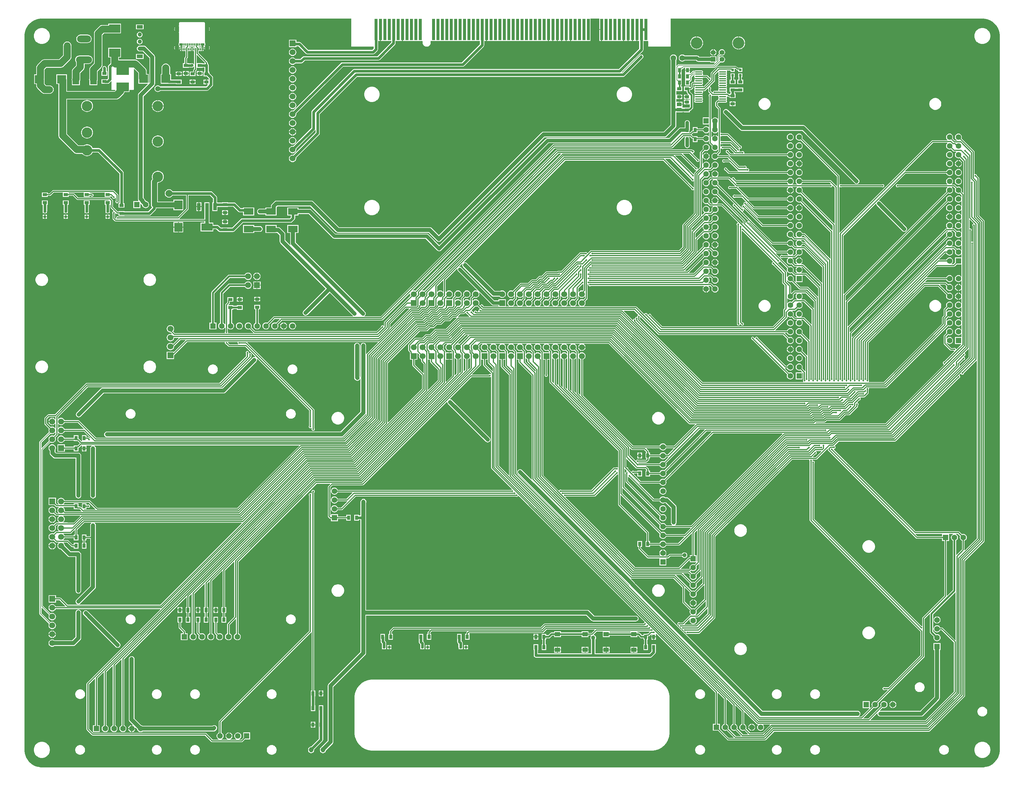
<source format=gtl>
G04*
G04 #@! TF.GenerationSoftware,Altium Limited,Altium Designer,22.6.1 (34)*
G04*
G04 Layer_Physical_Order=1*
G04 Layer_Color=255*
%FSLAX24Y24*%
%MOIN*%
G70*
G04*
G04 #@! TF.SameCoordinates,A296E85E-032B-4658-9172-692AFBF221AA*
G04*
G04*
G04 #@! TF.FilePolarity,Positive*
G04*
G01*
G75*
%ADD12C,0.0079*%
%ADD17C,0.0118*%
%ADD18C,0.0197*%
%ADD39C,0.0669*%
%ADD40R,0.0669X0.0669*%
%ADD44R,0.0669X0.0669*%
%ADD55R,0.0354X0.0512*%
%ADD56R,0.0610X0.0512*%
%ADD57R,0.0752X0.1102*%
%ADD58R,0.0315X0.0295*%
%ADD59R,0.0512X0.0354*%
%ADD60O,0.0827X0.0138*%
%ADD61R,0.0551X0.0433*%
%ADD62R,0.0295X0.0315*%
%ADD63R,0.1102X0.0752*%
%ADD64R,0.0394X0.0846*%
%ADD65R,0.1280X0.0846*%
%ADD66R,0.0945X0.1024*%
%ADD67R,0.0118X0.0276*%
%ADD68R,0.0394X0.0276*%
%ADD69R,0.1024X0.0945*%
%ADD70R,0.1417X0.0984*%
%ADD71R,0.1299X0.0945*%
%ADD72R,0.0358X0.2449*%
%ADD73C,0.0472*%
%ADD74C,0.0315*%
%ADD75C,0.0787*%
%ADD76C,0.0394*%
%ADD77C,0.0591*%
%ADD78C,0.0157*%
%ADD79R,0.0630X0.0630*%
%ADD80C,0.0630*%
%ADD81R,0.0630X0.0630*%
%ADD82O,0.1575X0.0787*%
%ADD83O,0.0787X0.1575*%
%ADD84O,0.1811X0.0787*%
%ADD85C,0.1306*%
%ADD86C,0.0554*%
%ADD87R,0.0554X0.0554*%
%ADD88C,0.0472*%
%ADD89R,0.0709X0.0394*%
%ADD90C,0.1181*%
%ADD91O,0.0512X0.0591*%
%ADD92C,0.0197*%
%ADD93C,0.0787*%
%ADD94C,0.0591*%
%ADD95C,0.0394*%
%ADD96C,0.0315*%
G36*
X108653Y84612D02*
X108902Y84545D01*
X109140Y84446D01*
X109364Y84317D01*
X109568Y84160D01*
X109751Y83978D01*
X109908Y83773D01*
X110037Y83550D01*
X110136Y83311D01*
X110203Y83062D01*
X110236Y82806D01*
Y82677D01*
Y1969D01*
Y1839D01*
X110203Y1584D01*
X110136Y1334D01*
X110037Y1096D01*
X109908Y873D01*
X109751Y668D01*
X109568Y485D01*
X109364Y328D01*
X109140Y199D01*
X108902Y100D01*
X108653Y34D01*
X108397Y0D01*
X1839D01*
X1584Y34D01*
X1334Y100D01*
X1096Y199D01*
X873Y328D01*
X668Y485D01*
X485Y668D01*
X328Y873D01*
X199Y1096D01*
X100Y1334D01*
X34Y1584D01*
X0Y1839D01*
Y1969D01*
Y82677D01*
Y82806D01*
X34Y83062D01*
X100Y83311D01*
X199Y83550D01*
X328Y83773D01*
X485Y83978D01*
X668Y84160D01*
X873Y84317D01*
X1096Y84446D01*
X1334Y84545D01*
X1584Y84612D01*
X1839Y84646D01*
X36929D01*
Y81547D01*
X36935Y81517D01*
X36952Y81490D01*
X36978Y81473D01*
X37009Y81467D01*
X39371D01*
X39402Y81473D01*
X39428Y81490D01*
X39482Y81481D01*
X39491Y81474D01*
Y81289D01*
X39310Y81107D01*
X32068D01*
X31233Y81942D01*
X31155Y81994D01*
X31063Y82013D01*
X30728D01*
Y82248D01*
X29902D01*
Y81421D01*
X30728D01*
Y81531D01*
X30963D01*
X31798Y80696D01*
X31876Y80644D01*
X31969Y80625D01*
X39409D01*
X39502Y80644D01*
X39580Y80696D01*
X39903Y81019D01*
X39955Y81097D01*
X39973Y81189D01*
Y82118D01*
X40193D01*
Y83421D01*
X40272D01*
Y82118D01*
X41470D01*
Y81968D01*
X39900Y80398D01*
X31614D01*
X31522Y80380D01*
X31444Y80328D01*
X31192Y80075D01*
X30651D01*
X30610Y80129D01*
X30523Y80196D01*
X30423Y80237D01*
X30315Y80252D01*
X30207Y80237D01*
X30106Y80196D01*
X30020Y80129D01*
X29954Y80043D01*
X29912Y79943D01*
X29898Y79835D01*
X29912Y79727D01*
X29954Y79626D01*
X30020Y79540D01*
X30106Y79474D01*
X30207Y79432D01*
X30315Y79418D01*
X30423Y79432D01*
X30523Y79474D01*
X30610Y79540D01*
X30651Y79594D01*
X31291D01*
X31384Y79612D01*
X31462Y79664D01*
X31714Y79917D01*
X40000D01*
X40092Y79935D01*
X40170Y79987D01*
X41881Y81698D01*
X41933Y81776D01*
X41951Y81868D01*
Y82118D01*
X42693D01*
Y83421D01*
X42772D01*
Y82118D01*
X44990D01*
X45013Y82078D01*
Y81927D01*
X45013Y81926D01*
Y81878D01*
X45015Y81868D01*
X45016Y81857D01*
X45042Y81761D01*
X45046Y81752D01*
X45050Y81742D01*
X45099Y81656D01*
X45106Y81648D01*
X45112Y81640D01*
X45182Y81570D01*
X45191Y81564D01*
X45198Y81557D01*
X45284Y81507D01*
X45294Y81504D01*
X45304Y81499D01*
X45399Y81474D01*
X45410Y81473D01*
X45420Y81471D01*
X45519D01*
X45529Y81473D01*
X45540Y81474D01*
X45635Y81499D01*
X45645Y81504D01*
X45655Y81507D01*
X45740Y81557D01*
X45748Y81564D01*
X45757Y81570D01*
X45827Y81640D01*
X45833Y81648D01*
X45840Y81656D01*
X45889Y81742D01*
X45893Y81752D01*
X45897Y81761D01*
X45923Y81857D01*
X45924Y81868D01*
X45926Y81878D01*
Y81927D01*
X45926Y81927D01*
Y82115D01*
X45974Y82118D01*
Y82118D01*
X51491D01*
Y81753D01*
X49428Y79690D01*
X35929D01*
X35837Y79671D01*
X35759Y79619D01*
X30651Y74511D01*
X30613Y74544D01*
X30635Y74573D01*
X30676Y74626D01*
X30718Y74727D01*
X30732Y74835D01*
X30718Y74943D01*
X30676Y75043D01*
X30610Y75129D01*
X30523Y75196D01*
X30423Y75237D01*
X30315Y75252D01*
X30207Y75237D01*
X30106Y75196D01*
X30020Y75129D01*
X29954Y75043D01*
X29912Y74943D01*
X29898Y74835D01*
X29912Y74727D01*
X29954Y74626D01*
X30020Y74540D01*
X30106Y74474D01*
X30207Y74432D01*
X30315Y74418D01*
X30423Y74432D01*
X30523Y74474D01*
X30576Y74514D01*
X30606Y74537D01*
X30639Y74499D01*
X30382Y74243D01*
X30315Y74252D01*
X30207Y74237D01*
X30106Y74196D01*
X30020Y74129D01*
X29954Y74043D01*
X29912Y73943D01*
X29898Y73835D01*
X29912Y73727D01*
X29954Y73626D01*
X30020Y73540D01*
X30106Y73474D01*
X30207Y73432D01*
X30315Y73418D01*
X30423Y73432D01*
X30523Y73474D01*
X30610Y73540D01*
X30676Y73626D01*
X30718Y73727D01*
X30732Y73835D01*
X30723Y73902D01*
X36029Y79208D01*
X49528D01*
X49620Y79226D01*
X49698Y79279D01*
X51903Y81483D01*
X51955Y81561D01*
X51973Y81654D01*
Y82118D01*
X52193D01*
Y83421D01*
X52272D01*
Y82118D01*
X59193D01*
Y83421D01*
X59272D01*
Y82118D01*
X59693D01*
Y83421D01*
X59772D01*
Y82118D01*
X60193D01*
Y83421D01*
X60272D01*
Y82118D01*
X60693D01*
Y83421D01*
X60772D01*
Y82118D01*
X61193D01*
Y83421D01*
X61272D01*
Y82118D01*
X61693D01*
Y83421D01*
X61772D01*
Y82118D01*
X63990D01*
Y84646D01*
X64974D01*
Y83461D01*
X65232D01*
Y83421D01*
X65272D01*
Y82118D01*
X67693D01*
Y83421D01*
X67772D01*
Y82118D01*
X68193D01*
Y83421D01*
X68272D01*
Y82118D01*
X68693D01*
Y83421D01*
X68772D01*
Y82118D01*
X69193D01*
Y83421D01*
X69272D01*
Y82118D01*
X69491D01*
Y81255D01*
X67178Y78942D01*
X37283D01*
X37191Y78923D01*
X37113Y78871D01*
X32507Y74265D01*
X32455Y74187D01*
X32436Y74094D01*
Y72297D01*
X30651Y70511D01*
X30613Y70544D01*
X30635Y70573D01*
X30676Y70626D01*
X30718Y70727D01*
X30732Y70835D01*
X30718Y70943D01*
X30676Y71043D01*
X30610Y71129D01*
X30523Y71196D01*
X30423Y71237D01*
X30315Y71252D01*
X30207Y71237D01*
X30106Y71196D01*
X30020Y71129D01*
X29954Y71043D01*
X29912Y70943D01*
X29898Y70835D01*
X29912Y70727D01*
X29954Y70626D01*
X30020Y70540D01*
X30106Y70474D01*
X30207Y70432D01*
X30315Y70418D01*
X30423Y70432D01*
X30523Y70474D01*
X30576Y70514D01*
X30606Y70537D01*
X30639Y70499D01*
X30382Y70243D01*
X30315Y70252D01*
X30207Y70237D01*
X30106Y70196D01*
X30020Y70129D01*
X29954Y70043D01*
X29912Y69943D01*
X29898Y69835D01*
X29912Y69727D01*
X29954Y69626D01*
X30020Y69540D01*
X30106Y69474D01*
X30207Y69432D01*
X30315Y69418D01*
X30423Y69432D01*
X30523Y69474D01*
X30606Y69537D01*
X30639Y69499D01*
X30382Y69243D01*
X30315Y69252D01*
X30207Y69237D01*
X30106Y69196D01*
X30020Y69129D01*
X29954Y69043D01*
X29912Y68943D01*
X29898Y68835D01*
X29912Y68727D01*
X29954Y68626D01*
X30020Y68540D01*
X30106Y68474D01*
X30207Y68432D01*
X30315Y68418D01*
X30423Y68432D01*
X30523Y68474D01*
X30610Y68540D01*
X30676Y68626D01*
X30718Y68727D01*
X30732Y68835D01*
X30723Y68902D01*
X33320Y71499D01*
X33372Y71577D01*
X33390Y71669D01*
Y73837D01*
X37619Y78066D01*
X67677D01*
X67769Y78085D01*
X67847Y78137D01*
X69895Y80184D01*
X69947Y80262D01*
X69965Y80354D01*
X69947Y80447D01*
X69895Y80525D01*
X69817Y80577D01*
X69724Y80595D01*
X69632Y80577D01*
X69554Y80525D01*
X67577Y78548D01*
X67531D01*
X67512Y78594D01*
X69903Y80985D01*
X69955Y81063D01*
X69973Y81155D01*
Y82118D01*
X70490D01*
X70513Y82078D01*
Y81547D01*
X70519Y81517D01*
X70537Y81490D01*
X70563Y81473D01*
X70593Y81467D01*
X72956D01*
X72986Y81473D01*
X73012Y81490D01*
X73030Y81517D01*
X73036Y81547D01*
Y84646D01*
X108397D01*
X108653Y84612D01*
D02*
G37*
G36*
X32909Y72028D02*
Y71769D01*
X30651Y69511D01*
X30613Y69544D01*
X30676Y69626D01*
X30718Y69727D01*
X30732Y69835D01*
X30723Y69902D01*
X32847Y72027D01*
X32859Y72043D01*
X32909Y72028D01*
D02*
G37*
%LPC*%
G36*
X17157Y83960D02*
X17156Y83960D01*
X17155Y83959D01*
X17157Y83960D01*
D02*
G37*
G36*
X17316Y83960D02*
X17318Y83959D01*
X17317Y83960D01*
X17316Y83960D01*
D02*
G37*
G36*
X20874Y83674D02*
Y83504D01*
X20950D01*
X20945Y83547D01*
X20913Y83623D01*
X20874Y83674D01*
D02*
G37*
G36*
X17000D02*
X16961Y83623D01*
X16929Y83547D01*
X16924Y83504D01*
X17000D01*
Y83674D01*
D02*
G37*
G36*
X13465Y83996D02*
X12598D01*
Y83445D01*
X13465D01*
Y83996D01*
D02*
G37*
G36*
X20950Y83425D02*
X20874D01*
Y83255D01*
X20913Y83306D01*
X20945Y83382D01*
X20950Y83425D01*
D02*
G37*
G36*
X17000Y83425D02*
X16924D01*
X16929Y83382D01*
X16961Y83306D01*
X17000Y83255D01*
Y83425D01*
D02*
G37*
G36*
X17155Y82970D02*
X17156Y82970D01*
X17157Y82969D01*
X17155Y82970D01*
D02*
G37*
G36*
X17318Y82970D02*
X17316Y82969D01*
X17317Y82970D01*
X17318Y82970D01*
D02*
G37*
G36*
X13032Y83152D02*
X12949Y83141D01*
X12873Y83110D01*
X12807Y83059D01*
X12756Y82993D01*
X12725Y82917D01*
X12714Y82835D01*
X12725Y82752D01*
X12756Y82676D01*
X12807Y82610D01*
X12873Y82560D01*
X12949Y82528D01*
X13032Y82517D01*
X13114Y82528D01*
X13190Y82560D01*
X13256Y82610D01*
X13307Y82676D01*
X13338Y82752D01*
X13349Y82835D01*
X13338Y82917D01*
X13307Y82993D01*
X13256Y83059D01*
X13190Y83110D01*
X13114Y83141D01*
X13032Y83152D01*
D02*
G37*
G36*
X65193Y83382D02*
X64974D01*
Y82118D01*
X65193D01*
Y83382D01*
D02*
G37*
G36*
X80756Y82621D02*
Y81929D01*
X81448D01*
X81437Y82033D01*
X81396Y82171D01*
X81328Y82298D01*
X81236Y82410D01*
X81125Y82501D01*
X80998Y82569D01*
X80860Y82611D01*
X80756Y82621D01*
D02*
G37*
G36*
X76016D02*
Y81929D01*
X76708D01*
X76697Y82033D01*
X76655Y82171D01*
X76588Y82298D01*
X76496Y82410D01*
X76385Y82501D01*
X76258Y82569D01*
X76120Y82611D01*
X76016Y82621D01*
D02*
G37*
G36*
X75937Y82621D02*
X75833Y82611D01*
X75695Y82569D01*
X75568Y82501D01*
X75457Y82410D01*
X75365Y82298D01*
X75297Y82171D01*
X75255Y82033D01*
X75245Y81929D01*
X75937D01*
Y82621D01*
D02*
G37*
G36*
X80677Y82621D02*
X80573Y82611D01*
X80435Y82569D01*
X80308Y82501D01*
X80197Y82410D01*
X80105Y82298D01*
X80037Y82171D01*
X79996Y82033D01*
X79985Y81929D01*
X80677D01*
Y82621D01*
D02*
G37*
G36*
X7126Y82839D02*
X6339D01*
X6215Y82822D01*
X6100Y82775D01*
X6002Y82699D01*
X5926Y82600D01*
X5878Y82486D01*
X5862Y82362D01*
X5878Y82239D01*
X5926Y82124D01*
X6002Y82025D01*
X6100Y81950D01*
X6215Y81902D01*
X6339Y81886D01*
X7126D01*
X7249Y81902D01*
X7364Y81950D01*
X7463Y82025D01*
X7539Y82124D01*
X7586Y82239D01*
X7602Y82362D01*
X7586Y82486D01*
X7539Y82600D01*
X7463Y82699D01*
X7364Y82775D01*
X7249Y82822D01*
X7126Y82839D01*
D02*
G37*
G36*
X108349Y83584D02*
X108186D01*
X108179Y83583D01*
X108171D01*
X108011Y83551D01*
X108004Y83548D01*
X107996Y83546D01*
X107845Y83484D01*
X107839Y83480D01*
X107831Y83477D01*
X107696Y83386D01*
X107690Y83381D01*
X107684Y83376D01*
X107569Y83261D01*
X107564Y83254D01*
X107559Y83249D01*
X107468Y83113D01*
X107465Y83106D01*
X107461Y83100D01*
X107399Y82949D01*
X107397Y82941D01*
X107394Y82934D01*
X107362Y82774D01*
Y82766D01*
X107361Y82759D01*
Y82596D01*
X107362Y82588D01*
Y82580D01*
X107394Y82420D01*
X107397Y82413D01*
X107399Y82405D01*
X107461Y82255D01*
X107465Y82248D01*
X107468Y82241D01*
X107559Y82106D01*
X107564Y82100D01*
X107569Y82093D01*
X107684Y81978D01*
X107690Y81974D01*
X107696Y81968D01*
X107831Y81878D01*
X107839Y81875D01*
X107845Y81870D01*
X107996Y81808D01*
X108004Y81806D01*
X108011Y81803D01*
X108171Y81772D01*
X108179D01*
X108186Y81770D01*
X108349D01*
X108357Y81772D01*
X108365D01*
X108525Y81803D01*
X108532Y81806D01*
X108540Y81808D01*
X108690Y81870D01*
X108697Y81875D01*
X108704Y81878D01*
X108839Y81968D01*
X108845Y81974D01*
X108852Y81978D01*
X108967Y82093D01*
X108971Y82100D01*
X108977Y82106D01*
X109067Y82241D01*
X109070Y82248D01*
X109075Y82255D01*
X109137Y82405D01*
X109138Y82413D01*
X109141Y82420D01*
X109173Y82580D01*
Y82588D01*
X109175Y82596D01*
Y82759D01*
X109173Y82766D01*
Y82774D01*
X109141Y82934D01*
X109138Y82941D01*
X109137Y82949D01*
X109075Y83100D01*
X109070Y83106D01*
X109067Y83113D01*
X108977Y83249D01*
X108971Y83254D01*
X108967Y83261D01*
X108852Y83376D01*
X108845Y83381D01*
X108839Y83386D01*
X108704Y83477D01*
X108697Y83480D01*
X108690Y83484D01*
X108540Y83546D01*
X108532Y83548D01*
X108525Y83551D01*
X108365Y83583D01*
X108357D01*
X108349Y83584D01*
D02*
G37*
G36*
X2050D02*
X1887D01*
X1879Y83583D01*
X1871D01*
X1712Y83551D01*
X1704Y83548D01*
X1697Y83546D01*
X1546Y83484D01*
X1540Y83480D01*
X1532Y83477D01*
X1397Y83386D01*
X1391Y83381D01*
X1385Y83376D01*
X1270Y83261D01*
X1265Y83254D01*
X1260Y83249D01*
X1169Y83113D01*
X1166Y83106D01*
X1162Y83100D01*
X1099Y82949D01*
X1098Y82941D01*
X1095Y82934D01*
X1063Y82774D01*
Y82766D01*
X1061Y82759D01*
Y82596D01*
X1063Y82588D01*
Y82580D01*
X1095Y82420D01*
X1098Y82413D01*
X1099Y82405D01*
X1162Y82255D01*
X1166Y82248D01*
X1169Y82241D01*
X1260Y82106D01*
X1265Y82100D01*
X1270Y82093D01*
X1385Y81978D01*
X1391Y81974D01*
X1397Y81968D01*
X1532Y81878D01*
X1540Y81875D01*
X1546Y81870D01*
X1697Y81808D01*
X1704Y81806D01*
X1712Y81803D01*
X1871Y81772D01*
X1879D01*
X1887Y81770D01*
X2050D01*
X2058Y81772D01*
X2066D01*
X2225Y81803D01*
X2233Y81806D01*
X2240Y81808D01*
X2391Y81870D01*
X2397Y81875D01*
X2405Y81878D01*
X2540Y81968D01*
X2546Y81974D01*
X2552Y81978D01*
X2667Y82093D01*
X2672Y82100D01*
X2677Y82106D01*
X2768Y82241D01*
X2771Y82248D01*
X2775Y82255D01*
X2838Y82405D01*
X2839Y82413D01*
X2842Y82420D01*
X2874Y82580D01*
Y82588D01*
X2876Y82596D01*
Y82759D01*
X2874Y82766D01*
Y82774D01*
X2842Y82934D01*
X2839Y82941D01*
X2838Y82949D01*
X2775Y83100D01*
X2771Y83106D01*
X2768Y83113D01*
X2677Y83249D01*
X2672Y83254D01*
X2667Y83261D01*
X2552Y83376D01*
X2546Y83381D01*
X2540Y83386D01*
X2405Y83477D01*
X2397Y83480D01*
X2391Y83484D01*
X2240Y83546D01*
X2233Y83548D01*
X2225Y83551D01*
X2066Y83583D01*
X2058D01*
X2050Y83584D01*
D02*
G37*
G36*
X13032Y82365D02*
X12949Y82354D01*
X12873Y82322D01*
X12807Y82272D01*
X12756Y82206D01*
X12725Y82129D01*
X12714Y82047D01*
X12725Y81965D01*
X12756Y81888D01*
X12807Y81823D01*
X12873Y81772D01*
X12949Y81740D01*
X13032Y81730D01*
X13114Y81740D01*
X13190Y81772D01*
X13256Y81823D01*
X13307Y81888D01*
X13338Y81965D01*
X13349Y82047D01*
X13338Y82129D01*
X13307Y82206D01*
X13256Y82272D01*
X13190Y82322D01*
X13114Y82354D01*
X13032Y82365D01*
D02*
G37*
G36*
X20874Y81564D02*
Y81394D01*
X20950D01*
X20945Y81437D01*
X20913Y81513D01*
X20874Y81564D01*
D02*
G37*
G36*
X20315Y84242D02*
X17559D01*
X17528Y84236D01*
X17502Y84218D01*
X17485Y84192D01*
X17479Y84161D01*
Y83876D01*
X17440Y83853D01*
X17444Y83846D01*
X17450Y83834D01*
X17455Y83822D01*
X17459Y83811D01*
X17463Y83798D01*
X17466Y83786D01*
X17469Y83773D01*
X17471Y83760D01*
X17472Y83748D01*
X17472Y83735D01*
Y83720D01*
Y83209D01*
Y83194D01*
X17472Y83181D01*
X17471Y83169D01*
X17469Y83156D01*
X17466Y83143D01*
X17463Y83131D01*
X17459Y83118D01*
X17455Y83107D01*
X17450Y83095D01*
X17444Y83083D01*
X17440Y83076D01*
X17479Y83053D01*
Y81937D01*
X17466Y81921D01*
X17441D01*
Y81722D01*
X17409Y81712D01*
X17412Y81709D01*
X17420Y81700D01*
X17427Y81690D01*
X17434Y81680D01*
X17441Y81669D01*
X17447Y81658D01*
X17452Y81647D01*
X17457Y81636D01*
X17461Y81624D01*
X17465Y81612D01*
X17467Y81600D01*
X17470Y81588D01*
X17471Y81576D01*
X17472Y81563D01*
X17472Y81551D01*
Y81394D01*
X17549D01*
X17543Y81437D01*
X17539Y81447D01*
X17567Y81488D01*
X17677D01*
Y81705D01*
X17756D01*
Y81488D01*
X18169D01*
X18198Y81442D01*
X18186Y81417D01*
X18178Y81409D01*
X17795D01*
Y81193D01*
Y80976D01*
X18206D01*
Y80373D01*
X18129Y80296D01*
X18099Y80251D01*
X18088Y80197D01*
Y79606D01*
X17894D01*
Y79094D01*
X18563D01*
Y79110D01*
X18917D01*
X19009Y79128D01*
X19088Y79180D01*
X19107Y79200D01*
X19140Y79249D01*
X19190Y79234D01*
Y78956D01*
X19113Y78879D01*
X19083Y78833D01*
X19072Y78780D01*
Y78661D01*
X18681D01*
Y78150D01*
X19350D01*
Y78510D01*
X19353Y78524D01*
Y78721D01*
X19430Y78798D01*
X19461Y78844D01*
X19471Y78898D01*
Y79094D01*
X20138D01*
Y79110D01*
X20350D01*
Y78642D01*
X20256D01*
Y78130D01*
X20585D01*
X20842Y77873D01*
Y77736D01*
X20630D01*
Y77480D01*
Y77224D01*
X20716D01*
X20735Y77178D01*
X20530Y76973D01*
X15365D01*
X15345Y76999D01*
X15267Y77059D01*
X15176Y77097D01*
X15079Y77110D01*
X14981Y77097D01*
X14890Y77059D01*
X14812Y76999D01*
X14752Y76921D01*
X14714Y76830D01*
X14701Y76732D01*
X14714Y76635D01*
X14752Y76544D01*
X14812Y76466D01*
X14890Y76406D01*
X14981Y76368D01*
X15079Y76355D01*
X15176Y76368D01*
X15267Y76406D01*
X15345Y76466D01*
X15365Y76491D01*
X20630D01*
X20722Y76510D01*
X20800Y76562D01*
X21253Y77015D01*
X21305Y77093D01*
X21324Y77185D01*
Y77972D01*
X21305Y78065D01*
X21253Y78143D01*
X20925Y78471D01*
Y78642D01*
X20831D01*
Y79370D01*
X20813Y79462D01*
X20761Y79540D01*
X20731Y79560D01*
Y79646D01*
X20720Y79699D01*
X20690Y79745D01*
X19668Y80767D01*
Y80976D01*
X20079D01*
Y81193D01*
X20118D01*
D01*
X20079D01*
Y81409D01*
X19696D01*
X19688Y81417D01*
X19676Y81442D01*
X19705Y81488D01*
X20118D01*
Y81705D01*
X20197D01*
Y81488D01*
X20307D01*
X20335Y81447D01*
X20331Y81437D01*
X20325Y81394D01*
X20402D01*
Y81551D01*
X20402Y81563D01*
X20403Y81576D01*
X20404Y81588D01*
X20407Y81600D01*
X20409Y81612D01*
X20413Y81624D01*
X20417Y81636D01*
X20422Y81647D01*
X20427Y81658D01*
X20433Y81669D01*
X20440Y81680D01*
X20447Y81690D01*
X20454Y81700D01*
X20461Y81708D01*
X20433Y81717D01*
Y81921D01*
X20408D01*
X20395Y81937D01*
Y83053D01*
X20426Y83072D01*
X20424Y83075D01*
X20419Y83087D01*
X20415Y83099D01*
X20411Y83111D01*
X20408Y83124D01*
X20405Y83136D01*
X20403Y83149D01*
X20402Y83162D01*
X20402Y83175D01*
Y83189D01*
Y83740D01*
Y83754D01*
X20402Y83767D01*
X20403Y83780D01*
X20405Y83793D01*
X20408Y83806D01*
X20411Y83818D01*
X20415Y83830D01*
X20419Y83842D01*
X20424Y83854D01*
X20426Y83858D01*
X20395Y83876D01*
Y84161D01*
X20389Y84192D01*
X20372Y84218D01*
X20346Y84236D01*
X20315Y84242D01*
D02*
G37*
G36*
X17000Y81564D02*
X16961Y81513D01*
X16929Y81437D01*
X16924Y81394D01*
X17000D01*
Y81551D01*
X17000Y81563D01*
X17000Y81564D01*
D02*
G37*
G36*
X20256Y81409D02*
X20157D01*
Y81232D01*
X20256D01*
Y81409D01*
D02*
G37*
G36*
X17717D02*
X17618D01*
Y81232D01*
X17717D01*
Y81409D01*
D02*
G37*
G36*
X75937Y81850D02*
X75245D01*
X75255Y81746D01*
X75297Y81608D01*
X75365Y81481D01*
X75457Y81370D01*
X75568Y81279D01*
X75695Y81211D01*
X75833Y81169D01*
X75937Y81159D01*
Y81850D01*
D02*
G37*
G36*
X81448D02*
X80756D01*
Y81159D01*
X80860Y81169D01*
X80998Y81211D01*
X81125Y81279D01*
X81236Y81370D01*
X81328Y81481D01*
X81396Y81608D01*
X81437Y81746D01*
X81448Y81850D01*
D02*
G37*
G36*
X80677D02*
X79985D01*
X79996Y81746D01*
X80037Y81608D01*
X80105Y81481D01*
X80197Y81370D01*
X80308Y81279D01*
X80435Y81211D01*
X80573Y81169D01*
X80677Y81159D01*
Y81850D01*
D02*
G37*
G36*
X76708D02*
X76016D01*
Y81159D01*
X76120Y81169D01*
X76258Y81211D01*
X76385Y81279D01*
X76496Y81370D01*
X76588Y81481D01*
X76655Y81608D01*
X76697Y81746D01*
X76708Y81850D01*
D02*
G37*
G36*
X17000Y81315D02*
X16924D01*
X16929Y81272D01*
X16961Y81195D01*
X17000Y81144D01*
X17000Y81145D01*
X17000Y81157D01*
Y81315D01*
D02*
G37*
G36*
X20402Y81315D02*
X20325D01*
X20331Y81272D01*
X20363Y81195D01*
X20402Y81144D01*
X20402Y81145D01*
X20402Y81157D01*
Y81315D01*
D02*
G37*
G36*
X17549Y81315D02*
X17472D01*
Y81157D01*
X17472Y81145D01*
X17472Y81144D01*
X17511Y81195D01*
X17543Y81272D01*
X17549Y81315D01*
D02*
G37*
G36*
X20950Y81315D02*
X20874D01*
Y81177D01*
Y81163D01*
X20874Y81150D01*
X20873Y81143D01*
X20913Y81195D01*
X20945Y81272D01*
X20950Y81315D01*
D02*
G37*
G36*
X20256Y81154D02*
X20157D01*
Y80976D01*
X20256D01*
Y81154D01*
D02*
G37*
G36*
X17717D02*
X17618D01*
Y80976D01*
X17717D01*
Y81154D01*
D02*
G37*
G36*
X77894Y81181D02*
Y80866D01*
X78208D01*
X78201Y80920D01*
X78165Y81006D01*
X78108Y81081D01*
X78034Y81138D01*
X77947Y81174D01*
X77894Y81181D01*
D02*
G37*
G36*
X77815Y81181D02*
X77761Y81174D01*
X77675Y81138D01*
X77600Y81081D01*
X77543Y81006D01*
X77508Y80920D01*
X77501Y80866D01*
X77815D01*
Y81181D01*
D02*
G37*
G36*
Y80787D02*
X77501D01*
X77508Y80734D01*
X77543Y80647D01*
X77600Y80573D01*
X77675Y80516D01*
X77761Y80480D01*
X77815Y80473D01*
Y80787D01*
D02*
G37*
G36*
X78208D02*
X77894D01*
Y80473D01*
X77947Y80480D01*
X78034Y80516D01*
X78108Y80573D01*
X78165Y80647D01*
X78201Y80734D01*
X78208Y80787D01*
D02*
G37*
G36*
X30315Y81252D02*
X30207Y81237D01*
X30106Y81196D01*
X30020Y81129D01*
X29954Y81043D01*
X29912Y80943D01*
X29898Y80835D01*
X29912Y80727D01*
X29954Y80626D01*
X30020Y80540D01*
X30106Y80474D01*
X30207Y80432D01*
X30315Y80418D01*
X30423Y80432D01*
X30523Y80474D01*
X30610Y80540D01*
X30676Y80626D01*
X30718Y80727D01*
X30732Y80835D01*
X30718Y80943D01*
X30676Y81043D01*
X30610Y81129D01*
X30523Y81196D01*
X30423Y81237D01*
X30315Y81252D01*
D02*
G37*
G36*
X13465Y80650D02*
X12598D01*
Y80098D01*
X13465D01*
Y80650D01*
D02*
G37*
G36*
X78839Y81186D02*
X78746Y81174D01*
X78659Y81138D01*
X78585Y81081D01*
X78528Y81006D01*
X78492Y80920D01*
X78480Y80827D01*
X78492Y80734D01*
X78516Y80675D01*
X78337Y80495D01*
X78311Y80456D01*
X78302Y80410D01*
X78302Y80410D01*
Y79895D01*
X78256Y79850D01*
X78210Y79869D01*
Y80395D01*
X77498D01*
Y80317D01*
X76296D01*
X76220Y80393D01*
X76163Y80438D01*
X76096Y80465D01*
X76024Y80475D01*
X74641D01*
X74639Y80478D01*
X74557Y80541D01*
X74461Y80580D01*
X74358Y80594D01*
X74255Y80580D01*
X74160Y80541D01*
X74077Y80478D01*
X74014Y80395D01*
X73975Y80300D01*
X73961Y80197D01*
X73975Y80094D01*
X74014Y79998D01*
X74077Y79916D01*
X74160Y79853D01*
X74255Y79813D01*
X74358Y79800D01*
X74461Y79813D01*
X74557Y79853D01*
X74639Y79916D01*
X74641Y79919D01*
X75908D01*
X75985Y79843D01*
X76042Y79799D01*
X76109Y79771D01*
X76181Y79761D01*
X77498D01*
Y79683D01*
X78024D01*
X78043Y79637D01*
X77897Y79490D01*
X73937D01*
X73937Y79490D01*
X73891Y79481D01*
X73852Y79455D01*
X73722Y79326D01*
X73676Y79345D01*
Y79964D01*
X73702Y79998D01*
X73742Y80094D01*
X73755Y80197D01*
X73742Y80300D01*
X73702Y80395D01*
X73639Y80478D01*
X73557Y80541D01*
X73461Y80580D01*
X73358Y80594D01*
X73255Y80580D01*
X73160Y80541D01*
X73077Y80478D01*
X73014Y80395D01*
X72975Y80300D01*
X72961Y80197D01*
X72975Y80094D01*
X73014Y79998D01*
X73041Y79964D01*
Y74370D01*
Y73549D01*
X73040Y73547D01*
X73029Y73465D01*
X73040Y73382D01*
X73041Y73380D01*
Y72663D01*
X72231Y71853D01*
X58661D01*
X58579Y71842D01*
X58503Y71811D01*
X58437Y71760D01*
X46850Y60174D01*
X46051Y60973D01*
X45986Y61023D01*
X45909Y61055D01*
X45827Y61066D01*
X35565D01*
X32666Y63965D01*
X32600Y64015D01*
X32523Y64047D01*
X32441Y64058D01*
X28466D01*
X28384Y64047D01*
X28307Y64015D01*
X28241Y63965D01*
X27964Y63688D01*
X27914Y63622D01*
X27882Y63546D01*
X27871Y63463D01*
Y63289D01*
X27244D01*
Y63152D01*
X26614D01*
X26532Y63141D01*
X26455Y63110D01*
X26390Y63059D01*
X26339Y62993D01*
X26307Y62917D01*
X26296Y62835D01*
X26307Y62752D01*
X26339Y62676D01*
X26390Y62610D01*
X26455Y62560D01*
X26532Y62528D01*
X26614Y62517D01*
X27244D01*
Y62380D01*
X28504D01*
Y62954D01*
X28507Y62974D01*
Y63332D01*
X28597Y63422D01*
X32309D01*
X35208Y60523D01*
X35274Y60473D01*
X35351Y60441D01*
X35433Y60430D01*
X45695D01*
X46626Y59500D01*
X46626Y59500D01*
X46692Y59449D01*
X46768Y59418D01*
X46850Y59407D01*
X46933Y59418D01*
X47009Y59449D01*
X47075Y59500D01*
X47075Y59500D01*
X58793Y71218D01*
X72362D01*
X72444Y71229D01*
X72521Y71260D01*
X72587Y71311D01*
X73583Y72307D01*
X73633Y72373D01*
X73665Y72449D01*
X73676Y72531D01*
Y74055D01*
X74370D01*
Y74090D01*
X74547D01*
Y74055D01*
X75217D01*
Y74209D01*
X75286Y74223D01*
X75344Y74262D01*
X75521Y74439D01*
X75561Y74498D01*
X75574Y74567D01*
Y75984D01*
X75561Y76053D01*
X75521Y76112D01*
X75220Y76413D01*
Y76572D01*
X75295D01*
X75349Y76583D01*
X75395Y76613D01*
X75572Y76790D01*
X75602Y76836D01*
X75613Y76890D01*
Y77186D01*
X75639Y77212D01*
X75696D01*
X75722Y77162D01*
X75717Y77154D01*
X75714Y77136D01*
X76201D01*
X76688D01*
X76684Y77154D01*
X76660Y77191D01*
X76655Y77224D01*
X76660Y77258D01*
X76684Y77295D01*
X76696Y77352D01*
X76684Y77410D01*
X76660Y77447D01*
X76655Y77480D01*
X76660Y77514D01*
X76684Y77551D01*
X76696Y77608D01*
X76684Y77666D01*
X76660Y77703D01*
X76655Y77736D01*
X76660Y77770D01*
X76684Y77807D01*
X76688Y77825D01*
X76201D01*
X75714D01*
X75717Y77807D01*
X75742Y77770D01*
X75747Y77736D01*
X75742Y77703D01*
X75717Y77666D01*
X75706Y77608D01*
X75717Y77551D01*
X75722Y77543D01*
X75696Y77493D01*
X75581D01*
X75527Y77482D01*
X75481Y77452D01*
X75373Y77343D01*
X75343Y77298D01*
X75332Y77244D01*
Y76948D01*
X75267Y76883D01*
X75217Y76903D01*
Y76968D01*
X74547D01*
Y76457D01*
X74859D01*
Y76339D01*
X74872Y76269D01*
X74912Y76211D01*
X75013Y76109D01*
X74994Y76063D01*
X74921D01*
Y75807D01*
Y75551D01*
X75213D01*
Y75472D01*
X74921D01*
Y75217D01*
Y74961D01*
X75213D01*
Y74642D01*
X75142Y74570D01*
X74961D01*
X74943Y74567D01*
X74885D01*
X74862Y74572D01*
X74405D01*
X74370Y74607D01*
X74370Y74646D01*
X74370D01*
Y74646D01*
X74370D01*
Y74902D01*
X74016D01*
Y74941D01*
X73976D01*
Y75236D01*
X73676D01*
Y75503D01*
X73681Y75551D01*
X73726Y75551D01*
X73976D01*
Y75807D01*
Y76063D01*
X73681Y76063D01*
X73676Y76111D01*
Y76409D01*
X73681Y76457D01*
X74350D01*
Y76968D01*
X74196D01*
Y77067D01*
X74291D01*
Y77726D01*
X74291Y77736D01*
X74291D01*
Y77776D01*
X74291D01*
Y78445D01*
X74291D01*
Y78484D01*
X74291D01*
Y78873D01*
X74311Y78915D01*
X74357Y78924D01*
X74396Y78950D01*
X74538Y79092D01*
X74685D01*
Y78858D01*
X74941D01*
X75197D01*
Y79092D01*
X78012D01*
X78012Y79092D01*
X78058Y79101D01*
X78097Y79127D01*
X78687Y79717D01*
X78746Y79693D01*
X78839Y79680D01*
X78931Y79693D01*
X79018Y79728D01*
X79092Y79786D01*
X79149Y79860D01*
X79185Y79946D01*
X79198Y80039D01*
X79185Y80132D01*
X79149Y80219D01*
X79092Y80293D01*
X79018Y80350D01*
X78931Y80386D01*
X78839Y80398D01*
X78746Y80386D01*
X78659Y80350D01*
X78593Y80299D01*
X78543Y80312D01*
Y80360D01*
X78687Y80504D01*
X78746Y80480D01*
X78839Y80468D01*
X78931Y80480D01*
X79018Y80516D01*
X79092Y80573D01*
X79149Y80647D01*
X79185Y80734D01*
X79198Y80827D01*
X79185Y80920D01*
X79149Y81006D01*
X79092Y81081D01*
X79018Y81138D01*
X78931Y81174D01*
X78839Y81186D01*
D02*
G37*
G36*
X80394Y79274D02*
X78386D01*
X78332Y79264D01*
X78286Y79233D01*
X77617Y78564D01*
X77587Y78518D01*
X77576Y78465D01*
Y77978D01*
X77526Y77951D01*
X77510Y77962D01*
X77463Y77971D01*
X77215Y78219D01*
X77170Y78250D01*
X77116Y78261D01*
X76706D01*
X76679Y78311D01*
X76684Y78318D01*
X76696Y78376D01*
X76684Y78434D01*
X76660Y78471D01*
X76655Y78504D01*
X76660Y78537D01*
X76684Y78574D01*
X76696Y78632D01*
X76684Y78689D01*
X76652Y78738D01*
X76603Y78771D01*
X76545Y78782D01*
X75856D01*
X75799Y78771D01*
X75771Y78752D01*
X75600D01*
X75600Y78752D01*
X75554Y78743D01*
X75515Y78717D01*
X75515Y78717D01*
X75269Y78471D01*
X75206Y78473D01*
X75197Y78484D01*
Y78780D01*
X74941D01*
X74685D01*
Y78484D01*
X74685Y78484D01*
Y78445D01*
X74685D01*
X74685Y78434D01*
Y77776D01*
X74685Y77776D01*
Y77736D01*
X74685D01*
X74685Y77726D01*
Y77067D01*
X75197D01*
Y77502D01*
X75223Y77507D01*
X75262Y77533D01*
X75361Y77631D01*
X75387Y77670D01*
X75396Y77717D01*
X75396Y77717D01*
Y78021D01*
X75631Y78256D01*
X75710D01*
X75736Y78206D01*
X75717Y78178D01*
X75706Y78120D01*
X75717Y78062D01*
X75742Y78025D01*
X75747Y77992D01*
X75742Y77959D01*
X75717Y77922D01*
X75714Y77904D01*
X76201D01*
X76688D01*
X76684Y77922D01*
X76679Y77930D01*
X76706Y77980D01*
X77058D01*
X77265Y77773D01*
X77274Y77726D01*
X77313Y77668D01*
X77362Y77635D01*
X77378Y77580D01*
X76780Y76981D01*
X76706D01*
X76679Y77031D01*
X76684Y77039D01*
X76688Y77057D01*
X76201D01*
X75714D01*
X75717Y77039D01*
X75742Y77002D01*
X75747Y76968D01*
X75742Y76935D01*
X75717Y76898D01*
X75706Y76841D01*
X75717Y76783D01*
X75742Y76746D01*
X75747Y76713D01*
X75742Y76679D01*
X75717Y76642D01*
X75706Y76585D01*
X75717Y76527D01*
X75742Y76490D01*
X75747Y76457D01*
X75742Y76423D01*
X75717Y76386D01*
X75706Y76329D01*
X75717Y76271D01*
X75742Y76234D01*
X75747Y76201D01*
X75742Y76167D01*
X75717Y76130D01*
X75714Y76112D01*
X76201D01*
X76688D01*
X76684Y76130D01*
X76660Y76167D01*
X76655Y76201D01*
X76660Y76234D01*
X76684Y76271D01*
X76696Y76329D01*
X76684Y76386D01*
X76679Y76394D01*
X76706Y76444D01*
X76860D01*
X76914Y76455D01*
X76960Y76485D01*
X77215Y76741D01*
X77270Y76725D01*
X77274Y76703D01*
X77300Y76663D01*
Y76417D01*
X77311Y76364D01*
X77342Y76318D01*
X77489Y76170D01*
X77473Y76116D01*
X77451Y76112D01*
X77392Y76073D01*
X77353Y76014D01*
X77339Y75945D01*
X77353Y75876D01*
X77379Y75836D01*
Y73476D01*
X76665D01*
Y72689D01*
X77379D01*
Y72388D01*
X77329Y72372D01*
X77258Y72427D01*
X77162Y72466D01*
X77059Y72480D01*
X76956Y72466D01*
X76861Y72427D01*
X76778Y72363D01*
X76715Y72281D01*
X76691Y72223D01*
X76063D01*
Y72382D01*
X75551D01*
Y71991D01*
X75512D01*
X75458Y71980D01*
X75412Y71950D01*
X75294Y71832D01*
X75294Y71832D01*
X75217Y71755D01*
X75157D01*
Y71922D01*
X75162Y71928D01*
X75190Y71995D01*
X75199Y72067D01*
Y72874D01*
X75199Y72874D01*
X75190Y72946D01*
X75162Y73013D01*
X75118Y73071D01*
X75060Y73115D01*
X74993Y73143D01*
X74921Y73152D01*
X74849Y73143D01*
X74782Y73115D01*
X74725Y73071D01*
X74681Y73013D01*
X74653Y72946D01*
X74643Y72874D01*
Y72325D01*
X74173D01*
X74101Y72316D01*
X74034Y72288D01*
X73977Y72244D01*
X72877Y71144D01*
X59134D01*
X59062Y71135D01*
X58995Y71107D01*
X58937Y71063D01*
X46890Y59015D01*
X45669Y60236D01*
X45611Y60280D01*
X45544Y60308D01*
X45472Y60317D01*
X35155D01*
X32441Y63031D01*
X32383Y63075D01*
X32316Y63103D01*
X32244Y63113D01*
X30984D01*
Y63289D01*
X29724D01*
Y62380D01*
X30113D01*
Y62186D01*
X29979Y62052D01*
X24606D01*
X24514Y62034D01*
X24436Y61981D01*
X23463Y61009D01*
X23012D01*
Y61024D01*
X22343D01*
Y61009D01*
X22206D01*
X21952Y61263D01*
X21874Y61315D01*
X21781Y61333D01*
X21348D01*
Y61594D01*
X20908D01*
Y61890D01*
Y63396D01*
X20906Y63414D01*
Y63898D01*
X20354D01*
Y63414D01*
X20352Y63396D01*
Y61991D01*
X17535D01*
X17515Y62041D01*
X18505Y63031D01*
X18535Y63076D01*
X18546Y63130D01*
Y64641D01*
X20963D01*
X21295Y64310D01*
Y63898D01*
X21260D01*
Y62894D01*
X21811D01*
Y63362D01*
X22657D01*
X22681Y63366D01*
X23012D01*
Y63381D01*
X23601D01*
X24160Y62822D01*
X24239Y62770D01*
X24331Y62751D01*
X24724D01*
Y62380D01*
X25984D01*
Y63289D01*
X24724D01*
Y63233D01*
X24430D01*
X23871Y63792D01*
X23793Y63845D01*
X23701Y63863D01*
X23012D01*
Y63878D01*
X22343D01*
Y63843D01*
X21811D01*
Y63898D01*
X21776D01*
Y64409D01*
X21758Y64502D01*
X21706Y64580D01*
X21233Y65052D01*
X21155Y65104D01*
X21063Y65123D01*
X16749D01*
X16676Y65219D01*
X16577Y65295D01*
X16462Y65342D01*
X16339Y65358D01*
X16215Y65342D01*
X16100Y65295D01*
X16002Y65219D01*
X15926Y65120D01*
X15878Y65005D01*
X15862Y64882D01*
X15878Y64759D01*
X15926Y64644D01*
X16002Y64545D01*
X16100Y64469D01*
X16215Y64422D01*
X16339Y64405D01*
X16462Y64422D01*
X16577Y64469D01*
X16676Y64545D01*
X16749Y64641D01*
X18265D01*
Y63188D01*
X17343Y62266D01*
X10660D01*
X10620Y62293D01*
X10551Y62307D01*
X10482Y62293D01*
X10423Y62254D01*
X10384Y62195D01*
X10371Y62126D01*
X10384Y62057D01*
X10348Y62020D01*
X10345Y62019D01*
X10259Y62105D01*
Y62569D01*
X10285Y62608D01*
X10289Y62630D01*
X10344Y62647D01*
X10412Y62578D01*
X10458Y62547D01*
X10512Y62537D01*
X10650D01*
Y62362D01*
X11319D01*
Y62377D01*
X14114D01*
X14206Y62396D01*
X14284Y62448D01*
X14838Y63001D01*
X14890Y63079D01*
X14908Y63172D01*
Y63205D01*
X16850D01*
Y62992D01*
X17953D01*
Y64173D01*
X16850D01*
Y63960D01*
X15078D01*
Y66062D01*
X15110Y66094D01*
X15218Y66104D01*
X15344Y66142D01*
X15460Y66205D01*
X15562Y66288D01*
X15646Y66390D01*
X15708Y66506D01*
X15746Y66633D01*
X15759Y66764D01*
X15746Y66895D01*
X15708Y67021D01*
X15646Y67137D01*
X15562Y67239D01*
X15460Y67323D01*
X15344Y67385D01*
X15218Y67423D01*
X15087Y67436D01*
X14955Y67423D01*
X14829Y67385D01*
X14713Y67323D01*
X14611Y67239D01*
X14527Y67137D01*
X14465Y67021D01*
X14427Y66895D01*
X14414Y66764D01*
X14427Y66633D01*
X14463Y66514D01*
X14434Y66485D01*
X14374Y66407D01*
X14336Y66316D01*
X14324Y66218D01*
Y63740D01*
X14317Y63725D01*
X14304Y63622D01*
X14317Y63519D01*
X14357Y63424D01*
X14420Y63341D01*
X14427Y63336D01*
Y63271D01*
X14014Y62859D01*
X11319D01*
Y62874D01*
X10650D01*
Y62818D01*
X10570D01*
X10022Y63365D01*
Y64055D01*
X10012Y64109D01*
X9981Y64154D01*
X9745Y64391D01*
X9699Y64421D01*
X9646Y64432D01*
X6082D01*
X5670Y64843D01*
X5625Y64874D01*
X5571Y64885D01*
X5020D01*
Y64978D01*
X6713D01*
Y64488D01*
X7382D01*
Y64623D01*
X7469D01*
X7471Y64616D01*
X7510Y64557D01*
X7569Y64518D01*
X7638Y64504D01*
X7707Y64518D01*
X7766Y64557D01*
X7805Y64616D01*
X7818Y64685D01*
X7805Y64754D01*
X7766Y64813D01*
X7707Y64852D01*
X7638Y64866D01*
X7634Y64865D01*
X7592Y64894D01*
X7538Y64904D01*
X7382D01*
Y64978D01*
X9075D01*
Y64488D01*
X9744D01*
Y64553D01*
X9794Y64574D01*
X9942Y64426D01*
X9951Y64380D01*
X9990Y64321D01*
X10049Y64282D01*
X10118Y64268D01*
X10187Y64282D01*
X10246Y64321D01*
X10256Y64336D01*
X10324Y64348D01*
X10332Y64342D01*
Y64046D01*
X10306Y64006D01*
X10292Y63937D01*
X10306Y63868D01*
X10345Y63809D01*
X10403Y63770D01*
X10472Y63756D01*
X10542Y63770D01*
X10600Y63809D01*
X10639Y63868D01*
X10653Y63937D01*
X10639Y64006D01*
X10613Y64046D01*
Y64685D01*
X10602Y64739D01*
X10572Y64784D01*
X10139Y65217D01*
X10093Y65248D01*
X10039Y65259D01*
X3268D01*
X3214Y65248D01*
X3168Y65217D01*
X2835Y64885D01*
X2657D01*
Y65000D01*
X1988D01*
Y64488D01*
X2657D01*
Y64604D01*
X2893D01*
X2947Y64614D01*
X2993Y64645D01*
X3326Y64978D01*
X4350D01*
Y64488D01*
X5020D01*
Y64604D01*
X5513D01*
X5924Y64192D01*
X5970Y64162D01*
X6024Y64151D01*
X9548D01*
X9552Y64144D01*
X9525Y64094D01*
X9075D01*
Y63583D01*
X9169D01*
Y62864D01*
X9173Y62841D01*
Y62638D01*
X9337D01*
X9409Y62623D01*
X9482Y62638D01*
X9646D01*
Y62841D01*
X9650Y62864D01*
Y63583D01*
X9741D01*
Y63307D01*
X9752Y63253D01*
X9783Y63208D01*
X10088Y62903D01*
X10071Y62848D01*
X10049Y62844D01*
X9990Y62805D01*
X9951Y62746D01*
X9937Y62677D01*
X9951Y62608D01*
X9978Y62569D01*
Y62047D01*
X9988Y61993D01*
X10019Y61948D01*
X10216Y61751D01*
X10261Y61721D01*
X10315Y61710D01*
X20352D01*
Y61594D01*
X19911D01*
Y60591D01*
X21348D01*
Y60852D01*
X21682D01*
X21936Y60597D01*
X22014Y60545D01*
X22106Y60527D01*
X22343D01*
Y60512D01*
X23012D01*
Y60527D01*
X23563D01*
X23655Y60545D01*
X23733Y60597D01*
X24706Y61570D01*
X30079D01*
X30171Y61589D01*
X30249Y61641D01*
X30525Y61916D01*
X30577Y61994D01*
X30595Y62087D01*
Y62380D01*
X30984D01*
Y62557D01*
X32129D01*
X34843Y59843D01*
X34900Y59799D01*
X34967Y59771D01*
X35039Y59761D01*
X45357D01*
X46693Y58425D01*
X46751Y58381D01*
X46818Y58354D01*
X46890Y58344D01*
X46962Y58354D01*
X47029Y58381D01*
X47086Y58425D01*
X59249Y70588D01*
X72992D01*
X73042Y70595D01*
X73065Y70547D01*
X73014Y70496D01*
X59841D01*
X59787Y70486D01*
X59742Y70455D01*
X40267Y50980D01*
X38448D01*
X38437Y51001D01*
X38434Y51030D01*
X38492Y51075D01*
X38543Y51140D01*
X38575Y51217D01*
X38585Y51299D01*
X38575Y51381D01*
X38543Y51458D01*
X38492Y51524D01*
X30672Y59344D01*
Y60411D01*
X30984D01*
Y61321D01*
X29724D01*
Y60411D01*
X30037D01*
Y59213D01*
X30047Y59130D01*
X30073Y59069D01*
X30030Y59041D01*
X29491Y59580D01*
Y60276D01*
X29480Y60358D01*
X29448Y60434D01*
X29398Y60500D01*
X28925Y60973D01*
X28860Y61023D01*
X28783Y61055D01*
X28701Y61066D01*
X28504D01*
Y61321D01*
X27244D01*
Y60411D01*
X27696D01*
X27717Y60409D01*
X27737Y60411D01*
X28504D01*
Y60430D01*
X28569D01*
X28856Y60144D01*
Y59449D01*
X28866Y59367D01*
X28898Y59290D01*
X28949Y59224D01*
X34059Y54114D01*
X31547Y51603D01*
X31497Y51537D01*
X31465Y51460D01*
X31454Y51378D01*
X31465Y51296D01*
X31497Y51219D01*
X31547Y51153D01*
X31613Y51103D01*
X31689Y51071D01*
X31772Y51060D01*
X31854Y51071D01*
X31930Y51103D01*
X31996Y51153D01*
X34508Y53665D01*
X37098Y51075D01*
X37156Y51030D01*
X37153Y51001D01*
X37143Y50980D01*
X28239D01*
X28186Y50969D01*
X28140Y50939D01*
X27461Y50260D01*
X27403Y50284D01*
X27300Y50297D01*
X27197Y50284D01*
X27101Y50244D01*
X27019Y50181D01*
X26956Y50099D01*
X26916Y50003D01*
X26903Y49900D01*
X26916Y49797D01*
X26956Y49701D01*
X27019Y49619D01*
X27101Y49556D01*
X27197Y49516D01*
X27300Y49503D01*
X27403Y49516D01*
X27499Y49556D01*
X27581Y49619D01*
X27644Y49701D01*
X27684Y49797D01*
X27697Y49900D01*
X27684Y50003D01*
X27660Y50061D01*
X28298Y50699D01*
X28835D01*
X28854Y50653D01*
X28461Y50260D01*
X28403Y50284D01*
X28300Y50297D01*
X28197Y50284D01*
X28101Y50244D01*
X28019Y50181D01*
X27956Y50099D01*
X27916Y50003D01*
X27903Y49900D01*
X27916Y49797D01*
X27956Y49701D01*
X28019Y49619D01*
X28101Y49556D01*
X28197Y49516D01*
X28300Y49503D01*
X28403Y49516D01*
X28499Y49556D01*
X28581Y49619D01*
X28644Y49701D01*
X28684Y49797D01*
X28697Y49900D01*
X28684Y50003D01*
X28660Y50061D01*
X29101Y50502D01*
X40406D01*
X40460Y50513D01*
X40506Y50543D01*
X43543Y53581D01*
X43591Y53557D01*
X43583Y53500D01*
X43597Y53392D01*
X43625Y53324D01*
X40688Y50387D01*
X40658Y50341D01*
X40647Y50287D01*
Y49948D01*
X40597Y49930D01*
X40550Y49961D01*
X40481Y49975D01*
X40412Y49961D01*
X40354Y49922D01*
X40314Y49863D01*
X40305Y49817D01*
X39802Y49314D01*
X26085D01*
X25660Y49739D01*
X25684Y49797D01*
X25697Y49900D01*
X25684Y50003D01*
X25644Y50099D01*
X25581Y50181D01*
X25499Y50244D01*
X25403Y50284D01*
X25300Y50297D01*
X25197Y50284D01*
X25101Y50244D01*
X25019Y50181D01*
X24956Y50099D01*
X24916Y50003D01*
X24903Y49900D01*
X24916Y49797D01*
X24956Y49701D01*
X25019Y49619D01*
X25101Y49556D01*
X25197Y49516D01*
X25300Y49503D01*
X25403Y49516D01*
X25461Y49540D01*
X25878Y49124D01*
X25858Y49078D01*
X23039D01*
X23006Y49127D01*
X23015Y49173D01*
X23002Y49242D01*
X22975Y49282D01*
Y49603D01*
X23025Y49615D01*
X23101Y49556D01*
X23197Y49516D01*
X23300Y49503D01*
X23403Y49516D01*
X23499Y49556D01*
X23581Y49619D01*
X23644Y49701D01*
X23684Y49797D01*
X23697Y49900D01*
X23684Y50003D01*
X23644Y50099D01*
X23581Y50181D01*
X23499Y50244D01*
X23465Y50258D01*
Y51732D01*
X23602D01*
Y51808D01*
X23996D01*
Y51732D01*
X24665D01*
Y52244D01*
X23996D01*
Y52169D01*
X23602D01*
Y52244D01*
X23059D01*
X23040Y52290D01*
X23170Y52420D01*
X23201Y52466D01*
X23211Y52520D01*
Y52638D01*
X23602D01*
Y53150D01*
X22933D01*
Y52789D01*
X22930Y52776D01*
Y52578D01*
X22735Y52383D01*
X22705Y52337D01*
X22694Y52283D01*
Y50108D01*
X22644Y50098D01*
X22644Y50099D01*
X22581Y50181D01*
X22499Y50244D01*
X22481Y50251D01*
Y53564D01*
X23248Y54331D01*
X24915D01*
X24926Y54303D01*
X24993Y54217D01*
X25079Y54151D01*
X25179Y54109D01*
X25287Y54095D01*
X25395Y54109D01*
X25496Y54151D01*
X25582Y54217D01*
X25648Y54303D01*
X25690Y54404D01*
X25704Y54512D01*
X25690Y54620D01*
X25648Y54720D01*
X25582Y54807D01*
X25496Y54873D01*
X25395Y54915D01*
X25287Y54929D01*
X25179Y54915D01*
X25079Y54873D01*
X24993Y54807D01*
X24926Y54720D01*
X24915Y54692D01*
X23173D01*
X23104Y54679D01*
X23045Y54640D01*
X22172Y53766D01*
X22133Y53708D01*
X22119Y53639D01*
Y50251D01*
X22101Y50244D01*
X22019Y50181D01*
X21956Y50099D01*
X21916Y50003D01*
X21903Y49900D01*
X21916Y49797D01*
X21956Y49701D01*
X22019Y49619D01*
X22101Y49556D01*
X22197Y49516D01*
X22300Y49503D01*
X22403Y49516D01*
X22499Y49556D01*
X22581Y49619D01*
X22644Y49701D01*
X22644Y49702D01*
X22694Y49692D01*
Y49282D01*
X22668Y49242D01*
X22654Y49173D01*
X22663Y49127D01*
X22630Y49078D01*
X17005D01*
X16802Y49281D01*
X16867Y49366D01*
X16909Y49467D01*
X16923Y49575D01*
X16909Y49683D01*
X16867Y49783D01*
X16801Y49870D01*
X16714Y49936D01*
X16614Y49978D01*
X16506Y49992D01*
X16398Y49978D01*
X16297Y49936D01*
X16211Y49870D01*
X16145Y49783D01*
X16103Y49683D01*
X16089Y49575D01*
X16103Y49467D01*
X16145Y49366D01*
X16211Y49280D01*
X16297Y49214D01*
X16398Y49172D01*
X16506Y49158D01*
X16525Y49160D01*
X16682Y49004D01*
X16653Y48961D01*
X16614Y48978D01*
X16506Y48992D01*
X16398Y48978D01*
X16297Y48936D01*
X16211Y48870D01*
X16145Y48783D01*
X16103Y48683D01*
X16089Y48575D01*
X16103Y48467D01*
X16145Y48366D01*
X16211Y48280D01*
X16297Y48214D01*
X16398Y48172D01*
X16506Y48158D01*
X16614Y48172D01*
X16714Y48214D01*
X16801Y48280D01*
X16867Y48366D01*
X16909Y48467D01*
X16921Y48560D01*
X17424D01*
X17443Y48514D01*
X16800Y47870D01*
X16714Y47936D01*
X16614Y47978D01*
X16506Y47992D01*
X16398Y47978D01*
X16297Y47936D01*
X16211Y47870D01*
X16145Y47783D01*
X16103Y47683D01*
X16089Y47575D01*
X16103Y47467D01*
X16145Y47366D01*
X16211Y47280D01*
X16297Y47214D01*
X16398Y47172D01*
X16506Y47158D01*
X16614Y47172D01*
X16714Y47214D01*
X16801Y47280D01*
X16867Y47366D01*
X16909Y47467D01*
X16923Y47575D01*
X16920Y47594D01*
X17651Y48324D01*
X18188D01*
X18207Y48278D01*
X16917Y46988D01*
X16093D01*
Y46161D01*
X16919D01*
Y46593D01*
X18414Y48088D01*
X22630D01*
X22663Y48038D01*
X22654Y47992D01*
X22668Y47923D01*
X22707Y47864D01*
X22766Y47825D01*
X22812Y47816D01*
X23050Y47578D01*
X23096Y47547D01*
X23150Y47537D01*
X24981D01*
X26113Y46405D01*
X26085Y46362D01*
X26066Y46370D01*
X25984Y46381D01*
X25902Y46370D01*
X25825Y46338D01*
X25760Y46288D01*
X22388Y42916D01*
X8858D01*
X8776Y42905D01*
X8699Y42874D01*
X8634Y42823D01*
X5917Y40107D01*
X5867Y40041D01*
X5835Y39964D01*
X5824Y39882D01*
X5835Y39800D01*
X5867Y39723D01*
X5917Y39657D01*
X5983Y39607D01*
X6060Y39575D01*
X6142Y39564D01*
X6224Y39575D01*
X6301Y39607D01*
X6366Y39657D01*
X8990Y42281D01*
X22520D01*
X22602Y42292D01*
X22679Y42323D01*
X22744Y42374D01*
X26209Y45838D01*
X26259Y45904D01*
X26291Y45981D01*
X26302Y46063D01*
X26291Y46145D01*
X26283Y46164D01*
X26326Y46192D01*
X32182Y40336D01*
Y38613D01*
X32156Y38573D01*
X32142Y38504D01*
X32156Y38435D01*
X32195Y38376D01*
X32254Y38337D01*
X32323Y38323D01*
X32392Y38337D01*
X32417Y38354D01*
X32474Y38332D01*
X32479Y38310D01*
X32471Y38297D01*
X32457Y38228D01*
X32471Y38159D01*
X32510Y38101D01*
X32569Y38061D01*
X32638Y38048D01*
X32707Y38061D01*
X32766Y38101D01*
X32805Y38159D01*
X32818Y38228D01*
X32805Y38297D01*
X32778Y38337D01*
Y40394D01*
X32768Y40447D01*
X32737Y40493D01*
X25189Y48042D01*
X25208Y48088D01*
X39958D01*
X39978Y48042D01*
X38680Y46744D01*
X38675Y46736D01*
X38625Y46751D01*
Y47677D01*
X38614Y47759D01*
X38582Y47836D01*
X38532Y47902D01*
X38466Y47952D01*
X38389Y47984D01*
X38307Y47995D01*
X38225Y47984D01*
X38148Y47952D01*
X38082Y47902D01*
X38032Y47836D01*
X38000Y47759D01*
X37989Y47677D01*
Y44121D01*
X37939Y44111D01*
X37916Y44167D01*
Y47677D01*
X37905Y47759D01*
X37874Y47836D01*
X37823Y47902D01*
X37757Y47952D01*
X37681Y47984D01*
X37598Y47995D01*
X37516Y47984D01*
X37440Y47952D01*
X37374Y47902D01*
X37323Y47836D01*
X37292Y47759D01*
X37281Y47677D01*
Y44055D01*
X37292Y43973D01*
X37323Y43896D01*
X37374Y43830D01*
X37413Y43791D01*
X37479Y43741D01*
X37556Y43709D01*
X37638Y43698D01*
X37720Y43709D01*
X37797Y43741D01*
X37862Y43791D01*
X37913Y43857D01*
X37939Y43921D01*
X37989Y43911D01*
Y40210D01*
X35735Y37955D01*
X9331D01*
X9248Y37945D01*
X9172Y37913D01*
X9106Y37862D01*
X9056Y37797D01*
X9024Y37720D01*
X9013Y37638D01*
X9024Y37556D01*
X9056Y37479D01*
X9106Y37413D01*
X9172Y37363D01*
X9248Y37331D01*
X9331Y37320D01*
X35866D01*
X35948Y37331D01*
X36025Y37363D01*
X36091Y37413D01*
X38532Y39854D01*
X38582Y39920D01*
X38589Y39936D01*
X38639Y39926D01*
Y39855D01*
X36050Y37266D01*
X8129D01*
X6198Y39198D01*
X6152Y39228D01*
X6098Y39239D01*
X4539D01*
X4511Y39307D01*
X4444Y39393D01*
X4358Y39460D01*
X4258Y39501D01*
X4150Y39515D01*
X4042Y39501D01*
X3941Y39460D01*
X3855Y39393D01*
X3849Y39386D01*
X3802Y39402D01*
Y39587D01*
X7184Y42970D01*
X22205D01*
X22258Y42980D01*
X22304Y43011D01*
X25611Y46318D01*
X25642Y46364D01*
X25652Y46417D01*
Y46525D01*
X25679Y46565D01*
X25692Y46634D01*
X25679Y46703D01*
X25640Y46762D01*
X25581Y46801D01*
X25512Y46814D01*
X25443Y46801D01*
X25387Y46764D01*
X25386Y46764D01*
X25356Y46809D01*
X25364Y46821D01*
X25377Y46890D01*
X25364Y46959D01*
X25325Y47017D01*
X25266Y47057D01*
X25197Y47070D01*
X25128Y47057D01*
X25069Y47017D01*
X25030Y46959D01*
X25016Y46890D01*
X25030Y46821D01*
X25056Y46781D01*
Y46476D01*
X22041Y43460D01*
X7057D01*
X7003Y43449D01*
X6957Y43419D01*
X3443Y39904D01*
X2717D01*
X2663Y39894D01*
X2617Y39863D01*
X2302Y39548D01*
X2272Y39503D01*
X2261Y39449D01*
Y38846D01*
X2272Y38793D01*
X2302Y38747D01*
X2775Y38274D01*
X2747Y38206D01*
X2733Y38098D01*
X2747Y37991D01*
X2783Y37902D01*
X1726Y36845D01*
X1700Y36806D01*
X1691Y36760D01*
X1691Y36760D01*
Y17374D01*
X1691Y17374D01*
X1700Y17328D01*
X1726Y17289D01*
X2783Y16231D01*
X2747Y16143D01*
X2733Y16035D01*
X2747Y15928D01*
X2789Y15827D01*
X2855Y15741D01*
X2941Y15674D01*
X3042Y15633D01*
X3150Y15618D01*
X3258Y15633D01*
X3358Y15674D01*
X3444Y15741D01*
X3511Y15827D01*
X3552Y15928D01*
X3567Y16035D01*
X3552Y16143D01*
X3511Y16244D01*
X3444Y16330D01*
X3358Y16397D01*
X3258Y16438D01*
X3150Y16452D01*
X3042Y16438D01*
X2954Y16402D01*
X1931Y17424D01*
Y18018D01*
X1978Y18037D01*
X2783Y17231D01*
X2747Y17143D01*
X2733Y17035D01*
X2747Y16928D01*
X2789Y16827D01*
X2855Y16741D01*
X2941Y16674D01*
X3042Y16633D01*
X3150Y16618D01*
X3258Y16633D01*
X3358Y16674D01*
X3444Y16741D01*
X3511Y16827D01*
X3552Y16928D01*
X3567Y17035D01*
X3552Y17143D01*
X3511Y17244D01*
X3444Y17330D01*
X3358Y17397D01*
X3258Y17438D01*
X3150Y17452D01*
X3042Y17438D01*
X2954Y17402D01*
X2089Y18266D01*
Y35867D01*
X2954Y36732D01*
X3042Y36696D01*
X3150Y36681D01*
X3258Y36696D01*
X3358Y36737D01*
X3444Y36804D01*
X3511Y36890D01*
X3552Y36991D01*
X3567Y37098D01*
X3552Y37206D01*
X3524Y37274D01*
X3761Y37511D01*
X3791Y37556D01*
X3802Y37610D01*
Y37795D01*
X3849Y37811D01*
X3855Y37804D01*
X3941Y37737D01*
X4042Y37696D01*
X4150Y37681D01*
X4258Y37696D01*
X4358Y37737D01*
X4444Y37804D01*
X4511Y37890D01*
X4539Y37958D01*
X6725D01*
X7443Y37240D01*
X7411Y37201D01*
X7392Y37214D01*
X7345Y37223D01*
X7265Y37304D01*
X7219Y37335D01*
X7165Y37345D01*
X7008D01*
Y37539D01*
X6496D01*
Y36873D01*
X6436D01*
X6202Y37107D01*
X6156Y37138D01*
X6102Y37148D01*
Y37539D01*
X5591D01*
Y37239D01*
X4539D01*
X4511Y37307D01*
X4444Y37393D01*
X4358Y37460D01*
X4258Y37501D01*
X4150Y37515D01*
X4042Y37501D01*
X3941Y37460D01*
X3855Y37393D01*
X3789Y37307D01*
X3747Y37206D01*
X3733Y37098D01*
X3747Y36991D01*
X3789Y36890D01*
X3855Y36804D01*
X3941Y36737D01*
X4042Y36696D01*
X4150Y36681D01*
X4258Y36696D01*
X4358Y36737D01*
X4444Y36804D01*
X4511Y36890D01*
X4539Y36958D01*
X5591D01*
Y36870D01*
X5951D01*
X5965Y36867D01*
X6044D01*
X6278Y36634D01*
X6044Y36400D01*
X5965D01*
X5951Y36398D01*
X5591D01*
Y36239D01*
X4563D01*
Y36512D01*
X3736D01*
Y35685D01*
X4563D01*
Y35958D01*
X5591D01*
Y35728D01*
X6102D01*
Y36119D01*
X6156Y36130D01*
X6202Y36161D01*
X6436Y36395D01*
X6496D01*
Y36102D01*
X6752D01*
X7008D01*
Y36395D01*
X7604D01*
X7614Y36345D01*
X7597Y36338D01*
X7531Y36288D01*
X7481Y36222D01*
X7449Y36145D01*
X7438Y36063D01*
Y30709D01*
X7449Y30626D01*
X7481Y30550D01*
X7531Y30484D01*
X7597Y30434D01*
X7674Y30402D01*
X7756Y30391D01*
X7838Y30402D01*
X7915Y30434D01*
X7981Y30484D01*
X8031Y30550D01*
X8063Y30626D01*
X8074Y30709D01*
Y36063D01*
X8063Y36145D01*
X8031Y36222D01*
X7981Y36288D01*
X7915Y36338D01*
X7898Y36345D01*
X7908Y36395D01*
X31052D01*
X31071Y36349D01*
X24036Y29314D01*
X8287D01*
X7442Y30158D01*
X7396Y30189D01*
X7343Y30200D01*
X4539D01*
X4511Y30268D01*
X4444Y30354D01*
X4358Y30420D01*
X4258Y30462D01*
X4150Y30476D01*
X4042Y30462D01*
X3941Y30420D01*
X3855Y30354D01*
X3789Y30268D01*
X3747Y30167D01*
X3733Y30059D01*
X3747Y29951D01*
X3789Y29851D01*
X3855Y29764D01*
X3867Y29755D01*
X3851Y29707D01*
X3700D01*
X3563Y29844D01*
Y30472D01*
X2736D01*
Y29646D01*
X3364D01*
X3542Y29468D01*
X3588Y29437D01*
X3642Y29426D01*
X3867D01*
X3884Y29376D01*
X3855Y29354D01*
X3789Y29268D01*
X3747Y29167D01*
X3733Y29059D01*
X3747Y28951D01*
X3789Y28851D01*
X3848Y28773D01*
X3833Y28723D01*
X3684D01*
X3524Y28883D01*
X3552Y28951D01*
X3567Y29059D01*
X3552Y29167D01*
X3511Y29268D01*
X3444Y29354D01*
X3358Y29420D01*
X3258Y29462D01*
X3150Y29476D01*
X3042Y29462D01*
X2941Y29420D01*
X2855Y29354D01*
X2789Y29268D01*
X2747Y29167D01*
X2733Y29059D01*
X2747Y28951D01*
X2789Y28851D01*
X2855Y28764D01*
X2941Y28698D01*
X3042Y28656D01*
X3150Y28642D01*
X3258Y28656D01*
X3325Y28684D01*
X3527Y28483D01*
X3572Y28453D01*
X3626Y28442D01*
X3888D01*
X3905Y28392D01*
X3855Y28354D01*
X3789Y28268D01*
X3747Y28167D01*
X3733Y28059D01*
X3747Y27951D01*
X3789Y27851D01*
X3855Y27764D01*
X3910Y27722D01*
X3893Y27672D01*
X3622D01*
X3568Y27661D01*
X3523Y27631D01*
X3325Y27434D01*
X3258Y27462D01*
X3150Y27476D01*
X3042Y27462D01*
X2941Y27420D01*
X2855Y27354D01*
X2789Y27268D01*
X2747Y27167D01*
X2733Y27059D01*
X2747Y26951D01*
X2789Y26851D01*
X2855Y26764D01*
X2941Y26698D01*
X3042Y26656D01*
X3150Y26642D01*
X3258Y26656D01*
X3358Y26698D01*
X3444Y26764D01*
X3511Y26851D01*
X3552Y26951D01*
X3567Y27059D01*
X3552Y27167D01*
X3524Y27235D01*
X3680Y27391D01*
X3827D01*
X3845Y27341D01*
X3789Y27268D01*
X3747Y27167D01*
X3733Y27059D01*
X3747Y26951D01*
X3789Y26851D01*
X3855Y26764D01*
X3876Y26748D01*
X3859Y26698D01*
X3648D01*
X3594Y26687D01*
X3549Y26657D01*
X3325Y26434D01*
X3258Y26462D01*
X3150Y26476D01*
X3042Y26462D01*
X2941Y26420D01*
X2855Y26354D01*
X2789Y26268D01*
X2747Y26167D01*
X2733Y26059D01*
X2747Y25951D01*
X2789Y25851D01*
X2855Y25764D01*
X2941Y25698D01*
X3042Y25656D01*
X3150Y25642D01*
X3258Y25656D01*
X3325Y25684D01*
X3558Y25452D01*
X3604Y25421D01*
X3657Y25411D01*
X3851D01*
X3867Y25363D01*
X3855Y25354D01*
X3789Y25268D01*
X3747Y25167D01*
X3733Y25059D01*
X3747Y24951D01*
X3789Y24851D01*
X3855Y24764D01*
X3941Y24698D01*
X4042Y24656D01*
X4112Y24647D01*
X4890Y23870D01*
X4955Y23819D01*
X5032Y23788D01*
X5114Y23777D01*
X5785D01*
Y19961D01*
X5796Y19878D01*
X5827Y19802D01*
X5878Y19736D01*
X5944Y19686D01*
X6020Y19654D01*
X6102Y19643D01*
X6185Y19654D01*
X6261Y19686D01*
X6327Y19736D01*
X6377Y19802D01*
X6409Y19878D01*
X6420Y19961D01*
Y24055D01*
X6409Y24137D01*
X6377Y24214D01*
X6327Y24280D01*
X6288Y24319D01*
X6222Y24370D01*
X6145Y24401D01*
X6063Y24412D01*
X5246D01*
X4562Y25096D01*
X4552Y25167D01*
X4511Y25268D01*
X4444Y25354D01*
X4432Y25363D01*
X4448Y25411D01*
X4824D01*
X5294Y24940D01*
X5340Y24910D01*
X5394Y24899D01*
X5591D01*
Y24705D01*
X6102D01*
Y25374D01*
X5591D01*
Y25180D01*
X5452D01*
X4981Y25651D01*
X4936Y25681D01*
X4882Y25692D01*
X4432D01*
X4415Y25742D01*
X4444Y25764D01*
X4511Y25851D01*
X4539Y25919D01*
X5591D01*
Y25650D01*
X6102D01*
Y26319D01*
X5987D01*
Y26851D01*
X6790Y27655D01*
X7538D01*
X7555Y27605D01*
X7531Y27587D01*
X7481Y27521D01*
X7449Y27444D01*
X7438Y27362D01*
Y26125D01*
X7008D01*
Y26319D01*
X6496D01*
Y25650D01*
X6611D01*
Y25374D01*
X6496D01*
Y24705D01*
X7008D01*
Y25374D01*
X6892D01*
Y25650D01*
X7008D01*
Y25844D01*
X7438D01*
Y20525D01*
X5878Y18965D01*
X5827Y18899D01*
X5796Y18822D01*
X5785Y18740D01*
X5796Y18658D01*
X5827Y18581D01*
X5878Y18516D01*
X5944Y18465D01*
X6020Y18433D01*
X6102Y18422D01*
X6185Y18433D01*
X6261Y18465D01*
X6327Y18516D01*
X7981Y20169D01*
X8031Y20235D01*
X8063Y20311D01*
X8074Y20394D01*
Y25984D01*
Y27362D01*
X8063Y27444D01*
X8031Y27521D01*
X7981Y27587D01*
X7957Y27605D01*
X7974Y27655D01*
X24559D01*
X24578Y27609D01*
X15342Y18373D01*
X4901D01*
X4139Y19135D01*
X4093Y19165D01*
X4039Y19176D01*
X3563D01*
Y19449D01*
X2736D01*
Y18622D01*
X3563D01*
Y18895D01*
X3981D01*
X4654Y18222D01*
X4635Y18176D01*
X3539D01*
X3511Y18244D01*
X3444Y18330D01*
X3358Y18397D01*
X3258Y18438D01*
X3150Y18452D01*
X3042Y18438D01*
X2941Y18397D01*
X2855Y18330D01*
X2789Y18244D01*
X2747Y18143D01*
X2733Y18035D01*
X2747Y17928D01*
X2789Y17827D01*
X2855Y17741D01*
X2941Y17674D01*
X3042Y17633D01*
X3150Y17618D01*
X3258Y17633D01*
X3358Y17674D01*
X3444Y17741D01*
X3511Y17827D01*
X3539Y17895D01*
X15356D01*
X15375Y17849D01*
X7066Y9540D01*
X7036Y9494D01*
X7025Y9440D01*
Y4291D01*
X7036Y4238D01*
X7066Y4192D01*
X7617Y3641D01*
X7663Y3610D01*
X7717Y3600D01*
X20414D01*
X21121Y2893D01*
X21167Y2862D01*
X21220Y2852D01*
X24571D01*
X24625Y2862D01*
X24670Y2893D01*
X24927Y3150D01*
X25516D01*
Y3937D01*
X24728D01*
Y3348D01*
X24513Y3133D01*
X24290D01*
X24280Y3183D01*
X24321Y3199D01*
X24403Y3263D01*
X24466Y3345D01*
X24506Y3441D01*
X24519Y3543D01*
X24506Y3646D01*
X24466Y3742D01*
X24403Y3824D01*
X24321Y3887D01*
X24225Y3927D01*
X24122Y3940D01*
X24019Y3927D01*
X23923Y3887D01*
X23841Y3824D01*
X23778Y3742D01*
X23738Y3646D01*
X23725Y3543D01*
X23738Y3441D01*
X23778Y3345D01*
X23841Y3263D01*
X23923Y3199D01*
X23964Y3183D01*
X23954Y3133D01*
X23290D01*
X23280Y3183D01*
X23321Y3199D01*
X23403Y3263D01*
X23466Y3345D01*
X23506Y3441D01*
X23514Y3504D01*
X23122D01*
X22730D01*
X22738Y3441D01*
X22778Y3345D01*
X22841Y3263D01*
X22924Y3199D01*
X22964Y3183D01*
X22954Y3133D01*
X22290D01*
X22280Y3183D01*
X22321Y3199D01*
X22403Y3263D01*
X22466Y3345D01*
X22506Y3441D01*
X22519Y3543D01*
X22506Y3646D01*
X22466Y3742D01*
X22403Y3824D01*
X22321Y3887D01*
X22263Y3911D01*
Y5095D01*
X32422Y15255D01*
X32428Y15263D01*
X32478Y15248D01*
Y8681D01*
X32362D01*
Y8012D01*
X32377D01*
Y7028D01*
X32362D01*
Y6358D01*
X32874D01*
Y7028D01*
X32859D01*
Y8012D01*
X32874D01*
Y8681D01*
X32759D01*
Y31049D01*
X32766Y31053D01*
X32805Y31112D01*
X32818Y31181D01*
X32805Y31250D01*
X32766Y31309D01*
X32707Y31348D01*
X32638Y31362D01*
X32569Y31348D01*
X32510Y31309D01*
X32471Y31250D01*
X32457Y31181D01*
X32471Y31112D01*
X32478Y31102D01*
Y30997D01*
X32428Y30970D01*
X32392Y30994D01*
X32323Y31007D01*
X32254Y30994D01*
X32195Y30954D01*
X32156Y30896D01*
X32142Y30827D01*
X32156Y30758D01*
X32182Y30718D01*
Y15413D01*
X22023Y5253D01*
X21992Y5207D01*
X21982Y5154D01*
Y3911D01*
X21923Y3887D01*
X21841Y3824D01*
X21778Y3742D01*
X21738Y3646D01*
X21725Y3543D01*
X21738Y3441D01*
X21778Y3345D01*
X21841Y3263D01*
X21923Y3199D01*
X21964Y3183D01*
X21954Y3133D01*
X21279D01*
X20572Y3839D01*
X20526Y3870D01*
X20472Y3881D01*
X7775D01*
X7728Y3927D01*
X7726Y3935D01*
X7750Y3976D01*
X7781Y3976D01*
X8524D01*
Y4764D01*
X8270D01*
Y10068D01*
X8943Y10741D01*
X8989Y10722D01*
Y4738D01*
X8931Y4714D01*
X8849Y4651D01*
X8786Y4569D01*
X8746Y4473D01*
X8733Y4370D01*
X8746Y4267D01*
X8786Y4172D01*
X8849Y4089D01*
X8931Y4026D01*
X9027Y3987D01*
X9130Y3973D01*
X9233Y3987D01*
X9328Y4026D01*
X9411Y4089D01*
X9474Y4172D01*
X9513Y4267D01*
X9527Y4370D01*
X9513Y4473D01*
X9474Y4569D01*
X9411Y4651D01*
X9328Y4714D01*
X9270Y4738D01*
Y10790D01*
X9943Y11463D01*
X9989Y11443D01*
Y4738D01*
X9931Y4714D01*
X9849Y4651D01*
X9786Y4569D01*
X9746Y4473D01*
X9733Y4370D01*
X9746Y4267D01*
X9786Y4172D01*
X9849Y4089D01*
X9931Y4026D01*
X10027Y3987D01*
X10130Y3973D01*
X10233Y3987D01*
X10328Y4026D01*
X10411Y4089D01*
X10474Y4172D01*
X10513Y4267D01*
X10527Y4370D01*
X10513Y4473D01*
X10474Y4569D01*
X10411Y4651D01*
X10328Y4714D01*
X10270Y4738D01*
Y11511D01*
X10943Y12184D01*
X10989Y12165D01*
Y4738D01*
X10931Y4714D01*
X10849Y4651D01*
X10786Y4569D01*
X10746Y4473D01*
X10733Y4370D01*
X10746Y4267D01*
X10786Y4172D01*
X10849Y4089D01*
X10931Y4026D01*
X11027Y3987D01*
X11130Y3973D01*
X11233Y3987D01*
X11328Y4026D01*
X11411Y4089D01*
X11474Y4172D01*
X11513Y4267D01*
X11527Y4370D01*
X11513Y4473D01*
X11474Y4569D01*
X11411Y4651D01*
X11328Y4714D01*
X11270Y4738D01*
Y12233D01*
X18298Y19260D01*
X18344Y19241D01*
Y18130D01*
X18228D01*
Y17461D01*
X18344D01*
Y17028D01*
X18228D01*
Y16358D01*
X18740D01*
Y17028D01*
X18625D01*
Y17461D01*
X18740D01*
Y18130D01*
X18625D01*
Y19309D01*
X18876Y19561D01*
X18922Y19541D01*
Y15132D01*
X18864Y15108D01*
X18782Y15045D01*
X18719Y14962D01*
X18679Y14867D01*
X18666Y14764D01*
X18679Y14661D01*
X18719Y14565D01*
X18782Y14483D01*
X18864Y14420D01*
X18960Y14380D01*
X19063Y14367D01*
X19166Y14380D01*
X19262Y14420D01*
X19344Y14483D01*
X19407Y14565D01*
X19447Y14661D01*
X19460Y14764D01*
X19447Y14867D01*
X19407Y14962D01*
X19344Y15045D01*
X19262Y15108D01*
X19203Y15132D01*
Y19609D01*
X20345Y20751D01*
X20391Y20732D01*
Y18130D01*
X20276D01*
Y17461D01*
X20391D01*
Y17028D01*
X20276D01*
Y16358D01*
X20787D01*
Y17028D01*
X20672D01*
Y17461D01*
X20787D01*
Y18130D01*
X20672D01*
Y20799D01*
X20896Y21023D01*
X20942Y21004D01*
Y15140D01*
X20864Y15108D01*
X20782Y15045D01*
X20719Y14962D01*
X20679Y14867D01*
X20666Y14764D01*
X20679Y14661D01*
X20719Y14565D01*
X20782Y14483D01*
X20864Y14420D01*
X20960Y14380D01*
X21063Y14367D01*
X21166Y14380D01*
X21262Y14420D01*
X21344Y14483D01*
X21407Y14565D01*
X21447Y14661D01*
X21460Y14764D01*
X21447Y14867D01*
X21407Y14962D01*
X21344Y15045D01*
X21262Y15108D01*
X21223Y15124D01*
Y21072D01*
X22353Y22202D01*
X22399Y22183D01*
Y18130D01*
X22283D01*
Y17461D01*
X22399D01*
Y17028D01*
X22283D01*
Y16358D01*
X22795D01*
Y17028D01*
X22680D01*
Y17461D01*
X22795D01*
Y18130D01*
X22680D01*
Y22251D01*
X23679Y23250D01*
X23726Y23231D01*
Y17027D01*
X22964Y16265D01*
X22933Y16219D01*
X22922Y16165D01*
Y15132D01*
X22864Y15108D01*
X22782Y15045D01*
X22719Y14962D01*
X22679Y14867D01*
X22666Y14764D01*
X22679Y14661D01*
X22719Y14565D01*
X22782Y14483D01*
X22864Y14420D01*
X22960Y14380D01*
X23063Y14367D01*
X23166Y14380D01*
X23262Y14420D01*
X23344Y14483D01*
X23407Y14565D01*
X23447Y14661D01*
X23460Y14764D01*
X23447Y14867D01*
X23407Y14962D01*
X23344Y15045D01*
X23262Y15108D01*
X23203Y15132D01*
Y16107D01*
X23876Y16780D01*
X23923Y16761D01*
Y15132D01*
X23864Y15108D01*
X23782Y15045D01*
X23719Y14962D01*
X23679Y14867D01*
X23666Y14764D01*
X23679Y14661D01*
X23719Y14565D01*
X23782Y14483D01*
X23864Y14420D01*
X23960Y14380D01*
X24063Y14367D01*
X24166Y14380D01*
X24262Y14420D01*
X24344Y14483D01*
X24407Y14565D01*
X24447Y14661D01*
X24460Y14764D01*
X24447Y14867D01*
X24407Y14962D01*
X24344Y15045D01*
X24262Y15108D01*
X24203Y15132D01*
Y23217D01*
X33050Y32064D01*
X34556D01*
X34575Y32018D01*
X34349Y31792D01*
X34319Y31747D01*
X34308Y31693D01*
Y28386D01*
X34319Y28332D01*
X34349Y28286D01*
X34511Y28125D01*
X34556Y28095D01*
X34610Y28084D01*
X34646D01*
Y27831D01*
X35433D01*
Y28084D01*
X36378D01*
Y27894D01*
X36890D01*
Y28563D01*
X36378D01*
Y28365D01*
X35433D01*
Y28618D01*
X34646D01*
Y28506D01*
X34596Y28480D01*
X34589Y28484D01*
Y31635D01*
X34822Y31867D01*
X38228D01*
X38282Y31878D01*
X38328Y31909D01*
X47746Y41327D01*
X47793Y41303D01*
X47793Y41299D01*
X47803Y41217D01*
X47835Y41140D01*
X47886Y41075D01*
X52138Y36823D01*
X52203Y36772D01*
X52280Y36740D01*
X52362Y36730D01*
X52444Y36740D01*
X52521Y36772D01*
X52587Y36823D01*
X52637Y36888D01*
X52669Y36965D01*
X52680Y37047D01*
X52669Y37129D01*
X52637Y37206D01*
X52587Y37272D01*
X48335Y41524D01*
X48269Y41574D01*
X48192Y41606D01*
X48110Y41617D01*
X48106Y41616D01*
X48083Y41664D01*
X50531Y44111D01*
X52577D01*
X52595Y44115D01*
X52616Y44111D01*
X52686Y44124D01*
X52705Y44137D01*
X52755Y44110D01*
Y33837D01*
X52765Y33783D01*
X52796Y33738D01*
X55097Y31436D01*
X55081Y31382D01*
X55052Y31363D01*
X35408D01*
X35383Y31423D01*
X35320Y31505D01*
X35238Y31568D01*
X35142Y31608D01*
X35039Y31622D01*
X34937Y31608D01*
X34841Y31568D01*
X34759Y31505D01*
X34695Y31423D01*
X34656Y31327D01*
X34642Y31224D01*
X34656Y31122D01*
X34695Y31026D01*
X34759Y30944D01*
X34841Y30881D01*
X34937Y30841D01*
X35039Y30827D01*
X35142Y30841D01*
X35238Y30881D01*
X35320Y30944D01*
X35383Y31026D01*
X35406Y31082D01*
X37074D01*
X37093Y31036D01*
X36422Y30365D01*
X35407D01*
X35383Y30423D01*
X35320Y30505D01*
X35238Y30568D01*
X35142Y30608D01*
X35039Y30622D01*
X34937Y30608D01*
X34841Y30568D01*
X34759Y30505D01*
X34695Y30423D01*
X34656Y30327D01*
X34642Y30224D01*
X34656Y30122D01*
X34695Y30026D01*
X34759Y29944D01*
X34841Y29881D01*
X34937Y29841D01*
X35039Y29827D01*
X35142Y29841D01*
X35238Y29881D01*
X35320Y29944D01*
X35383Y30026D01*
X35407Y30084D01*
X36468D01*
X36486Y30054D01*
X36490Y30035D01*
X35820Y29365D01*
X35407D01*
X35383Y29423D01*
X35320Y29505D01*
X35238Y29568D01*
X35142Y29608D01*
X35039Y29622D01*
X34937Y29608D01*
X34841Y29568D01*
X34759Y29505D01*
X34695Y29423D01*
X34656Y29327D01*
X34642Y29224D01*
X34656Y29122D01*
X34695Y29026D01*
X34759Y28944D01*
X34841Y28881D01*
X34937Y28841D01*
X35039Y28827D01*
X35142Y28841D01*
X35238Y28881D01*
X35320Y28944D01*
X35383Y29026D01*
X35407Y29084D01*
X35878D01*
X35932Y29095D01*
X35977Y29125D01*
X37460Y30608D01*
X55521D01*
X55561Y30581D01*
X55630Y30567D01*
X55699Y30581D01*
X55758Y30620D01*
X55792Y30671D01*
X55846Y30688D01*
X70097Y16436D01*
X70081Y16382D01*
X70030Y16348D01*
X69991Y16290D01*
X69981Y16243D01*
X69981Y16243D01*
X58813D01*
X58760Y16232D01*
X58714Y16202D01*
X58361Y15849D01*
X41732D01*
X41679Y15838D01*
X41633Y15808D01*
X41298Y15473D01*
X41268Y15428D01*
X41257Y15374D01*
Y15098D01*
X41142D01*
Y14429D01*
X41654D01*
Y15098D01*
X41538D01*
Y15316D01*
X41790Y15568D01*
X45777D01*
X45796Y15522D01*
X45629Y15355D01*
X45599Y15310D01*
X45588Y15256D01*
Y15098D01*
X45472D01*
Y14429D01*
X45984D01*
Y15098D01*
X45869D01*
Y15198D01*
X46042Y15371D01*
X50029D01*
X50048Y15325D01*
X49960Y15237D01*
X49929Y15192D01*
X49919Y15138D01*
Y15098D01*
X49803D01*
Y14429D01*
X50315D01*
Y15098D01*
X50297D01*
X50277Y15146D01*
X50300Y15174D01*
X58583D01*
X58636Y15185D01*
X58682Y15216D01*
X59035Y15568D01*
X64438D01*
X64457Y15522D01*
X64135Y15200D01*
X63760D01*
Y15394D01*
X62992D01*
Y15240D01*
X60630D01*
Y15394D01*
X59862D01*
Y15240D01*
X59587D01*
X59517Y15226D01*
X59459Y15187D01*
X59217Y14944D01*
X58976D01*
Y15098D01*
X58465D01*
Y14429D01*
X58540D01*
Y13917D01*
X58465D01*
Y13248D01*
X58976D01*
Y13917D01*
X58901D01*
Y14429D01*
X58976D01*
Y14583D01*
X59291D01*
X59360Y14597D01*
X59419Y14636D01*
X59661Y14878D01*
X59862D01*
Y14724D01*
X60630D01*
Y14878D01*
X62992D01*
Y14724D01*
X63760D01*
Y14919D01*
X64052D01*
X64063Y14887D01*
X64065Y14869D01*
X64016Y14805D01*
X63984Y14728D01*
X63974Y14646D01*
X63984Y14563D01*
X64016Y14487D01*
X64050Y14442D01*
Y12879D01*
X58056D01*
Y13248D01*
X58071D01*
Y13917D01*
X57559D01*
Y13248D01*
X57574D01*
Y12657D01*
X57592Y12565D01*
X57645Y12487D01*
X57664Y12467D01*
X57742Y12415D01*
X57835Y12397D01*
X70748D01*
X70840Y12415D01*
X70918Y12467D01*
X71292Y12842D01*
X71345Y12920D01*
X71363Y13012D01*
Y13248D01*
X71378D01*
Y13917D01*
X70866D01*
Y13248D01*
X70881D01*
Y13112D01*
X70648Y12879D01*
X64532D01*
Y14442D01*
X64566Y14487D01*
X64598Y14563D01*
X64609Y14646D01*
X64598Y14728D01*
X64566Y14805D01*
X64516Y14870D01*
X64450Y14921D01*
X64374Y14953D01*
X64351Y14955D01*
X64335Y15003D01*
X64694Y15362D01*
X65374D01*
Y14724D01*
X66142D01*
Y14878D01*
X68504D01*
Y14724D01*
X69272D01*
Y14878D01*
X69354D01*
X69597Y14636D01*
X69655Y14597D01*
X69724Y14583D01*
X69961D01*
Y14429D01*
X70036D01*
Y13917D01*
X69961D01*
Y13248D01*
X70472D01*
Y13917D01*
X70397D01*
Y14429D01*
X70472D01*
Y14820D01*
X70551D01*
X70605Y14831D01*
X70651Y14861D01*
X70820Y15031D01*
X70866Y15012D01*
Y14803D01*
X71122D01*
X71378D01*
Y15051D01*
X71378Y15085D01*
X71419Y15109D01*
X71427Y15107D01*
X78068Y8465D01*
Y4921D01*
X77815D01*
Y4134D01*
X78404D01*
X79448Y3090D01*
X79493Y3059D01*
X79547Y3048D01*
X83701D01*
X83755Y3059D01*
X83800Y3090D01*
X84743Y4033D01*
X102255D01*
X102309Y4043D01*
X102355Y4074D01*
X106280Y8000D01*
X106311Y8045D01*
X106322Y8099D01*
Y23328D01*
X108485Y25491D01*
X108516Y25537D01*
X108526Y25591D01*
Y61738D01*
X108516Y61792D01*
X108485Y61837D01*
X107916Y62406D01*
Y66594D01*
X107905Y66648D01*
X107875Y66694D01*
X107656Y66912D01*
X107647Y66959D01*
X107608Y67017D01*
X107549Y67057D01*
X107480Y67070D01*
X107435Y67061D01*
X107385Y67094D01*
Y69571D01*
X107374Y69625D01*
X107343Y69670D01*
X105923Y71091D01*
X105947Y71149D01*
X105960Y71252D01*
X105947Y71355D01*
X105907Y71451D01*
X105844Y71533D01*
X105762Y71596D01*
X105666Y71636D01*
X105563Y71649D01*
X105460Y71636D01*
X105364Y71596D01*
X105282Y71533D01*
X105219Y71451D01*
X105179Y71355D01*
X105166Y71252D01*
X105179Y71149D01*
X105219Y71053D01*
X105282Y70971D01*
X105364Y70908D01*
X105395Y70895D01*
X105386Y70845D01*
X105168D01*
X104923Y71091D01*
X104947Y71149D01*
X104960Y71252D01*
X104947Y71355D01*
X104907Y71451D01*
X104844Y71533D01*
X104762Y71596D01*
X104666Y71636D01*
X104563Y71649D01*
X104460Y71636D01*
X104364Y71596D01*
X104282Y71533D01*
X104219Y71451D01*
X104179Y71355D01*
X104166Y71252D01*
X104179Y71149D01*
X104219Y71053D01*
X104282Y70971D01*
X104325Y70939D01*
X104308Y70889D01*
X102638D01*
X102584Y70878D01*
X102538Y70847D01*
X92155Y60464D01*
X92109Y60483D01*
Y65600D01*
X92142Y65614D01*
X92159Y65618D01*
X92214Y65581D01*
X92283Y65567D01*
X92353Y65581D01*
X92392Y65608D01*
X96899D01*
X96939Y65581D01*
X97008Y65567D01*
X97077Y65581D01*
X97136Y65620D01*
X97175Y65679D01*
X97189Y65748D01*
X97175Y65817D01*
X97136Y65876D01*
X97077Y65915D01*
X97008Y65929D01*
X96939Y65915D01*
X96899Y65889D01*
X92392D01*
X92353Y65915D01*
X92283Y65929D01*
X92214Y65915D01*
X92159Y65878D01*
X92142Y65882D01*
X92109Y65896D01*
Y66846D01*
X92098Y66900D01*
X92068Y66946D01*
X87923Y71091D01*
X87947Y71149D01*
X87960Y71252D01*
X87947Y71355D01*
X87907Y71451D01*
X87844Y71533D01*
X87762Y71596D01*
X87666Y71636D01*
X87563Y71649D01*
X87460Y71636D01*
X87364Y71596D01*
X87282Y71533D01*
X87219Y71451D01*
X87179Y71355D01*
X87166Y71252D01*
X87179Y71149D01*
X87219Y71053D01*
X87282Y70971D01*
X87364Y70908D01*
X87460Y70868D01*
X87563Y70855D01*
X87666Y70868D01*
X87724Y70892D01*
X91828Y66788D01*
Y65759D01*
X91782Y65740D01*
X91170Y66351D01*
X91125Y66382D01*
X91071Y66392D01*
X87931D01*
X87907Y66451D01*
X87844Y66533D01*
X87762Y66596D01*
X87666Y66636D01*
X87563Y66649D01*
X87460Y66636D01*
X87364Y66596D01*
X87282Y66533D01*
X87219Y66451D01*
X87179Y66355D01*
X87166Y66252D01*
X87179Y66149D01*
X87219Y66053D01*
X87282Y65971D01*
X87325Y65939D01*
X87308Y65889D01*
X86818D01*
X86801Y65939D01*
X86844Y65971D01*
X86907Y66053D01*
X86947Y66149D01*
X86960Y66252D01*
X86947Y66355D01*
X86907Y66451D01*
X86844Y66533D01*
X86762Y66596D01*
X86666Y66636D01*
X86563Y66649D01*
X86460Y66636D01*
X86364Y66596D01*
X86282Y66533D01*
X86219Y66451D01*
X86195Y66392D01*
X80460D01*
X80294Y66558D01*
X80285Y66605D01*
X80246Y66663D01*
X80187Y66702D01*
X80118Y66716D01*
X80049Y66702D01*
X79990Y66663D01*
X79951Y66605D01*
X79947Y66582D01*
X79893Y66566D01*
X79745Y66714D01*
X79699Y66744D01*
X79646Y66755D01*
X78356D01*
X78345Y66787D01*
X78342Y66805D01*
X78403Y66884D01*
X78443Y66980D01*
X78451Y67043D01*
X77667D01*
X77675Y66980D01*
X77715Y66884D01*
X77776Y66805D01*
X77773Y66787D01*
X77762Y66755D01*
X77591D01*
X77537Y66744D01*
X77491Y66714D01*
X77220Y66442D01*
X77162Y66466D01*
X77059Y66480D01*
X76956Y66466D01*
X76861Y66427D01*
X76778Y66363D01*
X76715Y66281D01*
X76675Y66185D01*
X76662Y66083D01*
X76675Y65980D01*
X76715Y65884D01*
X76778Y65802D01*
X76861Y65739D01*
X76956Y65699D01*
X77059Y65686D01*
X77162Y65699D01*
X77258Y65739D01*
X77340Y65802D01*
X77403Y65884D01*
X77443Y65980D01*
X77456Y66083D01*
X77443Y66185D01*
X77419Y66244D01*
X77649Y66474D01*
X77826D01*
X77857Y66429D01*
X77857Y66424D01*
X77778Y66363D01*
X77715Y66281D01*
X77675Y66185D01*
X77662Y66083D01*
X77675Y65980D01*
X77715Y65884D01*
X77778Y65802D01*
X77861Y65739D01*
X77956Y65699D01*
X78059Y65686D01*
X78162Y65699D01*
X78231Y65728D01*
X80198Y63761D01*
X80183Y63713D01*
X80167Y63710D01*
X80108Y63671D01*
X80069Y63612D01*
X80056Y63543D01*
X80069Y63474D01*
X80108Y63416D01*
X80167Y63376D01*
X80214Y63367D01*
X81853Y61728D01*
X81821Y61689D01*
X81801Y61702D01*
X81732Y61716D01*
X81663Y61702D01*
X81605Y61663D01*
X81565Y61605D01*
X81554Y61550D01*
X81514Y61530D01*
X81503Y61529D01*
X81479Y61547D01*
Y61792D01*
X81468Y61846D01*
X81438Y61891D01*
X80869Y62460D01*
X80846Y62494D01*
X78419Y64922D01*
X78443Y64980D01*
X78456Y65083D01*
X78443Y65185D01*
X78403Y65281D01*
X78340Y65363D01*
X78258Y65427D01*
X78162Y65466D01*
X78059Y65480D01*
X77956Y65466D01*
X77861Y65427D01*
X77778Y65363D01*
X77715Y65281D01*
X77675Y65185D01*
X77662Y65083D01*
X77675Y64980D01*
X77715Y64884D01*
X77778Y64802D01*
X77861Y64739D01*
X77956Y64699D01*
X78059Y64686D01*
X78162Y64699D01*
X78220Y64723D01*
X80625Y62318D01*
X80648Y62284D01*
X81198Y61734D01*
Y61512D01*
X81148Y61492D01*
X78958Y63682D01*
X78912Y63712D01*
X78858Y63723D01*
X78319D01*
X78302Y63773D01*
X78340Y63802D01*
X78403Y63884D01*
X78443Y63980D01*
X78451Y64043D01*
X77667D01*
X77675Y63980D01*
X77715Y63884D01*
X77778Y63802D01*
X77816Y63773D01*
X77799Y63723D01*
X77617D01*
X77419Y63922D01*
X77443Y63980D01*
X77456Y64083D01*
X77443Y64185D01*
X77403Y64281D01*
X77340Y64363D01*
X77258Y64427D01*
X77162Y64466D01*
X77059Y64480D01*
X76956Y64466D01*
X76861Y64427D01*
X76778Y64363D01*
X76715Y64281D01*
X76675Y64185D01*
X76662Y64083D01*
X76675Y63980D01*
X76715Y63884D01*
X76778Y63802D01*
X76861Y63739D01*
X76956Y63699D01*
X77059Y63686D01*
X77162Y63699D01*
X77220Y63723D01*
X77460Y63483D01*
X77505Y63453D01*
X77559Y63442D01*
X77799D01*
X77816Y63392D01*
X77778Y63363D01*
X77715Y63281D01*
X77675Y63185D01*
X77662Y63083D01*
X77675Y62980D01*
X77700Y62922D01*
X77546Y62768D01*
X77373D01*
X77352Y62818D01*
X77403Y62884D01*
X77443Y62980D01*
X77456Y63083D01*
X77443Y63185D01*
X77403Y63281D01*
X77340Y63363D01*
X77258Y63427D01*
X77162Y63466D01*
X77059Y63480D01*
X76956Y63466D01*
X76861Y63427D01*
X76778Y63363D01*
X76715Y63281D01*
X76675Y63185D01*
X76662Y63083D01*
X76675Y62980D01*
X76715Y62884D01*
X76778Y62802D01*
X76830Y62762D01*
X76835Y62698D01*
X76604Y62467D01*
X76558Y62486D01*
Y66383D01*
X76898Y66723D01*
X76956Y66699D01*
X77059Y66686D01*
X77162Y66699D01*
X77258Y66739D01*
X77340Y66802D01*
X77403Y66884D01*
X77443Y66980D01*
X77456Y67083D01*
X77443Y67185D01*
X77403Y67281D01*
X77340Y67363D01*
X77282Y67408D01*
X77299Y67458D01*
X77575D01*
X77629Y67469D01*
X77674Y67499D01*
X77898Y67723D01*
X77956Y67699D01*
X78059Y67686D01*
X78162Y67699D01*
X78258Y67739D01*
X78340Y67802D01*
X78403Y67884D01*
X78443Y67980D01*
X78456Y68083D01*
X78443Y68185D01*
X78403Y68281D01*
X78340Y68363D01*
X78258Y68427D01*
X78162Y68466D01*
X78059Y68480D01*
X77956Y68466D01*
X77861Y68427D01*
X77778Y68363D01*
X77715Y68281D01*
X77675Y68185D01*
X77662Y68083D01*
X77675Y67980D01*
X77700Y67922D01*
X77517Y67739D01*
X77336D01*
X77319Y67786D01*
X77340Y67802D01*
X77403Y67884D01*
X77443Y67980D01*
X77456Y68083D01*
X77443Y68185D01*
X77403Y68281D01*
X77340Y68363D01*
X77258Y68427D01*
X77162Y68466D01*
X77059Y68480D01*
X76956Y68466D01*
X76861Y68427D01*
X76778Y68363D01*
X76715Y68281D01*
X76687Y68212D01*
X76637Y68222D01*
Y68943D01*
X76687Y68953D01*
X76715Y68884D01*
X76778Y68802D01*
X76861Y68739D01*
X76956Y68699D01*
X77020Y68691D01*
Y69083D01*
Y69475D01*
X76956Y69466D01*
X76861Y69427D01*
X76778Y69363D01*
X76715Y69281D01*
X76687Y69212D01*
X76637Y69222D01*
Y69461D01*
X76898Y69723D01*
X76956Y69699D01*
X77059Y69686D01*
X77162Y69699D01*
X77258Y69739D01*
X77340Y69802D01*
X77403Y69884D01*
X77443Y69980D01*
X77456Y70083D01*
X77443Y70185D01*
X77403Y70281D01*
X77340Y70363D01*
X77258Y70427D01*
X77162Y70466D01*
X77059Y70480D01*
X76956Y70466D01*
X76861Y70427D01*
X76778Y70363D01*
X76715Y70281D01*
X76675Y70185D01*
X76662Y70083D01*
X76675Y69980D01*
X76700Y69922D01*
X76397Y69619D01*
X76366Y69573D01*
X76356Y69520D01*
Y67856D01*
X76127Y67628D01*
X76081Y67653D01*
X76086Y67677D01*
X76072Y67746D01*
X76033Y67805D01*
X75975Y67844D01*
X75928Y67853D01*
X74440Y69341D01*
X74460Y69387D01*
X75139D01*
X75926Y68600D01*
X75935Y68553D01*
X75975Y68494D01*
X76033Y68455D01*
X76102Y68441D01*
X76171Y68455D01*
X76230Y68494D01*
X76269Y68553D01*
X76283Y68622D01*
X76269Y68691D01*
X76230Y68750D01*
X76171Y68789D01*
X76125Y68798D01*
X75543Y69380D01*
X75565Y69428D01*
X75620Y69439D01*
X75679Y69479D01*
X75718Y69537D01*
X75732Y69606D01*
X75718Y69675D01*
X75679Y69734D01*
X75620Y69773D01*
X75551Y69787D01*
X75548Y69786D01*
X75511Y69824D01*
X75466Y69854D01*
X75412Y69865D01*
X60224D01*
X60171Y69854D01*
X60125Y69824D01*
X44176Y53875D01*
X44108Y53903D01*
X44000Y53917D01*
X43943Y53909D01*
X43919Y53957D01*
X59940Y69978D01*
X73171D01*
X73224Y69988D01*
X73270Y70019D01*
X74528Y71277D01*
X74646D01*
Y71126D01*
X74633Y71096D01*
X74624Y71024D01*
Y70295D01*
X74633Y70223D01*
X74661Y70156D01*
X74705Y70099D01*
X74725Y70079D01*
X74782Y70035D01*
X74849Y70007D01*
X74921Y69998D01*
X74993Y70007D01*
X75060Y70035D01*
X75118Y70079D01*
X75162Y70137D01*
X75190Y70204D01*
X75199Y70276D01*
X75190Y70348D01*
X75180Y70372D01*
Y71024D01*
X75170Y71096D01*
X75157Y71126D01*
Y71277D01*
X75257D01*
X75412Y71121D01*
X75458Y71091D01*
X75512Y71080D01*
X75551D01*
Y70689D01*
X76063D01*
Y70942D01*
X76691D01*
X76715Y70884D01*
X76778Y70802D01*
X76861Y70739D01*
X76956Y70699D01*
X77059Y70686D01*
X77162Y70699D01*
X77258Y70739D01*
X77329Y70794D01*
X77379Y70778D01*
Y70622D01*
X77390Y70568D01*
X77420Y70523D01*
X77700Y70244D01*
X77675Y70185D01*
X77662Y70083D01*
X77675Y69980D01*
X77715Y69884D01*
X77778Y69802D01*
X77861Y69739D01*
X77956Y69699D01*
X78059Y69686D01*
X78162Y69699D01*
X78258Y69739D01*
X78340Y69802D01*
X78355Y69822D01*
X78403Y69806D01*
Y69625D01*
X78220Y69442D01*
X78162Y69466D01*
X78059Y69480D01*
X77956Y69466D01*
X77861Y69427D01*
X77778Y69363D01*
X77715Y69281D01*
X77675Y69185D01*
X77662Y69083D01*
X77675Y68980D01*
X77715Y68884D01*
X77778Y68802D01*
X77861Y68739D01*
X77956Y68699D01*
X78059Y68686D01*
X78162Y68699D01*
X78258Y68739D01*
X78340Y68802D01*
X78403Y68884D01*
X78416Y68915D01*
X79469D01*
X79654Y68730D01*
X79635Y68684D01*
X79164D01*
X79124Y68710D01*
X79055Y68724D01*
X78986Y68710D01*
X78927Y68671D01*
X78888Y68612D01*
X78874Y68543D01*
X78888Y68474D01*
X78927Y68416D01*
X78986Y68376D01*
X79055Y68363D01*
X79124Y68376D01*
X79164Y68403D01*
X79686D01*
X80630Y67460D01*
X80655Y67442D01*
X80640Y67392D01*
X79696D01*
X79428Y67660D01*
X79419Y67707D01*
X79380Y67766D01*
X79321Y67805D01*
X79252Y67818D01*
X79183Y67805D01*
X79124Y67766D01*
X79085Y67707D01*
X79071Y67638D01*
X79085Y67569D01*
X79124Y67510D01*
X79183Y67471D01*
X79229Y67462D01*
X79538Y67153D01*
X79584Y67122D01*
X79638Y67111D01*
X86195D01*
X86219Y67053D01*
X86282Y66971D01*
X86364Y66908D01*
X86460Y66868D01*
X86563Y66855D01*
X86666Y66868D01*
X86762Y66908D01*
X86844Y66971D01*
X86907Y67053D01*
X86947Y67149D01*
X86960Y67252D01*
X86947Y67355D01*
X86907Y67451D01*
X86844Y67533D01*
X86762Y67596D01*
X86666Y67636D01*
X86563Y67649D01*
X86460Y67636D01*
X86364Y67596D01*
X86282Y67533D01*
X86219Y67451D01*
X86195Y67392D01*
X81885D01*
X81867Y67442D01*
X81899Y67490D01*
X81913Y67559D01*
X81899Y67628D01*
X81860Y67687D01*
X81801Y67726D01*
X81732Y67740D01*
X81663Y67726D01*
X81653Y67719D01*
X81616Y67755D01*
X81624Y67766D01*
X81637Y67835D01*
X81624Y67904D01*
X81584Y67962D01*
X81526Y68002D01*
X81457Y68015D01*
X81388Y68002D01*
X81348Y67975D01*
X80806D01*
X79627Y69154D01*
X79581Y69185D01*
X79528Y69196D01*
X78438D01*
X78419Y69244D01*
X78643Y69468D01*
X78673Y69513D01*
X78684Y69567D01*
Y69972D01*
X78692Y69978D01*
X78760Y69966D01*
X78770Y69951D01*
X78829Y69912D01*
X78898Y69898D01*
X78967Y69912D01*
X79006Y69938D01*
X79706D01*
X80205Y69439D01*
X80186Y69392D01*
X79861D01*
X79625Y69629D01*
X79616Y69675D01*
X79577Y69734D01*
X79518Y69773D01*
X79449Y69787D01*
X79380Y69773D01*
X79321Y69734D01*
X79282Y69675D01*
X79268Y69606D01*
X79282Y69537D01*
X79321Y69479D01*
X79380Y69439D01*
X79426Y69430D01*
X79704Y69153D01*
X79749Y69122D01*
X79803Y69111D01*
X86195D01*
X86219Y69053D01*
X86282Y68971D01*
X86364Y68908D01*
X86460Y68868D01*
X86563Y68855D01*
X86666Y68868D01*
X86762Y68908D01*
X86844Y68971D01*
X86907Y69053D01*
X86947Y69149D01*
X86960Y69252D01*
X86947Y69355D01*
X86907Y69451D01*
X86844Y69533D01*
X86762Y69596D01*
X86666Y69636D01*
X86563Y69649D01*
X86460Y69636D01*
X86364Y69596D01*
X86282Y69533D01*
X86219Y69451D01*
X86195Y69392D01*
X81386D01*
X81353Y69442D01*
X81362Y69488D01*
X81348Y69557D01*
X81309Y69616D01*
X81250Y69655D01*
X81181Y69669D01*
X81112Y69655D01*
X81072Y69629D01*
X80817D01*
X80803Y69662D01*
X80799Y69679D01*
X80836Y69734D01*
X80850Y69803D01*
X80836Y69872D01*
X80812Y69909D01*
X80824Y69930D01*
X80845Y69950D01*
X80906Y69937D01*
X80975Y69951D01*
X81033Y69990D01*
X81072Y70049D01*
X81086Y70118D01*
X81072Y70187D01*
X81033Y70246D01*
X80975Y70285D01*
X80928Y70294D01*
X79588Y71635D01*
X79542Y71665D01*
X79488Y71676D01*
X78888D01*
X78849Y71702D01*
X78780Y71716D01*
X78734Y71707D01*
X78684Y71740D01*
Y74470D01*
X78673Y74523D01*
X78643Y74569D01*
X78369Y74843D01*
Y75099D01*
X78430Y75161D01*
X78541D01*
X78573Y75155D01*
X79262D01*
X79319Y75166D01*
X79368Y75199D01*
X79401Y75248D01*
X79412Y75305D01*
X79401Y75363D01*
X79376Y75400D01*
X79371Y75433D01*
X79376Y75466D01*
X79401Y75503D01*
X79412Y75561D01*
X79401Y75619D01*
X79376Y75656D01*
X79371Y75689D01*
X79376Y75722D01*
X79401Y75759D01*
X79412Y75817D01*
X79401Y75875D01*
X79444Y75895D01*
X79455Y75897D01*
X79527Y75826D01*
X79572Y75795D01*
X79626Y75785D01*
X79705D01*
Y75669D01*
X80374D01*
Y76181D01*
X80280D01*
Y76339D01*
X80374D01*
Y76354D01*
X80571D01*
Y76339D01*
X81240D01*
Y76850D01*
X80571D01*
Y76835D01*
X80374D01*
Y76850D01*
X79705D01*
Y76339D01*
X79799D01*
Y76181D01*
X79705D01*
Y76116D01*
X79655Y76095D01*
X79578Y76172D01*
X79532Y76203D01*
X79478Y76213D01*
X79422D01*
X79396Y76263D01*
X79401Y76271D01*
X79412Y76329D01*
X79401Y76386D01*
X79376Y76423D01*
X79371Y76457D01*
X79376Y76490D01*
X79401Y76527D01*
X79412Y76585D01*
X79401Y76642D01*
X79376Y76679D01*
X79371Y76713D01*
X79376Y76746D01*
X79401Y76783D01*
X79405Y76801D01*
X78917D01*
X78430D01*
X78434Y76783D01*
X78458Y76746D01*
X78463Y76713D01*
X78458Y76679D01*
X78434Y76642D01*
X78422Y76585D01*
X78434Y76527D01*
X78439Y76519D01*
X78412Y76469D01*
X78071D01*
X78061Y76476D01*
X77992Y76490D01*
X77923Y76476D01*
X77864Y76437D01*
X77825Y76378D01*
X77813Y76315D01*
X77792Y76303D01*
X77764Y76293D01*
X77581Y76476D01*
Y76663D01*
X77608Y76703D01*
X77622Y76772D01*
X77608Y76841D01*
X77569Y76899D01*
X77510Y76939D01*
X77488Y76943D01*
X77471Y76997D01*
X78013Y77538D01*
X78043Y77584D01*
X78054Y77638D01*
Y78288D01*
X78376Y78610D01*
X78430Y78594D01*
X78434Y78574D01*
X78458Y78537D01*
X78463Y78504D01*
X78458Y78471D01*
X78434Y78434D01*
X78422Y78376D01*
X78434Y78318D01*
X78458Y78281D01*
X78463Y78248D01*
X78458Y78215D01*
X78434Y78178D01*
X78422Y78120D01*
X78434Y78062D01*
X78458Y78025D01*
X78463Y77992D01*
X78458Y77959D01*
X78434Y77922D01*
X78422Y77864D01*
X78434Y77807D01*
X78458Y77770D01*
X78463Y77736D01*
X78458Y77703D01*
X78434Y77666D01*
X78422Y77608D01*
X78434Y77551D01*
X78458Y77514D01*
X78463Y77480D01*
X78458Y77447D01*
X78434Y77410D01*
X78422Y77352D01*
X78434Y77295D01*
X78458Y77258D01*
X78463Y77224D01*
X78458Y77191D01*
X78434Y77154D01*
X78422Y77096D01*
X78434Y77039D01*
X78458Y77002D01*
X78463Y76968D01*
X78458Y76935D01*
X78434Y76898D01*
X78430Y76880D01*
X78917D01*
X79405D01*
X79401Y76898D01*
X79376Y76935D01*
X79371Y76968D01*
X79376Y77002D01*
X79401Y77039D01*
X79412Y77096D01*
X79401Y77154D01*
X79376Y77191D01*
X79371Y77224D01*
X79376Y77258D01*
X79401Y77295D01*
X79412Y77352D01*
X79401Y77410D01*
X79376Y77447D01*
X79371Y77480D01*
X79376Y77514D01*
X79401Y77551D01*
X79412Y77608D01*
X79401Y77666D01*
X79376Y77703D01*
X79371Y77736D01*
X79376Y77770D01*
X79401Y77807D01*
X79412Y77864D01*
X79401Y77922D01*
X79376Y77959D01*
X79371Y77992D01*
X79376Y78025D01*
X79401Y78062D01*
X79412Y78120D01*
X79401Y78178D01*
X79376Y78215D01*
X79371Y78248D01*
X79376Y78281D01*
X79401Y78318D01*
X79412Y78376D01*
X79401Y78434D01*
X79376Y78471D01*
X79371Y78504D01*
X79376Y78537D01*
X79401Y78574D01*
X79412Y78632D01*
X79401Y78689D01*
X79368Y78738D01*
X79356Y78747D01*
X79371Y78797D01*
X79803D01*
Y78622D01*
X80276D01*
Y78993D01*
X80336D01*
X80494Y78835D01*
X80539Y78805D01*
X80593Y78794D01*
X80669D01*
Y78622D01*
X81142D01*
Y79075D01*
X80820D01*
X80820Y79075D01*
X80651D01*
X80493Y79233D01*
X80447Y79264D01*
X80394Y79274D01*
D02*
G37*
G36*
X20138Y78701D02*
X19843D01*
Y78484D01*
X20138D01*
Y78701D01*
D02*
G37*
G36*
X18563D02*
X18268D01*
Y78484D01*
X18563D01*
Y78701D01*
D02*
G37*
G36*
X19764D02*
X19469D01*
Y78484D01*
X19764D01*
Y78701D01*
D02*
G37*
G36*
X18189D02*
X17894D01*
Y78484D01*
X18189D01*
Y78701D01*
D02*
G37*
G36*
X17776Y78661D02*
X17480D01*
Y78445D01*
X17776D01*
Y78661D01*
D02*
G37*
G36*
X17402D02*
X17106D01*
Y78445D01*
X17402D01*
Y78661D01*
D02*
G37*
G36*
X30315Y79252D02*
X30207Y79237D01*
X30106Y79196D01*
X30020Y79129D01*
X29954Y79043D01*
X29912Y78943D01*
X29898Y78835D01*
X29912Y78727D01*
X29954Y78626D01*
X30020Y78540D01*
X30106Y78474D01*
X30207Y78432D01*
X30315Y78418D01*
X30423Y78432D01*
X30523Y78474D01*
X30610Y78540D01*
X30676Y78626D01*
X30718Y78727D01*
X30732Y78835D01*
X30718Y78943D01*
X30676Y79043D01*
X30610Y79129D01*
X30523Y79196D01*
X30423Y79237D01*
X30315Y79252D01*
D02*
G37*
G36*
X20138Y78406D02*
X19843D01*
Y78189D01*
X20138D01*
Y78406D01*
D02*
G37*
G36*
X19764D02*
X19469D01*
Y78189D01*
X19764D01*
Y78406D01*
D02*
G37*
G36*
X18563D02*
X18268D01*
Y78189D01*
X18563D01*
Y78406D01*
D02*
G37*
G36*
X18189D02*
X17894D01*
Y78189D01*
X18189D01*
Y78406D01*
D02*
G37*
G36*
X9055Y79296D02*
X8963Y79278D01*
X8885Y79225D01*
X8833Y79147D01*
X8814Y79055D01*
Y78701D01*
X8720D01*
Y78189D01*
X9390D01*
Y78701D01*
X9296D01*
Y79055D01*
X9278Y79147D01*
X9225Y79225D01*
X9147Y79278D01*
X9055Y79296D01*
D02*
G37*
G36*
X17776Y78366D02*
X17480D01*
Y78150D01*
X17776D01*
Y78366D01*
D02*
G37*
G36*
X17402D02*
X17106D01*
Y78150D01*
X17402D01*
Y78366D01*
D02*
G37*
G36*
X19350Y77756D02*
X19055D01*
Y77539D01*
X19350D01*
Y77756D01*
D02*
G37*
G36*
X18976D02*
X18681D01*
Y77539D01*
X18976D01*
Y77756D01*
D02*
G37*
G36*
X20551Y77736D02*
X20256D01*
Y77520D01*
X20551D01*
Y77736D01*
D02*
G37*
G36*
X30315Y78252D02*
X30207Y78237D01*
X30106Y78196D01*
X30020Y78129D01*
X29954Y78043D01*
X29912Y77943D01*
X29898Y77835D01*
X29912Y77727D01*
X29954Y77626D01*
X30020Y77540D01*
X30106Y77474D01*
X30207Y77432D01*
X30315Y77418D01*
X30423Y77432D01*
X30523Y77474D01*
X30610Y77540D01*
X30676Y77626D01*
X30718Y77727D01*
X30732Y77835D01*
X30718Y77943D01*
X30676Y78043D01*
X30610Y78129D01*
X30523Y78196D01*
X30423Y78237D01*
X30315Y78252D01*
D02*
G37*
G36*
X13504Y81578D02*
X13032D01*
X12949Y81567D01*
X12873Y81535D01*
X12807Y81484D01*
X12756Y81419D01*
X12725Y81342D01*
X12714Y81260D01*
X12725Y81178D01*
X12756Y81101D01*
X12807Y81035D01*
X12873Y80985D01*
X12949Y80953D01*
X13032Y80942D01*
X13372D01*
X14131Y80183D01*
Y77421D01*
X14102Y77397D01*
X14055Y77418D01*
Y78386D01*
X13823D01*
Y78701D01*
X13807Y78824D01*
X13759Y78939D01*
X13683Y79038D01*
X12857Y79865D01*
X12758Y79940D01*
X12643Y79988D01*
X12520Y80004D01*
X10693D01*
Y80246D01*
X10925D01*
Y81348D01*
X9469D01*
Y80246D01*
X9740D01*
Y79608D01*
X9515Y79383D01*
X9463Y79305D01*
X9444Y79213D01*
Y77895D01*
X9344Y77795D01*
X8720D01*
Y77283D01*
X9052D01*
X9075Y77279D01*
X9409D01*
X9502Y77297D01*
X9580Y77349D01*
X9795Y77564D01*
X9841Y77545D01*
Y76654D01*
X9847Y76623D01*
X9864Y76597D01*
X9891Y76579D01*
X9921Y76573D01*
X10242D01*
X10261Y76527D01*
X10195Y76461D01*
X4807Y76461D01*
Y77717D01*
X4803Y77748D01*
Y78346D01*
X3622D01*
Y77244D01*
X3854D01*
Y75984D01*
Y71417D01*
X3870Y71294D01*
X3918Y71179D01*
X3994Y71080D01*
X5572Y69502D01*
X5671Y69426D01*
X5786Y69379D01*
X5909Y69363D01*
X6550D01*
X6611Y69288D01*
X6713Y69205D01*
X6829Y69142D01*
X6955Y69104D01*
X7087Y69091D01*
X7218Y69104D01*
X7344Y69142D01*
X7460Y69205D01*
X7562Y69288D01*
X7646Y69390D01*
X7708Y69506D01*
X7713Y69523D01*
X8325D01*
X10743Y67105D01*
Y63780D01*
X10650D01*
Y63268D01*
X11319D01*
Y63780D01*
X11225D01*
Y67205D01*
X11207Y67297D01*
X11155Y67375D01*
X8595Y69934D01*
X8517Y69986D01*
X8425Y70005D01*
X7713D01*
X7708Y70021D01*
X7646Y70137D01*
X7562Y70239D01*
X7460Y70323D01*
X7344Y70385D01*
X7218Y70423D01*
X7087Y70436D01*
X6955Y70423D01*
X6829Y70385D01*
X6713Y70323D01*
X6704Y70316D01*
X6106D01*
X4807Y71615D01*
Y75508D01*
X10393Y75508D01*
X10516Y75524D01*
X10631Y75572D01*
X10729Y75647D01*
X11203Y76121D01*
X11279Y76220D01*
X11326Y76335D01*
X11330Y76358D01*
X11890D01*
Y76573D01*
X12283D01*
X12314Y76579D01*
X12340Y76597D01*
X12358Y76623D01*
X12364Y76654D01*
Y78944D01*
X12410Y78963D01*
X12870Y78503D01*
Y77913D01*
X12874Y77882D01*
Y77283D01*
X13934D01*
X13953Y77237D01*
X12925Y76209D01*
X12874Y76143D01*
X12843Y76066D01*
X12832Y75984D01*
Y64249D01*
X12843Y64166D01*
X12874Y64090D01*
X12893Y64066D01*
X12868Y64016D01*
X12307D01*
Y63228D01*
X13094D01*
Y63708D01*
X13144Y63729D01*
X13312Y63562D01*
X13317Y63519D01*
X13357Y63424D01*
X13420Y63341D01*
X13502Y63278D01*
X13598Y63238D01*
X13701Y63225D01*
X13804Y63238D01*
X13899Y63278D01*
X13982Y63341D01*
X14045Y63424D01*
X14084Y63519D01*
X14098Y63622D01*
X14084Y63725D01*
X14045Y63821D01*
X13982Y63903D01*
X13899Y63966D01*
X13804Y64006D01*
X13761Y64011D01*
X13640Y64132D01*
X13638Y64150D01*
X13606Y64226D01*
X13555Y64292D01*
X13467Y64380D01*
Y75853D01*
X14673Y77059D01*
X14724Y77125D01*
X14756Y77201D01*
X14766Y77283D01*
Y80315D01*
X14756Y80397D01*
X14724Y80474D01*
X14673Y80540D01*
X13729Y81484D01*
X13663Y81535D01*
X13586Y81567D01*
X13504Y81578D01*
D02*
G37*
G36*
X81142Y78465D02*
X80669D01*
Y78012D01*
X80725D01*
Y77756D01*
X80571D01*
Y77244D01*
X81240D01*
Y77756D01*
X81086D01*
Y78012D01*
X81142D01*
Y78465D01*
D02*
G37*
G36*
X80276D02*
X79803D01*
Y78012D01*
X79859D01*
Y77756D01*
X79705D01*
Y77244D01*
X80374D01*
Y77756D01*
X80220D01*
Y78012D01*
X80276D01*
Y78465D01*
D02*
G37*
G36*
X19350Y77461D02*
X19055D01*
Y77244D01*
X19350D01*
Y77461D01*
D02*
G37*
G36*
X18976D02*
X18681D01*
Y77244D01*
X18976D01*
Y77461D01*
D02*
G37*
G36*
X15984Y79571D02*
X15861Y79555D01*
X15746Y79507D01*
X15647Y79431D01*
X15572Y79333D01*
X15524Y79218D01*
X15508Y79094D01*
X15508Y79094D01*
Y78386D01*
X15394D01*
Y77283D01*
X16276D01*
X16299Y77279D01*
X17106D01*
Y77244D01*
X17776D01*
Y77756D01*
X17445D01*
X17421Y77761D01*
X16575D01*
Y78386D01*
X16461D01*
Y79094D01*
X16445Y79218D01*
X16397Y79333D01*
X16321Y79431D01*
X16223Y79507D01*
X16108Y79555D01*
X15984Y79571D01*
D02*
G37*
G36*
X20551Y77441D02*
X20256D01*
Y77224D01*
X20551D01*
Y77441D01*
D02*
G37*
G36*
X10925Y84085D02*
X9469D01*
Y83931D01*
X8808D01*
X8684Y83915D01*
X8569Y83867D01*
X8471Y83792D01*
X8010Y83330D01*
X7934Y83232D01*
X7886Y83117D01*
X7870Y82993D01*
Y79607D01*
X7476Y79213D01*
X7400Y79114D01*
X7353Y78999D01*
X7336Y78876D01*
Y77883D01*
X7335Y77879D01*
X7319Y77756D01*
X7335Y77633D01*
X7341Y77619D01*
Y77126D01*
X8250D01*
Y77594D01*
X8273Y77650D01*
X8290Y77774D01*
Y78679D01*
X8683Y79072D01*
X8759Y79171D01*
X8807Y79286D01*
X8823Y79409D01*
Y82796D01*
X9005Y82978D01*
X9941D01*
X9972Y82982D01*
X10925D01*
Y84085D01*
D02*
G37*
G36*
X7244Y80477D02*
X6220D01*
X6097Y80460D01*
X5982Y80413D01*
X5884Y80337D01*
X5808Y80238D01*
X5760Y80123D01*
X5744Y80000D01*
X5760Y79877D01*
X5808Y79762D01*
X5842Y79717D01*
Y79351D01*
X5508Y79016D01*
X5432Y78917D01*
X5384Y78802D01*
X5368Y78679D01*
Y77883D01*
X5366Y77879D01*
X5350Y77756D01*
X5366Y77633D01*
X5372Y77619D01*
Y77126D01*
X6281D01*
Y77594D01*
X6305Y77650D01*
X6321Y77774D01*
Y78482D01*
X6656Y78817D01*
X6732Y78915D01*
X6779Y79030D01*
X6795Y79154D01*
Y79523D01*
X7244D01*
X7367Y79540D01*
X7482Y79587D01*
X7581Y79663D01*
X7657Y79762D01*
X7704Y79877D01*
X7721Y80000D01*
X7704Y80123D01*
X7657Y80238D01*
X7581Y80337D01*
X7482Y80413D01*
X7367Y80460D01*
X7244Y80477D01*
D02*
G37*
G36*
X30315Y77252D02*
X30207Y77237D01*
X30106Y77196D01*
X30020Y77129D01*
X29954Y77043D01*
X29912Y76943D01*
X29898Y76835D01*
X29912Y76727D01*
X29954Y76626D01*
X30020Y76540D01*
X30106Y76474D01*
X30207Y76432D01*
X30315Y76418D01*
X30423Y76432D01*
X30523Y76474D01*
X30610Y76540D01*
X30676Y76626D01*
X30718Y76727D01*
X30732Y76835D01*
X30718Y76943D01*
X30676Y77043D01*
X30610Y77129D01*
X30523Y77196D01*
X30423Y77237D01*
X30315Y77252D01*
D02*
G37*
G36*
X4843Y82051D02*
X4719Y82035D01*
X4604Y81987D01*
X4506Y81912D01*
X4430Y81813D01*
X4382Y81698D01*
X4366Y81575D01*
Y80787D01*
X4366Y80787D01*
Y80512D01*
X3897Y80043D01*
X2283D01*
X2160Y80027D01*
X2045Y79980D01*
X1947Y79904D01*
X1474Y79431D01*
X1398Y79333D01*
X1351Y79218D01*
X1335Y79094D01*
Y78346D01*
X1102D01*
Y77244D01*
X1335D01*
Y77075D01*
X1351Y76952D01*
X1398Y76837D01*
X1474Y76738D01*
X1935Y76277D01*
X2034Y76202D01*
X2149Y76154D01*
X2272Y76138D01*
X2835D01*
X2958Y76154D01*
X3073Y76202D01*
X3172Y76277D01*
X3247Y76376D01*
X3295Y76491D01*
X3311Y76614D01*
X3295Y76738D01*
X3247Y76852D01*
X3172Y76951D01*
X3073Y77027D01*
X2958Y77074D01*
X2835Y77091D01*
X2470D01*
X2288Y77273D01*
Y77717D01*
X2283Y77748D01*
Y77843D01*
X2288Y77874D01*
Y78897D01*
X2481Y79090D01*
X4094D01*
X4218Y79107D01*
X4333Y79154D01*
X4431Y79230D01*
X5179Y79978D01*
X5255Y80077D01*
X5303Y80192D01*
X5319Y80315D01*
Y80866D01*
Y81260D01*
X5319Y81260D01*
Y81575D01*
X5303Y81698D01*
X5255Y81813D01*
X5179Y81912D01*
X5081Y81987D01*
X4966Y82035D01*
X4843Y82051D01*
D02*
G37*
G36*
X76688Y76033D02*
X76201D01*
X75714D01*
X75717Y76015D01*
X75742Y75978D01*
X75747Y75945D01*
X75742Y75912D01*
X75717Y75875D01*
X75714Y75856D01*
X76201D01*
X76688D01*
X76684Y75875D01*
X76660Y75912D01*
X76655Y75945D01*
X76660Y75978D01*
X76684Y76015D01*
X76688Y76033D01*
D02*
G37*
G36*
X74055Y76063D02*
Y75846D01*
X74350D01*
Y76063D01*
X74055D01*
D02*
G37*
G36*
X74843D02*
X74547D01*
Y75846D01*
X74843D01*
Y76063D01*
D02*
G37*
G36*
Y75768D02*
X74547D01*
Y75551D01*
X74843D01*
Y75768D01*
D02*
G37*
G36*
X74350D02*
X74055D01*
Y75551D01*
X74350D01*
Y75768D01*
D02*
G37*
G36*
X30315Y76252D02*
X30207Y76237D01*
X30106Y76196D01*
X30020Y76129D01*
X29954Y76043D01*
X29912Y75943D01*
X29898Y75835D01*
X29912Y75727D01*
X29954Y75626D01*
X30020Y75540D01*
X30106Y75474D01*
X30207Y75432D01*
X30315Y75418D01*
X30423Y75432D01*
X30523Y75474D01*
X30610Y75540D01*
X30676Y75626D01*
X30718Y75727D01*
X30732Y75835D01*
X30718Y75943D01*
X30676Y76043D01*
X30610Y76129D01*
X30523Y76196D01*
X30423Y76237D01*
X30315Y76252D01*
D02*
G37*
G36*
X74843Y75472D02*
X74547D01*
Y75256D01*
X74843D01*
Y75472D01*
D02*
G37*
G36*
X67893Y76950D02*
X67737D01*
X67730Y76949D01*
X67722D01*
X67570Y76919D01*
X67562Y76916D01*
X67555Y76914D01*
X67411Y76855D01*
X67405Y76850D01*
X67397Y76847D01*
X67268Y76761D01*
X67263Y76755D01*
X67256Y76751D01*
X67147Y76641D01*
X67142Y76635D01*
X67137Y76629D01*
X67050Y76500D01*
X67047Y76493D01*
X67043Y76486D01*
X66984Y76343D01*
X66982Y76335D01*
X66979Y76328D01*
X66949Y76176D01*
Y76168D01*
X66947Y76160D01*
Y76005D01*
X66949Y75997D01*
Y75989D01*
X66979Y75837D01*
X66982Y75830D01*
X66984Y75822D01*
X67043Y75679D01*
X67047Y75672D01*
X67050Y75665D01*
X67137Y75536D01*
X67142Y75531D01*
X67147Y75524D01*
X67256Y75414D01*
X67263Y75410D01*
X67268Y75404D01*
X67397Y75318D01*
X67405Y75315D01*
X67411Y75311D01*
X67555Y75251D01*
X67562Y75250D01*
X67570Y75247D01*
X67722Y75217D01*
X67730D01*
X67737Y75215D01*
X67893D01*
X67900Y75217D01*
X67908D01*
X68060Y75247D01*
X68068Y75250D01*
X68075Y75251D01*
X68219Y75311D01*
X68225Y75315D01*
X68233Y75318D01*
X68362Y75404D01*
X68367Y75410D01*
X68374Y75414D01*
X68483Y75524D01*
X68488Y75531D01*
X68493Y75536D01*
X68580Y75665D01*
X68583Y75672D01*
X68587Y75679D01*
X68646Y75822D01*
X68648Y75830D01*
X68651Y75837D01*
X68681Y75989D01*
Y75997D01*
X68683Y76005D01*
Y76160D01*
X68681Y76168D01*
Y76176D01*
X68651Y76328D01*
X68648Y76335D01*
X68646Y76343D01*
X68587Y76486D01*
X68583Y76493D01*
X68580Y76500D01*
X68493Y76629D01*
X68488Y76635D01*
X68483Y76641D01*
X68374Y76751D01*
X68367Y76755D01*
X68362Y76761D01*
X68233Y76847D01*
X68225Y76850D01*
X68219Y76855D01*
X68075Y76914D01*
X68068Y76916D01*
X68060Y76919D01*
X67908Y76949D01*
X67900D01*
X67893Y76950D01*
D02*
G37*
G36*
X39349D02*
X39194D01*
X39186Y76949D01*
X39178D01*
X39026Y76919D01*
X39019Y76916D01*
X39011Y76914D01*
X38868Y76855D01*
X38861Y76850D01*
X38854Y76847D01*
X38725Y76761D01*
X38720Y76755D01*
X38713Y76751D01*
X38603Y76641D01*
X38599Y76635D01*
X38593Y76629D01*
X38507Y76500D01*
X38504Y76493D01*
X38500Y76486D01*
X38440Y76343D01*
X38439Y76335D01*
X38436Y76328D01*
X38406Y76176D01*
Y76168D01*
X38404Y76160D01*
Y76005D01*
X38406Y75997D01*
Y75989D01*
X38436Y75837D01*
X38439Y75830D01*
X38440Y75822D01*
X38500Y75679D01*
X38504Y75672D01*
X38507Y75665D01*
X38593Y75536D01*
X38599Y75531D01*
X38603Y75524D01*
X38713Y75414D01*
X38720Y75410D01*
X38725Y75404D01*
X38854Y75318D01*
X38861Y75315D01*
X38868Y75311D01*
X39011Y75251D01*
X39019Y75250D01*
X39026Y75247D01*
X39178Y75217D01*
X39186D01*
X39194Y75215D01*
X39349D01*
X39357Y75217D01*
X39365D01*
X39517Y75247D01*
X39524Y75250D01*
X39532Y75251D01*
X39675Y75311D01*
X39682Y75315D01*
X39689Y75318D01*
X39818Y75404D01*
X39824Y75410D01*
X39830Y75414D01*
X39940Y75524D01*
X39944Y75531D01*
X39950Y75536D01*
X40036Y75665D01*
X40039Y75672D01*
X40044Y75679D01*
X40103Y75822D01*
X40105Y75830D01*
X40108Y75837D01*
X40138Y75989D01*
Y75997D01*
X40139Y76005D01*
Y76160D01*
X40138Y76168D01*
Y76176D01*
X40108Y76328D01*
X40105Y76335D01*
X40103Y76343D01*
X40044Y76486D01*
X40039Y76493D01*
X40036Y76500D01*
X39950Y76629D01*
X39944Y76635D01*
X39940Y76641D01*
X39830Y76751D01*
X39824Y76755D01*
X39818Y76761D01*
X39689Y76847D01*
X39682Y76850D01*
X39675Y76855D01*
X39532Y76914D01*
X39524Y76916D01*
X39517Y76919D01*
X39365Y76949D01*
X39357D01*
X39349Y76950D01*
D02*
G37*
G36*
X76688Y75778D02*
X76201D01*
X75714D01*
X75717Y75759D01*
X75742Y75722D01*
X75747Y75689D01*
X75742Y75656D01*
X75717Y75619D01*
X75706Y75561D01*
X75717Y75503D01*
X75742Y75466D01*
X75747Y75433D01*
X75742Y75400D01*
X75717Y75363D01*
X75706Y75305D01*
X75717Y75248D01*
X75750Y75199D01*
X75799Y75166D01*
X75856Y75155D01*
X76545D01*
X76603Y75166D01*
X76652Y75199D01*
X76684Y75248D01*
X76696Y75305D01*
X76684Y75363D01*
X76660Y75400D01*
X76655Y75433D01*
X76660Y75466D01*
X76684Y75503D01*
X76696Y75561D01*
X76684Y75619D01*
X76660Y75656D01*
X76655Y75689D01*
X76660Y75722D01*
X76684Y75759D01*
X76688Y75778D01*
D02*
G37*
G36*
X80374Y75276D02*
X80079D01*
Y75059D01*
X80374D01*
Y75276D01*
D02*
G37*
G36*
X80000D02*
X79705D01*
Y75059D01*
X80000D01*
Y75276D01*
D02*
G37*
G36*
X74370Y75236D02*
X74055D01*
Y74980D01*
X74370D01*
Y75236D01*
D02*
G37*
G36*
X74843Y75177D02*
X74547D01*
Y74961D01*
X74843D01*
Y75177D01*
D02*
G37*
G36*
X15126Y75432D02*
Y74803D01*
X15755D01*
X15746Y74895D01*
X15708Y75021D01*
X15646Y75137D01*
X15562Y75239D01*
X15460Y75323D01*
X15344Y75385D01*
X15218Y75423D01*
X15126Y75432D01*
D02*
G37*
G36*
X15047D02*
X14955Y75423D01*
X14829Y75385D01*
X14713Y75323D01*
X14611Y75239D01*
X14527Y75137D01*
X14465Y75021D01*
X14427Y74895D01*
X14418Y74803D01*
X15047D01*
Y75432D01*
D02*
G37*
G36*
X80374Y74980D02*
X80079D01*
Y74764D01*
X80374D01*
Y74980D01*
D02*
G37*
G36*
X80000D02*
X79705D01*
Y74764D01*
X80000D01*
Y74980D01*
D02*
G37*
G36*
X103011Y75671D02*
X102895D01*
X102887Y75669D01*
X102879D01*
X102765Y75647D01*
X102758Y75644D01*
X102750Y75642D01*
X102642Y75598D01*
X102636Y75593D01*
X102628Y75590D01*
X102532Y75525D01*
X102526Y75520D01*
X102520Y75515D01*
X102437Y75433D01*
X102433Y75427D01*
X102427Y75421D01*
X102363Y75324D01*
X102360Y75317D01*
X102355Y75310D01*
X102311Y75203D01*
X102309Y75195D01*
X102306Y75188D01*
X102283Y75074D01*
Y75066D01*
X102282Y75058D01*
Y74942D01*
X102283Y74934D01*
Y74926D01*
X102306Y74812D01*
X102309Y74805D01*
X102311Y74797D01*
X102355Y74690D01*
X102360Y74683D01*
X102363Y74676D01*
X102427Y74579D01*
X102433Y74573D01*
X102437Y74567D01*
X102520Y74485D01*
X102526Y74480D01*
X102532Y74475D01*
X102628Y74410D01*
X102636Y74407D01*
X102642Y74402D01*
X102750Y74358D01*
X102758Y74356D01*
X102765Y74353D01*
X102879Y74331D01*
X102887D01*
X102895Y74329D01*
X103011D01*
X103019Y74331D01*
X103027D01*
X103141Y74353D01*
X103148Y74356D01*
X103156Y74358D01*
X103263Y74402D01*
X103270Y74407D01*
X103277Y74410D01*
X103374Y74475D01*
X103379Y74480D01*
X103386Y74485D01*
X103468Y74567D01*
X103473Y74573D01*
X103478Y74579D01*
X103543Y74676D01*
X103546Y74683D01*
X103550Y74690D01*
X103595Y74797D01*
X103596Y74805D01*
X103599Y74812D01*
X103622Y74926D01*
Y74934D01*
X103624Y74942D01*
Y75058D01*
X103622Y75066D01*
Y75074D01*
X103599Y75188D01*
X103596Y75195D01*
X103595Y75203D01*
X103550Y75310D01*
X103546Y75317D01*
X103543Y75324D01*
X103478Y75421D01*
X103473Y75427D01*
X103468Y75433D01*
X103386Y75515D01*
X103379Y75520D01*
X103374Y75525D01*
X103277Y75590D01*
X103270Y75593D01*
X103263Y75598D01*
X103156Y75642D01*
X103148Y75644D01*
X103141Y75647D01*
X103027Y75669D01*
X103019D01*
X103011Y75671D01*
D02*
G37*
G36*
X83720D02*
X83603D01*
X83596Y75669D01*
X83588D01*
X83474Y75647D01*
X83466Y75644D01*
X83458Y75642D01*
X83351Y75598D01*
X83344Y75593D01*
X83337Y75590D01*
X83240Y75525D01*
X83235Y75520D01*
X83228Y75515D01*
X83146Y75433D01*
X83142Y75427D01*
X83136Y75421D01*
X83071Y75324D01*
X83068Y75317D01*
X83064Y75310D01*
X83019Y75203D01*
X83018Y75195D01*
X83015Y75188D01*
X82992Y75074D01*
Y75066D01*
X82991Y75058D01*
Y74942D01*
X82992Y74934D01*
Y74926D01*
X83015Y74812D01*
X83018Y74805D01*
X83019Y74797D01*
X83064Y74690D01*
X83068Y74683D01*
X83071Y74676D01*
X83136Y74579D01*
X83142Y74573D01*
X83146Y74567D01*
X83228Y74485D01*
X83235Y74480D01*
X83240Y74475D01*
X83337Y74410D01*
X83344Y74407D01*
X83351Y74402D01*
X83458Y74358D01*
X83466Y74356D01*
X83474Y74353D01*
X83588Y74331D01*
X83595D01*
X83603Y74329D01*
X83720D01*
X83727Y74331D01*
X83735D01*
X83849Y74353D01*
X83857Y74356D01*
X83864Y74358D01*
X83972Y74402D01*
X83978Y74407D01*
X83986Y74410D01*
X84082Y74475D01*
X84088Y74480D01*
X84095Y74485D01*
X84177Y74567D01*
X84181Y74573D01*
X84187Y74579D01*
X84252Y74676D01*
X84255Y74683D01*
X84259Y74690D01*
X84303Y74797D01*
X84305Y74805D01*
X84308Y74812D01*
X84331Y74926D01*
Y74934D01*
X84332Y74942D01*
Y75058D01*
X84331Y75066D01*
Y75074D01*
X84308Y75188D01*
X84305Y75195D01*
X84303Y75203D01*
X84259Y75310D01*
X84255Y75317D01*
X84252Y75324D01*
X84187Y75421D01*
X84181Y75427D01*
X84177Y75433D01*
X84095Y75515D01*
X84088Y75520D01*
X84082Y75525D01*
X83986Y75590D01*
X83978Y75593D01*
X83972Y75598D01*
X83864Y75642D01*
X83857Y75644D01*
X83849Y75647D01*
X83735Y75669D01*
X83727D01*
X83720Y75671D01*
D02*
G37*
G36*
X15755Y74724D02*
X15126D01*
Y74095D01*
X15218Y74104D01*
X15344Y74142D01*
X15460Y74205D01*
X15562Y74288D01*
X15646Y74390D01*
X15708Y74506D01*
X15746Y74633D01*
X15755Y74724D01*
D02*
G37*
G36*
X15047D02*
X14418D01*
X14427Y74633D01*
X14465Y74506D01*
X14527Y74390D01*
X14611Y74288D01*
X14713Y74205D01*
X14829Y74142D01*
X14955Y74104D01*
X15047Y74095D01*
Y74724D01*
D02*
G37*
G36*
X7087Y75436D02*
X6955Y75423D01*
X6829Y75385D01*
X6713Y75323D01*
X6611Y75239D01*
X6527Y75137D01*
X6465Y75021D01*
X6427Y74895D01*
X6414Y74764D01*
X6427Y74633D01*
X6465Y74506D01*
X6527Y74390D01*
X6611Y74288D01*
X6713Y74205D01*
X6829Y74142D01*
X6955Y74104D01*
X7087Y74091D01*
X7218Y74104D01*
X7344Y74142D01*
X7460Y74205D01*
X7562Y74288D01*
X7646Y74390D01*
X7708Y74506D01*
X7746Y74633D01*
X7759Y74764D01*
X7746Y74895D01*
X7708Y75021D01*
X7646Y75137D01*
X7562Y75239D01*
X7460Y75323D01*
X7344Y75385D01*
X7218Y75423D01*
X7087Y75436D01*
D02*
G37*
G36*
X30315Y73252D02*
X30207Y73237D01*
X30106Y73196D01*
X30020Y73129D01*
X29954Y73043D01*
X29912Y72943D01*
X29898Y72835D01*
X29912Y72727D01*
X29954Y72626D01*
X30020Y72540D01*
X30106Y72474D01*
X30207Y72432D01*
X30315Y72418D01*
X30423Y72432D01*
X30523Y72474D01*
X30610Y72540D01*
X30676Y72626D01*
X30718Y72727D01*
X30732Y72835D01*
X30718Y72943D01*
X30676Y73043D01*
X30610Y73129D01*
X30523Y73196D01*
X30423Y73237D01*
X30315Y73252D01*
D02*
G37*
G36*
X30354Y72246D02*
Y71874D01*
X30727D01*
X30718Y71943D01*
X30676Y72043D01*
X30610Y72129D01*
X30523Y72196D01*
X30423Y72237D01*
X30354Y72246D01*
D02*
G37*
G36*
X30276D02*
X30207Y72237D01*
X30106Y72196D01*
X30020Y72129D01*
X29954Y72043D01*
X29912Y71943D01*
X29903Y71874D01*
X30276D01*
Y72246D01*
D02*
G37*
G36*
X30727Y71795D02*
X30354D01*
Y71423D01*
X30423Y71432D01*
X30523Y71474D01*
X30610Y71540D01*
X30676Y71626D01*
X30718Y71727D01*
X30727Y71795D01*
D02*
G37*
G36*
X30276D02*
X29903D01*
X29912Y71727D01*
X29954Y71626D01*
X30020Y71540D01*
X30106Y71474D01*
X30207Y71432D01*
X30276Y71423D01*
Y71795D01*
D02*
G37*
G36*
X7087Y72436D02*
X6955Y72423D01*
X6829Y72385D01*
X6713Y72323D01*
X6611Y72239D01*
X6527Y72137D01*
X6465Y72021D01*
X6427Y71895D01*
X6414Y71764D01*
X6427Y71633D01*
X6465Y71506D01*
X6527Y71390D01*
X6611Y71288D01*
X6713Y71205D01*
X6829Y71142D01*
X6955Y71104D01*
X7087Y71091D01*
X7218Y71104D01*
X7344Y71142D01*
X7460Y71205D01*
X7562Y71288D01*
X7646Y71390D01*
X7708Y71506D01*
X7746Y71633D01*
X7759Y71764D01*
X7746Y71895D01*
X7708Y72021D01*
X7646Y72137D01*
X7562Y72239D01*
X7460Y72323D01*
X7344Y72385D01*
X7218Y72423D01*
X7087Y72436D01*
D02*
G37*
G36*
X86563Y71649D02*
X86460Y71636D01*
X86364Y71596D01*
X86282Y71533D01*
X86219Y71451D01*
X86179Y71355D01*
X86166Y71252D01*
X86179Y71149D01*
X86219Y71053D01*
X86282Y70971D01*
X86364Y70908D01*
X86460Y70868D01*
X86563Y70855D01*
X86666Y70868D01*
X86762Y70908D01*
X86844Y70971D01*
X86907Y71053D01*
X86947Y71149D01*
X86960Y71252D01*
X86947Y71355D01*
X86907Y71451D01*
X86844Y71533D01*
X86762Y71596D01*
X86666Y71636D01*
X86563Y71649D01*
D02*
G37*
G36*
X15087Y71436D02*
X14955Y71423D01*
X14829Y71385D01*
X14713Y71323D01*
X14611Y71239D01*
X14527Y71137D01*
X14465Y71021D01*
X14427Y70895D01*
X14414Y70764D01*
X14427Y70633D01*
X14465Y70506D01*
X14527Y70390D01*
X14611Y70288D01*
X14713Y70205D01*
X14829Y70142D01*
X14955Y70104D01*
X15087Y70091D01*
X15218Y70104D01*
X15344Y70142D01*
X15460Y70205D01*
X15562Y70288D01*
X15646Y70390D01*
X15708Y70506D01*
X15746Y70633D01*
X15759Y70764D01*
X15746Y70895D01*
X15708Y71021D01*
X15646Y71137D01*
X15562Y71239D01*
X15460Y71323D01*
X15344Y71385D01*
X15218Y71423D01*
X15087Y71436D01*
D02*
G37*
G36*
X87563Y70649D02*
X87460Y70636D01*
X87364Y70596D01*
X87282Y70533D01*
X87219Y70451D01*
X87179Y70355D01*
X87166Y70252D01*
X87179Y70149D01*
X87219Y70053D01*
X87282Y69971D01*
X87364Y69908D01*
X87460Y69868D01*
X87563Y69855D01*
X87666Y69868D01*
X87762Y69908D01*
X87844Y69971D01*
X87907Y70053D01*
X87947Y70149D01*
X87960Y70252D01*
X87947Y70355D01*
X87907Y70451D01*
X87844Y70533D01*
X87762Y70596D01*
X87666Y70636D01*
X87563Y70649D01*
D02*
G37*
G36*
X86563D02*
X86460Y70636D01*
X86364Y70596D01*
X86282Y70533D01*
X86219Y70451D01*
X86179Y70355D01*
X86166Y70252D01*
X86179Y70149D01*
X86219Y70053D01*
X86282Y69971D01*
X86364Y69908D01*
X86460Y69868D01*
X86563Y69855D01*
X86666Y69868D01*
X86762Y69908D01*
X86844Y69971D01*
X86907Y70053D01*
X86947Y70149D01*
X86960Y70252D01*
X86947Y70355D01*
X86907Y70451D01*
X86844Y70533D01*
X86762Y70596D01*
X86666Y70636D01*
X86563Y70649D01*
D02*
G37*
G36*
X77098Y69475D02*
Y69122D01*
X77451D01*
X77443Y69185D01*
X77403Y69281D01*
X77340Y69363D01*
X77258Y69427D01*
X77162Y69466D01*
X77098Y69475D01*
D02*
G37*
G36*
X87563Y69649D02*
X87460Y69636D01*
X87364Y69596D01*
X87282Y69533D01*
X87219Y69451D01*
X87179Y69355D01*
X87166Y69252D01*
X87179Y69149D01*
X87219Y69053D01*
X87282Y68971D01*
X87364Y68908D01*
X87460Y68868D01*
X87563Y68855D01*
X87666Y68868D01*
X87762Y68908D01*
X87844Y68971D01*
X87907Y69053D01*
X87947Y69149D01*
X87960Y69252D01*
X87947Y69355D01*
X87907Y69451D01*
X87844Y69533D01*
X87762Y69596D01*
X87666Y69636D01*
X87563Y69649D01*
D02*
G37*
G36*
X77451Y69043D02*
X77098D01*
Y68691D01*
X77162Y68699D01*
X77258Y68739D01*
X77340Y68802D01*
X77403Y68884D01*
X77443Y68980D01*
X77451Y69043D01*
D02*
G37*
G36*
X87602Y68644D02*
Y68291D01*
X87955D01*
X87947Y68355D01*
X87907Y68451D01*
X87844Y68533D01*
X87762Y68596D01*
X87666Y68636D01*
X87602Y68644D01*
D02*
G37*
G36*
X87524D02*
X87460Y68636D01*
X87364Y68596D01*
X87282Y68533D01*
X87219Y68451D01*
X87179Y68355D01*
X87171Y68291D01*
X87524D01*
Y68644D01*
D02*
G37*
G36*
X87955Y68213D02*
X87602D01*
Y67860D01*
X87666Y67868D01*
X87762Y67908D01*
X87844Y67971D01*
X87907Y68053D01*
X87947Y68149D01*
X87955Y68213D01*
D02*
G37*
G36*
X87524D02*
X87171D01*
X87179Y68149D01*
X87219Y68053D01*
X87282Y67971D01*
X87364Y67908D01*
X87460Y67868D01*
X87524Y67860D01*
Y68213D01*
D02*
G37*
G36*
X86563Y68649D02*
X86460Y68636D01*
X86364Y68596D01*
X86282Y68533D01*
X86219Y68451D01*
X86179Y68355D01*
X86166Y68252D01*
X86179Y68149D01*
X86219Y68053D01*
X86282Y67971D01*
X86364Y67908D01*
X86460Y67868D01*
X86563Y67855D01*
X86666Y67868D01*
X86762Y67908D01*
X86844Y67971D01*
X86907Y68053D01*
X86947Y68149D01*
X86960Y68252D01*
X86947Y68355D01*
X86907Y68451D01*
X86844Y68533D01*
X86762Y68596D01*
X86666Y68636D01*
X86563Y68649D01*
D02*
G37*
G36*
X78098Y67475D02*
Y67122D01*
X78451D01*
X78443Y67185D01*
X78403Y67281D01*
X78340Y67363D01*
X78258Y67427D01*
X78162Y67466D01*
X78098Y67475D01*
D02*
G37*
G36*
X78020D02*
X77956Y67466D01*
X77861Y67427D01*
X77778Y67363D01*
X77715Y67281D01*
X77675Y67185D01*
X77667Y67122D01*
X78020D01*
Y67475D01*
D02*
G37*
G36*
X87563Y67649D02*
X87460Y67636D01*
X87364Y67596D01*
X87282Y67533D01*
X87219Y67451D01*
X87179Y67355D01*
X87166Y67252D01*
X87179Y67149D01*
X87219Y67053D01*
X87282Y66971D01*
X87364Y66908D01*
X87460Y66868D01*
X87563Y66855D01*
X87666Y66868D01*
X87762Y66908D01*
X87844Y66971D01*
X87907Y67053D01*
X87947Y67149D01*
X87960Y67252D01*
X87947Y67355D01*
X87907Y67451D01*
X87844Y67533D01*
X87762Y67596D01*
X87666Y67636D01*
X87563Y67649D01*
D02*
G37*
G36*
X79291Y74412D02*
X79209Y74401D01*
X79132Y74370D01*
X79067Y74319D01*
X79016Y74253D01*
X78984Y74177D01*
X78974Y74094D01*
X78984Y74012D01*
X79016Y73936D01*
X79067Y73870D01*
X80878Y72059D01*
X80944Y72008D01*
X81020Y71977D01*
X81102Y71966D01*
X87900D01*
X93830Y66035D01*
X93896Y65985D01*
X93973Y65953D01*
X94055Y65942D01*
X94137Y65953D01*
X94214Y65985D01*
X94280Y66035D01*
X94330Y66101D01*
X94362Y66178D01*
X94373Y66260D01*
X94362Y66342D01*
X94330Y66419D01*
X94280Y66484D01*
X88256Y72508D01*
X88190Y72559D01*
X88114Y72590D01*
X88032Y72601D01*
X81234D01*
X79516Y74319D01*
X79450Y74370D01*
X79374Y74401D01*
X79291Y74412D01*
D02*
G37*
G36*
X77059Y65480D02*
X76956Y65466D01*
X76861Y65427D01*
X76778Y65363D01*
X76715Y65281D01*
X76675Y65185D01*
X76662Y65083D01*
X76675Y64980D01*
X76715Y64884D01*
X76778Y64802D01*
X76861Y64739D01*
X76956Y64699D01*
X77059Y64686D01*
X77162Y64699D01*
X77258Y64739D01*
X77340Y64802D01*
X77403Y64884D01*
X77443Y64980D01*
X77456Y65083D01*
X77443Y65185D01*
X77403Y65281D01*
X77340Y65363D01*
X77258Y65427D01*
X77162Y65466D01*
X77059Y65480D01*
D02*
G37*
G36*
X78098Y64475D02*
Y64122D01*
X78451D01*
X78443Y64185D01*
X78403Y64281D01*
X78340Y64363D01*
X78258Y64427D01*
X78162Y64466D01*
X78098Y64475D01*
D02*
G37*
G36*
X78020D02*
X77956Y64466D01*
X77861Y64427D01*
X77778Y64363D01*
X77715Y64281D01*
X77675Y64185D01*
X77667Y64122D01*
X78020D01*
Y64475D01*
D02*
G37*
G36*
X20000Y63898D02*
X19764D01*
Y63435D01*
X20000D01*
Y63898D01*
D02*
G37*
G36*
X19685D02*
X19449D01*
Y63435D01*
X19685D01*
Y63898D01*
D02*
G37*
G36*
X20000Y63356D02*
X19764D01*
Y62894D01*
X20000D01*
Y63356D01*
D02*
G37*
G36*
X19685D02*
X19449D01*
Y62894D01*
X19685D01*
Y63356D01*
D02*
G37*
G36*
X23012Y62972D02*
X22717D01*
Y62756D01*
X23012D01*
Y62972D01*
D02*
G37*
G36*
X22638D02*
X22343D01*
Y62756D01*
X22638D01*
Y62972D01*
D02*
G37*
G36*
X7382Y64094D02*
X6713D01*
Y63583D01*
X6806D01*
Y62864D01*
X6811Y62841D01*
Y62638D01*
X6974D01*
X7047Y62623D01*
X7120Y62638D01*
X7283D01*
Y62841D01*
X7288Y62864D01*
Y63583D01*
X7382D01*
Y64094D01*
D02*
G37*
G36*
X5020D02*
X4350D01*
Y63583D01*
X4444D01*
Y62864D01*
X4449Y62841D01*
Y62638D01*
X4612D01*
X4685Y62623D01*
X4758Y62638D01*
X4921D01*
Y62841D01*
X4926Y62864D01*
Y63583D01*
X5020D01*
Y64094D01*
D02*
G37*
G36*
X2657D02*
X1988D01*
Y63583D01*
X2082D01*
Y62864D01*
X2087Y62841D01*
Y62638D01*
X2250D01*
X2323Y62623D01*
X2396Y62638D01*
X2559D01*
Y62841D01*
X2564Y62864D01*
Y63583D01*
X2657D01*
Y64094D01*
D02*
G37*
G36*
X23012Y62677D02*
X22717D01*
Y62461D01*
X23012D01*
Y62677D01*
D02*
G37*
G36*
X22638D02*
X22343D01*
Y62461D01*
X22638D01*
Y62677D01*
D02*
G37*
G36*
X39349Y64155D02*
X39194D01*
X39186Y64154D01*
X39178D01*
X39026Y64123D01*
X39019Y64120D01*
X39011Y64119D01*
X38868Y64059D01*
X38861Y64055D01*
X38854Y64052D01*
X38725Y63966D01*
X38720Y63960D01*
X38713Y63956D01*
X38603Y63846D01*
X38599Y63840D01*
X38593Y63834D01*
X38507Y63705D01*
X38504Y63698D01*
X38500Y63691D01*
X38440Y63548D01*
X38439Y63540D01*
X38436Y63533D01*
X38406Y63381D01*
Y63373D01*
X38404Y63365D01*
Y63210D01*
X38406Y63202D01*
Y63194D01*
X38436Y63042D01*
X38439Y63035D01*
X38440Y63027D01*
X38500Y62884D01*
X38504Y62877D01*
X38507Y62870D01*
X38593Y62741D01*
X38599Y62735D01*
X38603Y62729D01*
X38713Y62619D01*
X38720Y62615D01*
X38725Y62609D01*
X38854Y62523D01*
X38861Y62520D01*
X38868Y62515D01*
X39011Y62456D01*
X39019Y62455D01*
X39026Y62452D01*
X39178Y62421D01*
X39186D01*
X39194Y62420D01*
X39349D01*
X39357Y62421D01*
X39365D01*
X39517Y62452D01*
X39524Y62455D01*
X39532Y62456D01*
X39675Y62515D01*
X39682Y62520D01*
X39689Y62523D01*
X39818Y62609D01*
X39824Y62615D01*
X39830Y62619D01*
X39940Y62729D01*
X39944Y62735D01*
X39950Y62741D01*
X40036Y62870D01*
X40039Y62877D01*
X40044Y62884D01*
X40103Y63027D01*
X40105Y63035D01*
X40108Y63042D01*
X40138Y63194D01*
Y63202D01*
X40139Y63210D01*
Y63365D01*
X40138Y63373D01*
Y63381D01*
X40108Y63533D01*
X40105Y63540D01*
X40103Y63548D01*
X40044Y63691D01*
X40039Y63698D01*
X40036Y63705D01*
X39950Y63834D01*
X39944Y63840D01*
X39940Y63846D01*
X39830Y63956D01*
X39824Y63960D01*
X39818Y63966D01*
X39689Y64052D01*
X39682Y64055D01*
X39675Y64059D01*
X39532Y64119D01*
X39524Y64120D01*
X39517Y64123D01*
X39365Y64154D01*
X39357D01*
X39349Y64155D01*
D02*
G37*
G36*
X2559Y62480D02*
X2362D01*
Y62293D01*
X2559D01*
Y62480D01*
D02*
G37*
G36*
X9646D02*
X9449D01*
Y62293D01*
X9646D01*
Y62480D01*
D02*
G37*
G36*
X7283D02*
X7087D01*
Y62293D01*
X7283D01*
Y62480D01*
D02*
G37*
G36*
X4921D02*
X4724D01*
Y62293D01*
X4921D01*
Y62480D01*
D02*
G37*
G36*
X2283D02*
X2087D01*
Y62293D01*
X2283D01*
Y62480D01*
D02*
G37*
G36*
X9370D02*
X9173D01*
Y62293D01*
X9370D01*
Y62480D01*
D02*
G37*
G36*
X7008D02*
X6811D01*
Y62293D01*
X7008D01*
Y62480D01*
D02*
G37*
G36*
X4646D02*
X4449D01*
Y62293D01*
X4646D01*
Y62480D01*
D02*
G37*
G36*
X9646Y62215D02*
X9449D01*
Y62028D01*
X9646D01*
Y62215D01*
D02*
G37*
G36*
X9370D02*
X9173D01*
Y62028D01*
X9370D01*
Y62215D01*
D02*
G37*
G36*
X7283D02*
X7087D01*
Y62028D01*
X7283D01*
Y62215D01*
D02*
G37*
G36*
X7008D02*
X6811D01*
Y62028D01*
X7008D01*
Y62215D01*
D02*
G37*
G36*
X4921D02*
X4724D01*
Y62028D01*
X4921D01*
Y62215D01*
D02*
G37*
G36*
X4646D02*
X4449D01*
Y62028D01*
X4646D01*
Y62215D01*
D02*
G37*
G36*
X2559D02*
X2362D01*
Y62028D01*
X2559D01*
Y62215D01*
D02*
G37*
G36*
X2283D02*
X2087D01*
Y62028D01*
X2283D01*
Y62215D01*
D02*
G37*
G36*
X23012Y61929D02*
X22717D01*
Y61713D01*
X23012D01*
Y61929D01*
D02*
G37*
G36*
X22638D02*
X22343D01*
Y61713D01*
X22638D01*
Y61929D01*
D02*
G37*
G36*
X23012Y61634D02*
X22717D01*
Y61417D01*
X23012D01*
Y61634D01*
D02*
G37*
G36*
X22638D02*
X22343D01*
Y61417D01*
X22638D01*
Y61634D01*
D02*
G37*
G36*
X17953Y61654D02*
X17441D01*
Y61102D01*
X17953D01*
Y61654D01*
D02*
G37*
G36*
X17362D02*
X16850D01*
Y61102D01*
X17362D01*
Y61654D01*
D02*
G37*
G36*
X17953Y61024D02*
X17441D01*
Y60472D01*
X17953D01*
Y61024D01*
D02*
G37*
G36*
X17362D02*
X16850D01*
Y60472D01*
X17362D01*
Y61024D01*
D02*
G37*
G36*
X25984Y61321D02*
X24724D01*
Y60411D01*
X25984D01*
Y60548D01*
X26614D01*
X26696Y60559D01*
X26773Y60591D01*
X26839Y60642D01*
X26889Y60707D01*
X26921Y60784D01*
X26932Y60866D01*
X26921Y60948D01*
X26889Y61025D01*
X26839Y61091D01*
X26773Y61141D01*
X26696Y61173D01*
X26614Y61184D01*
X25984D01*
Y61321D01*
D02*
G37*
G36*
X26327Y55924D02*
Y55551D01*
X26699D01*
X26690Y55620D01*
X26648Y55720D01*
X26582Y55807D01*
X26496Y55873D01*
X26395Y55915D01*
X26327Y55924D01*
D02*
G37*
G36*
X26248D02*
X26179Y55915D01*
X26079Y55873D01*
X25993Y55807D01*
X25926Y55720D01*
X25885Y55620D01*
X25876Y55551D01*
X26248D01*
Y55924D01*
D02*
G37*
G36*
X26699Y55472D02*
X26327D01*
Y55100D01*
X26395Y55109D01*
X26496Y55151D01*
X26582Y55217D01*
X26648Y55303D01*
X26690Y55404D01*
X26699Y55472D01*
D02*
G37*
G36*
X26248D02*
X25876D01*
X25885Y55404D01*
X25926Y55303D01*
X25993Y55217D01*
X26079Y55151D01*
X26179Y55109D01*
X26248Y55100D01*
Y55472D01*
D02*
G37*
G36*
X25287Y55929D02*
X25179Y55915D01*
X25079Y55873D01*
X24993Y55807D01*
X24926Y55720D01*
X24915Y55692D01*
X23150D01*
X23080Y55679D01*
X23022Y55640D01*
X21172Y53790D01*
X21133Y53731D01*
X21119Y53662D01*
Y50294D01*
X20906D01*
Y49506D01*
X21694D01*
Y50294D01*
X21481D01*
Y53587D01*
X23224Y55331D01*
X24915D01*
X24926Y55303D01*
X24993Y55217D01*
X25079Y55151D01*
X25179Y55109D01*
X25287Y55095D01*
X25395Y55109D01*
X25496Y55151D01*
X25582Y55217D01*
X25648Y55303D01*
X25690Y55404D01*
X25704Y55512D01*
X25690Y55620D01*
X25648Y55720D01*
X25582Y55807D01*
X25496Y55873D01*
X25395Y55915D01*
X25287Y55929D01*
D02*
G37*
G36*
X26701Y54925D02*
X26327D01*
Y54551D01*
X26701D01*
Y54925D01*
D02*
G37*
G36*
X26248D02*
X25874D01*
Y54551D01*
X26248D01*
Y54925D01*
D02*
G37*
G36*
X14235Y55828D02*
X14111D01*
X14103Y55827D01*
X14096D01*
X13974Y55803D01*
X13967Y55800D01*
X13959Y55798D01*
X13844Y55751D01*
X13838Y55746D01*
X13830Y55743D01*
X13727Y55674D01*
X13721Y55669D01*
X13715Y55664D01*
X13627Y55576D01*
X13623Y55570D01*
X13617Y55564D01*
X13548Y55461D01*
X13545Y55454D01*
X13541Y55447D01*
X13493Y55333D01*
X13492Y55325D01*
X13489Y55318D01*
X13465Y55196D01*
Y55188D01*
X13463Y55180D01*
Y55056D01*
X13465Y55048D01*
Y55040D01*
X13489Y54919D01*
X13492Y54911D01*
X13493Y54904D01*
X13541Y54789D01*
X13545Y54782D01*
X13548Y54775D01*
X13617Y54672D01*
X13623Y54666D01*
X13627Y54660D01*
X13715Y54572D01*
X13721Y54568D01*
X13727Y54562D01*
X13830Y54493D01*
X13838Y54490D01*
X13844Y54486D01*
X13959Y54438D01*
X13967Y54437D01*
X13974Y54434D01*
X14096Y54409D01*
X14103D01*
X14111Y54408D01*
X14235D01*
X14243Y54409D01*
X14251D01*
X14373Y54434D01*
X14380Y54437D01*
X14388Y54438D01*
X14502Y54486D01*
X14509Y54490D01*
X14516Y54493D01*
X14619Y54562D01*
X14625Y54568D01*
X14632Y54572D01*
X14719Y54660D01*
X14724Y54666D01*
X14729Y54672D01*
X14798Y54775D01*
X14801Y54782D01*
X14806Y54789D01*
X14853Y54904D01*
X14855Y54911D01*
X14858Y54919D01*
X14882Y55040D01*
Y55048D01*
X14883Y55056D01*
Y55180D01*
X14882Y55188D01*
Y55196D01*
X14858Y55318D01*
X14855Y55325D01*
X14853Y55333D01*
X14806Y55447D01*
X14801Y55454D01*
X14798Y55461D01*
X14729Y55564D01*
X14724Y55570D01*
X14719Y55576D01*
X14632Y55664D01*
X14625Y55669D01*
X14619Y55674D01*
X14516Y55743D01*
X14509Y55746D01*
X14502Y55751D01*
X14388Y55798D01*
X14380Y55800D01*
X14373Y55803D01*
X14251Y55827D01*
X14243D01*
X14235Y55828D01*
D02*
G37*
G36*
X2031D02*
X1906D01*
X1899Y55827D01*
X1891D01*
X1769Y55803D01*
X1762Y55800D01*
X1754Y55798D01*
X1639Y55751D01*
X1633Y55746D01*
X1626Y55743D01*
X1522Y55674D01*
X1517Y55669D01*
X1510Y55664D01*
X1422Y55576D01*
X1418Y55570D01*
X1412Y55564D01*
X1344Y55461D01*
X1340Y55454D01*
X1336Y55447D01*
X1289Y55333D01*
X1287Y55325D01*
X1284Y55318D01*
X1260Y55196D01*
Y55188D01*
X1258Y55180D01*
Y55056D01*
X1260Y55048D01*
Y55040D01*
X1284Y54919D01*
X1287Y54911D01*
X1289Y54904D01*
X1336Y54789D01*
X1340Y54782D01*
X1344Y54775D01*
X1412Y54672D01*
X1418Y54666D01*
X1422Y54660D01*
X1510Y54572D01*
X1517Y54568D01*
X1522Y54562D01*
X1626Y54493D01*
X1633Y54490D01*
X1639Y54486D01*
X1754Y54438D01*
X1762Y54437D01*
X1769Y54434D01*
X1891Y54409D01*
X1899D01*
X1906Y54408D01*
X2031D01*
X2038Y54409D01*
X2046D01*
X2168Y54434D01*
X2175Y54437D01*
X2183Y54438D01*
X2298Y54486D01*
X2304Y54490D01*
X2311Y54493D01*
X2415Y54562D01*
X2420Y54568D01*
X2427Y54572D01*
X2515Y54660D01*
X2519Y54666D01*
X2525Y54672D01*
X2593Y54775D01*
X2597Y54782D01*
X2601Y54789D01*
X2648Y54904D01*
X2650Y54911D01*
X2653Y54919D01*
X2677Y55040D01*
Y55048D01*
X2679Y55056D01*
Y55180D01*
X2677Y55188D01*
Y55196D01*
X2653Y55318D01*
X2650Y55325D01*
X2648Y55333D01*
X2601Y55447D01*
X2597Y55454D01*
X2593Y55461D01*
X2525Y55564D01*
X2519Y55570D01*
X2515Y55576D01*
X2427Y55664D01*
X2420Y55669D01*
X2415Y55674D01*
X2311Y55743D01*
X2304Y55746D01*
X2298Y55751D01*
X2183Y55798D01*
X2175Y55800D01*
X2168Y55803D01*
X2046Y55827D01*
X2038D01*
X2031Y55828D01*
D02*
G37*
G36*
X26701Y54472D02*
X26327D01*
Y54098D01*
X26701D01*
Y54472D01*
D02*
G37*
G36*
X26248D02*
X25874D01*
Y54098D01*
X26248D01*
Y54472D01*
D02*
G37*
G36*
X26634Y53189D02*
X26339D01*
Y52972D01*
X26634D01*
Y53189D01*
D02*
G37*
G36*
X26260D02*
X25965D01*
Y52972D01*
X26260D01*
Y53189D01*
D02*
G37*
G36*
X24665Y53150D02*
X24370D01*
Y52933D01*
X24665D01*
Y53150D01*
D02*
G37*
G36*
X24291D02*
X23996D01*
Y52933D01*
X24291D01*
Y53150D01*
D02*
G37*
G36*
X26634Y52894D02*
X26339D01*
Y52677D01*
X26634D01*
Y52894D01*
D02*
G37*
G36*
X26260D02*
X25965D01*
Y52677D01*
X26260D01*
Y52894D01*
D02*
G37*
G36*
X24665Y52854D02*
X24370D01*
Y52638D01*
X24665D01*
Y52854D01*
D02*
G37*
G36*
X24291D02*
X23996D01*
Y52638D01*
X24291D01*
Y52854D01*
D02*
G37*
G36*
X29339Y50292D02*
Y49939D01*
X29692D01*
X29684Y50003D01*
X29644Y50099D01*
X29581Y50181D01*
X29499Y50244D01*
X29403Y50284D01*
X29339Y50292D01*
D02*
G37*
G36*
X29261D02*
X29197Y50284D01*
X29101Y50244D01*
X29019Y50181D01*
X28956Y50099D01*
X28916Y50003D01*
X28908Y49939D01*
X29261D01*
Y50292D01*
D02*
G37*
G36*
X29692Y49861D02*
X29339D01*
Y49508D01*
X29403Y49516D01*
X29499Y49556D01*
X29581Y49619D01*
X29644Y49701D01*
X29684Y49797D01*
X29692Y49861D01*
D02*
G37*
G36*
X29261D02*
X28908D01*
X28916Y49797D01*
X28956Y49701D01*
X29019Y49619D01*
X29101Y49556D01*
X29197Y49516D01*
X29261Y49508D01*
Y49861D01*
D02*
G37*
G36*
X30300Y50297D02*
X30197Y50284D01*
X30101Y50244D01*
X30019Y50181D01*
X29956Y50099D01*
X29916Y50003D01*
X29903Y49900D01*
X29916Y49797D01*
X29956Y49701D01*
X30019Y49619D01*
X30101Y49556D01*
X30197Y49516D01*
X30300Y49503D01*
X30403Y49516D01*
X30499Y49556D01*
X30581Y49619D01*
X30644Y49701D01*
X30684Y49797D01*
X30697Y49900D01*
X30684Y50003D01*
X30644Y50099D01*
X30581Y50181D01*
X30499Y50244D01*
X30403Y50284D01*
X30300Y50297D01*
D02*
G37*
G36*
X26634Y52283D02*
X25965D01*
Y51772D01*
X26119D01*
Y50251D01*
X26101Y50244D01*
X26019Y50181D01*
X25956Y50099D01*
X25916Y50003D01*
X25903Y49900D01*
X25916Y49797D01*
X25956Y49701D01*
X26019Y49619D01*
X26101Y49556D01*
X26197Y49516D01*
X26300Y49503D01*
X26403Y49516D01*
X26499Y49556D01*
X26581Y49619D01*
X26644Y49701D01*
X26684Y49797D01*
X26697Y49900D01*
X26684Y50003D01*
X26644Y50099D01*
X26581Y50181D01*
X26499Y50244D01*
X26480Y50251D01*
Y51772D01*
X26634D01*
Y52283D01*
D02*
G37*
G36*
X24300Y50297D02*
X24197Y50284D01*
X24101Y50244D01*
X24019Y50181D01*
X23956Y50099D01*
X23916Y50003D01*
X23903Y49900D01*
X23916Y49797D01*
X23956Y49701D01*
X24019Y49619D01*
X24101Y49556D01*
X24197Y49516D01*
X24300Y49503D01*
X24403Y49516D01*
X24499Y49556D01*
X24581Y49619D01*
X24644Y49701D01*
X24684Y49797D01*
X24697Y49900D01*
X24684Y50003D01*
X24644Y50099D01*
X24581Y50181D01*
X24499Y50244D01*
X24403Y50284D01*
X24300Y50297D01*
D02*
G37*
G36*
X14235Y45986D02*
X14111D01*
X14103Y45984D01*
X14096D01*
X13974Y45960D01*
X13967Y45957D01*
X13959Y45955D01*
X13844Y45908D01*
X13838Y45904D01*
X13830Y45901D01*
X13727Y45832D01*
X13721Y45826D01*
X13715Y45822D01*
X13627Y45734D01*
X13623Y45727D01*
X13617Y45722D01*
X13548Y45619D01*
X13545Y45611D01*
X13541Y45605D01*
X13493Y45490D01*
X13492Y45482D01*
X13489Y45475D01*
X13465Y45353D01*
Y45345D01*
X13463Y45338D01*
Y45214D01*
X13465Y45206D01*
Y45198D01*
X13489Y45076D01*
X13492Y45069D01*
X13493Y45061D01*
X13541Y44946D01*
X13545Y44940D01*
X13548Y44933D01*
X13617Y44829D01*
X13623Y44824D01*
X13627Y44817D01*
X13715Y44730D01*
X13721Y44725D01*
X13727Y44720D01*
X13830Y44651D01*
X13838Y44648D01*
X13844Y44643D01*
X13959Y44596D01*
X13967Y44594D01*
X13974Y44591D01*
X14096Y44567D01*
X14103D01*
X14111Y44565D01*
X14235D01*
X14243Y44567D01*
X14251D01*
X14373Y44591D01*
X14380Y44594D01*
X14388Y44596D01*
X14502Y44643D01*
X14509Y44648D01*
X14516Y44651D01*
X14619Y44720D01*
X14625Y44725D01*
X14632Y44730D01*
X14719Y44817D01*
X14724Y44824D01*
X14729Y44829D01*
X14798Y44933D01*
X14801Y44940D01*
X14806Y44946D01*
X14853Y45061D01*
X14855Y45069D01*
X14858Y45076D01*
X14882Y45198D01*
Y45206D01*
X14883Y45214D01*
Y45338D01*
X14882Y45345D01*
Y45353D01*
X14858Y45475D01*
X14855Y45482D01*
X14853Y45490D01*
X14806Y45605D01*
X14801Y45611D01*
X14798Y45619D01*
X14729Y45722D01*
X14724Y45727D01*
X14719Y45734D01*
X14632Y45822D01*
X14625Y45826D01*
X14619Y45832D01*
X14516Y45901D01*
X14509Y45904D01*
X14502Y45908D01*
X14388Y45955D01*
X14380Y45957D01*
X14373Y45960D01*
X14251Y45984D01*
X14243D01*
X14235Y45986D01*
D02*
G37*
G36*
X2031D02*
X1906D01*
X1899Y45984D01*
X1891D01*
X1769Y45960D01*
X1762Y45957D01*
X1754Y45955D01*
X1639Y45908D01*
X1633Y45904D01*
X1626Y45901D01*
X1522Y45832D01*
X1517Y45826D01*
X1510Y45822D01*
X1422Y45734D01*
X1418Y45727D01*
X1412Y45722D01*
X1344Y45619D01*
X1340Y45611D01*
X1336Y45605D01*
X1289Y45490D01*
X1287Y45482D01*
X1284Y45475D01*
X1260Y45353D01*
Y45345D01*
X1258Y45338D01*
Y45214D01*
X1260Y45206D01*
Y45198D01*
X1284Y45076D01*
X1287Y45069D01*
X1289Y45061D01*
X1336Y44946D01*
X1340Y44940D01*
X1344Y44933D01*
X1412Y44829D01*
X1418Y44824D01*
X1422Y44817D01*
X1510Y44730D01*
X1517Y44725D01*
X1522Y44720D01*
X1626Y44651D01*
X1633Y44648D01*
X1639Y44643D01*
X1754Y44596D01*
X1762Y44594D01*
X1769Y44591D01*
X1891Y44567D01*
X1899D01*
X1906Y44565D01*
X2031D01*
X2038Y44567D01*
X2046D01*
X2168Y44591D01*
X2175Y44594D01*
X2183Y44596D01*
X2298Y44643D01*
X2304Y44648D01*
X2311Y44651D01*
X2415Y44720D01*
X2420Y44725D01*
X2427Y44730D01*
X2515Y44817D01*
X2519Y44824D01*
X2525Y44829D01*
X2593Y44933D01*
X2597Y44940D01*
X2601Y44946D01*
X2648Y45061D01*
X2650Y45069D01*
X2653Y45076D01*
X2677Y45198D01*
Y45206D01*
X2679Y45214D01*
Y45338D01*
X2677Y45345D01*
Y45353D01*
X2653Y45475D01*
X2650Y45482D01*
X2648Y45490D01*
X2601Y45605D01*
X2597Y45611D01*
X2593Y45619D01*
X2525Y45722D01*
X2519Y45727D01*
X2515Y45734D01*
X2427Y45822D01*
X2420Y45826D01*
X2415Y45832D01*
X2311Y45901D01*
X2304Y45904D01*
X2298Y45908D01*
X2183Y45955D01*
X2175Y45957D01*
X2168Y45960D01*
X2046Y45984D01*
X2038D01*
X2031Y45986D01*
D02*
G37*
G36*
X30347Y45553D02*
X30253D01*
X30246Y45551D01*
X30238D01*
X30147Y45533D01*
X30139Y45530D01*
X30131Y45528D01*
X30045Y45493D01*
X30039Y45488D01*
X30032Y45485D01*
X29954Y45434D01*
X29949Y45428D01*
X29942Y45424D01*
X29876Y45358D01*
X29872Y45351D01*
X29866Y45346D01*
X29815Y45268D01*
X29812Y45261D01*
X29807Y45255D01*
X29772Y45169D01*
X29770Y45161D01*
X29767Y45153D01*
X29749Y45062D01*
Y45054D01*
X29747Y45047D01*
Y44953D01*
X29749Y44946D01*
Y44938D01*
X29767Y44847D01*
X29770Y44839D01*
X29772Y44831D01*
X29807Y44745D01*
X29812Y44739D01*
X29815Y44732D01*
X29866Y44654D01*
X29872Y44649D01*
X29876Y44642D01*
X29942Y44576D01*
X29949Y44572D01*
X29954Y44566D01*
X30032Y44515D01*
X30039Y44512D01*
X30045Y44507D01*
X30131Y44472D01*
X30139Y44470D01*
X30147Y44467D01*
X30238Y44449D01*
X30246D01*
X30253Y44447D01*
X30347D01*
X30354Y44449D01*
X30362D01*
X30453Y44467D01*
X30461Y44470D01*
X30469Y44472D01*
X30555Y44507D01*
X30561Y44512D01*
X30568Y44515D01*
X30646Y44566D01*
X30651Y44572D01*
X30658Y44576D01*
X30724Y44642D01*
X30728Y44649D01*
X30734Y44654D01*
X30785Y44732D01*
X30788Y44739D01*
X30793Y44745D01*
X30828Y44831D01*
X30830Y44839D01*
X30833Y44847D01*
X30851Y44938D01*
Y44946D01*
X30853Y44953D01*
Y45047D01*
X30851Y45054D01*
Y45062D01*
X30833Y45153D01*
X30830Y45161D01*
X30828Y45169D01*
X30793Y45255D01*
X30788Y45261D01*
X30785Y45268D01*
X30734Y45346D01*
X30728Y45351D01*
X30724Y45358D01*
X30658Y45424D01*
X30651Y45428D01*
X30646Y45434D01*
X30568Y45485D01*
X30561Y45488D01*
X30555Y45493D01*
X30469Y45528D01*
X30461Y45530D01*
X30453Y45533D01*
X30362Y45551D01*
X30354D01*
X30347Y45553D01*
D02*
G37*
G36*
X21347D02*
X21253D01*
X21246Y45551D01*
X21238D01*
X21147Y45533D01*
X21139Y45530D01*
X21131Y45528D01*
X21045Y45493D01*
X21039Y45488D01*
X21032Y45485D01*
X20954Y45434D01*
X20949Y45428D01*
X20942Y45424D01*
X20876Y45358D01*
X20872Y45351D01*
X20866Y45346D01*
X20815Y45268D01*
X20812Y45261D01*
X20807Y45255D01*
X20772Y45169D01*
X20770Y45161D01*
X20767Y45153D01*
X20749Y45062D01*
Y45054D01*
X20747Y45047D01*
Y44953D01*
X20749Y44946D01*
Y44938D01*
X20767Y44847D01*
X20770Y44839D01*
X20772Y44831D01*
X20807Y44745D01*
X20812Y44739D01*
X20815Y44732D01*
X20866Y44654D01*
X20872Y44649D01*
X20876Y44642D01*
X20942Y44576D01*
X20949Y44572D01*
X20954Y44566D01*
X21032Y44515D01*
X21039Y44512D01*
X21045Y44507D01*
X21131Y44472D01*
X21139Y44470D01*
X21147Y44467D01*
X21238Y44449D01*
X21246D01*
X21253Y44447D01*
X21347D01*
X21354Y44449D01*
X21362D01*
X21453Y44467D01*
X21461Y44470D01*
X21469Y44472D01*
X21555Y44507D01*
X21561Y44512D01*
X21568Y44515D01*
X21646Y44566D01*
X21651Y44572D01*
X21658Y44576D01*
X21724Y44642D01*
X21728Y44649D01*
X21734Y44654D01*
X21785Y44732D01*
X21788Y44739D01*
X21793Y44745D01*
X21828Y44831D01*
X21830Y44839D01*
X21833Y44847D01*
X21851Y44938D01*
Y44946D01*
X21853Y44953D01*
Y45047D01*
X21851Y45054D01*
Y45062D01*
X21833Y45153D01*
X21830Y45161D01*
X21828Y45169D01*
X21793Y45255D01*
X21788Y45261D01*
X21785Y45268D01*
X21734Y45346D01*
X21728Y45351D01*
X21724Y45358D01*
X21658Y45424D01*
X21651Y45428D01*
X21646Y45434D01*
X21568Y45485D01*
X21561Y45488D01*
X21555Y45493D01*
X21469Y45528D01*
X21461Y45530D01*
X21453Y45533D01*
X21362Y45551D01*
X21354D01*
X21347Y45553D01*
D02*
G37*
G36*
X30165Y40513D02*
X30072D01*
X30064Y40512D01*
X30056D01*
X29965Y40494D01*
X29957Y40491D01*
X29950Y40489D01*
X29864Y40453D01*
X29857Y40449D01*
X29850Y40446D01*
X29772Y40394D01*
X29767Y40389D01*
X29760Y40384D01*
X29694Y40319D01*
X29690Y40312D01*
X29684Y40306D01*
X29633Y40229D01*
X29630Y40222D01*
X29625Y40215D01*
X29590Y40129D01*
X29588Y40121D01*
X29585Y40114D01*
X29567Y40023D01*
Y40015D01*
X29565Y40007D01*
Y39914D01*
X29567Y39906D01*
Y39898D01*
X29585Y39807D01*
X29588Y39800D01*
X29590Y39792D01*
X29625Y39706D01*
X29630Y39700D01*
X29633Y39692D01*
X29684Y39615D01*
X29690Y39609D01*
X29694Y39603D01*
X29760Y39537D01*
X29767Y39532D01*
X29772Y39527D01*
X29850Y39475D01*
X29857Y39472D01*
X29864Y39468D01*
X29950Y39432D01*
X29957Y39431D01*
X29965Y39428D01*
X30056Y39409D01*
X30064D01*
X30072Y39408D01*
X30165D01*
X30172Y39409D01*
X30180D01*
X30272Y39428D01*
X30279Y39431D01*
X30287Y39432D01*
X30373Y39468D01*
X30379Y39472D01*
X30387Y39475D01*
X30464Y39527D01*
X30469Y39532D01*
X30476Y39537D01*
X30542Y39603D01*
X30546Y39609D01*
X30552Y39615D01*
X30604Y39692D01*
X30607Y39700D01*
X30611Y39706D01*
X30647Y39792D01*
X30648Y39800D01*
X30651Y39807D01*
X30669Y39898D01*
Y39906D01*
X30671Y39914D01*
Y40007D01*
X30669Y40015D01*
Y40023D01*
X30651Y40114D01*
X30648Y40121D01*
X30647Y40129D01*
X30611Y40215D01*
X30607Y40222D01*
X30604Y40229D01*
X30552Y40306D01*
X30546Y40312D01*
X30542Y40319D01*
X30476Y40384D01*
X30469Y40389D01*
X30464Y40394D01*
X30387Y40446D01*
X30379Y40449D01*
X30373Y40453D01*
X30287Y40489D01*
X30279Y40491D01*
X30272Y40494D01*
X30180Y40512D01*
X30172D01*
X30165Y40513D01*
D02*
G37*
G36*
X12054D02*
X11961D01*
X11954Y40512D01*
X11946D01*
X11854Y40494D01*
X11847Y40491D01*
X11839Y40489D01*
X11753Y40453D01*
X11747Y40449D01*
X11739Y40446D01*
X11662Y40394D01*
X11657Y40389D01*
X11650Y40384D01*
X11584Y40319D01*
X11580Y40312D01*
X11574Y40306D01*
X11522Y40229D01*
X11519Y40222D01*
X11515Y40215D01*
X11479Y40129D01*
X11478Y40121D01*
X11475Y40114D01*
X11457Y40023D01*
Y40015D01*
X11455Y40007D01*
Y39914D01*
X11457Y39906D01*
Y39898D01*
X11475Y39807D01*
X11478Y39800D01*
X11479Y39792D01*
X11515Y39706D01*
X11519Y39700D01*
X11522Y39692D01*
X11574Y39615D01*
X11580Y39609D01*
X11584Y39603D01*
X11650Y39537D01*
X11657Y39532D01*
X11662Y39527D01*
X11739Y39475D01*
X11747Y39472D01*
X11753Y39468D01*
X11839Y39432D01*
X11847Y39431D01*
X11854Y39428D01*
X11946Y39409D01*
X11954D01*
X11961Y39408D01*
X12054D01*
X12062Y39409D01*
X12070D01*
X12161Y39428D01*
X12169Y39431D01*
X12176Y39432D01*
X12262Y39468D01*
X12269Y39472D01*
X12276Y39475D01*
X12354Y39527D01*
X12359Y39532D01*
X12366Y39537D01*
X12432Y39603D01*
X12436Y39609D01*
X12442Y39615D01*
X12493Y39692D01*
X12496Y39700D01*
X12501Y39706D01*
X12536Y39792D01*
X12538Y39800D01*
X12541Y39807D01*
X12559Y39898D01*
Y39906D01*
X12561Y39914D01*
Y40007D01*
X12559Y40015D01*
Y40023D01*
X12541Y40114D01*
X12538Y40121D01*
X12536Y40129D01*
X12501Y40215D01*
X12496Y40222D01*
X12493Y40229D01*
X12442Y40306D01*
X12436Y40312D01*
X12432Y40319D01*
X12366Y40384D01*
X12359Y40389D01*
X12354Y40394D01*
X12276Y40446D01*
X12269Y40449D01*
X12262Y40453D01*
X12176Y40489D01*
X12169Y40491D01*
X12161Y40494D01*
X12070Y40512D01*
X12062D01*
X12054Y40513D01*
D02*
G37*
G36*
X35495Y40179D02*
X35371D01*
X35363Y40177D01*
X35355D01*
X35234Y40153D01*
X35226Y40150D01*
X35219Y40148D01*
X35104Y40101D01*
X35097Y40097D01*
X35090Y40093D01*
X34987Y40025D01*
X34981Y40019D01*
X34975Y40015D01*
X34887Y39927D01*
X34883Y39920D01*
X34877Y39915D01*
X34808Y39811D01*
X34805Y39804D01*
X34801Y39798D01*
X34753Y39683D01*
X34752Y39675D01*
X34749Y39668D01*
X34724Y39546D01*
Y39538D01*
X34723Y39531D01*
Y39406D01*
X34724Y39399D01*
Y39391D01*
X34749Y39269D01*
X34752Y39262D01*
X34753Y39254D01*
X34801Y39139D01*
X34805Y39133D01*
X34808Y39126D01*
X34877Y39022D01*
X34883Y39017D01*
X34887Y39010D01*
X34975Y38922D01*
X34981Y38918D01*
X34987Y38912D01*
X35090Y38844D01*
X35097Y38840D01*
X35104Y38836D01*
X35219Y38789D01*
X35226Y38787D01*
X35234Y38784D01*
X35355Y38760D01*
X35363D01*
X35371Y38758D01*
X35495D01*
X35503Y38760D01*
X35511D01*
X35632Y38784D01*
X35640Y38787D01*
X35648Y38789D01*
X35762Y38836D01*
X35769Y38840D01*
X35776Y38844D01*
X35879Y38912D01*
X35885Y38918D01*
X35891Y38922D01*
X35979Y39010D01*
X35984Y39017D01*
X35989Y39022D01*
X36058Y39126D01*
X36061Y39133D01*
X36065Y39139D01*
X36113Y39254D01*
X36114Y39262D01*
X36118Y39269D01*
X36142Y39391D01*
Y39399D01*
X36143Y39406D01*
Y39531D01*
X36142Y39538D01*
Y39546D01*
X36118Y39668D01*
X36114Y39675D01*
X36113Y39683D01*
X36065Y39798D01*
X36061Y39804D01*
X36058Y39811D01*
X35989Y39915D01*
X35984Y39920D01*
X35979Y39927D01*
X35891Y40015D01*
X35885Y40019D01*
X35879Y40025D01*
X35776Y40093D01*
X35769Y40097D01*
X35762Y40101D01*
X35648Y40148D01*
X35640Y40150D01*
X35632Y40153D01*
X35511Y40177D01*
X35503D01*
X35495Y40179D01*
D02*
G37*
G36*
X7008Y36024D02*
X6791D01*
Y35728D01*
X7008D01*
Y36024D01*
D02*
G37*
G36*
X6713D02*
X6496D01*
Y35728D01*
X6713D01*
Y36024D01*
D02*
G37*
G36*
X3150Y36515D02*
X3042Y36501D01*
X2941Y36460D01*
X2855Y36393D01*
X2789Y36307D01*
X2747Y36206D01*
X2733Y36098D01*
X2747Y35991D01*
X2789Y35890D01*
X2855Y35804D01*
X2870Y35792D01*
Y35513D01*
X2880Y35431D01*
X2912Y35354D01*
X2963Y35288D01*
X3239Y35012D01*
X3305Y34961D01*
X3382Y34929D01*
X3464Y34919D01*
X5785D01*
Y30709D01*
X5796Y30626D01*
X5827Y30550D01*
X5878Y30484D01*
X5944Y30434D01*
X6020Y30402D01*
X6102Y30391D01*
X6185Y30402D01*
X6261Y30434D01*
X6327Y30484D01*
X6377Y30550D01*
X6409Y30626D01*
X6420Y30709D01*
Y35236D01*
X6409Y35318D01*
X6377Y35395D01*
X6327Y35461D01*
X6261Y35511D01*
X6185Y35543D01*
X6102Y35554D01*
X3596D01*
X3505Y35645D01*
Y35882D01*
X3511Y35890D01*
X3552Y35991D01*
X3567Y36098D01*
X3552Y36206D01*
X3511Y36307D01*
X3444Y36393D01*
X3358Y36460D01*
X3258Y36501D01*
X3150Y36515D01*
D02*
G37*
G36*
X38326Y30345D02*
X38244Y30334D01*
X38167Y30302D01*
X38101Y30252D01*
X38082Y30233D01*
X38032Y30167D01*
X38000Y30090D01*
X37989Y30008D01*
Y28469D01*
X37795D01*
Y28563D01*
X37283D01*
Y27894D01*
X37795D01*
Y27987D01*
X37989D01*
Y17480D01*
Y13045D01*
X34382Y9437D01*
X34331Y9371D01*
X34299Y9295D01*
X34289Y9213D01*
Y3006D01*
X33592Y2309D01*
X33571Y2300D01*
X33501Y2247D01*
X33448Y2177D01*
X33414Y2095D01*
X33403Y2008D01*
Y1929D01*
X33414Y1842D01*
X33448Y1760D01*
X33501Y1690D01*
X33571Y1637D01*
X33653Y1603D01*
X33740Y1592D01*
X33828Y1603D01*
X33909Y1637D01*
X33979Y1690D01*
X34032Y1760D01*
X34066Y1842D01*
X34073Y1891D01*
X34831Y2649D01*
X34881Y2715D01*
X34913Y2792D01*
X34924Y2874D01*
Y9081D01*
X38532Y12689D01*
X38582Y12755D01*
X38614Y12831D01*
X38625Y12913D01*
Y17163D01*
X63490D01*
X64067Y16586D01*
X64132Y16536D01*
X64209Y16504D01*
X64291Y16493D01*
X69094D01*
X69177Y16504D01*
X69253Y16536D01*
X69319Y16586D01*
X69370Y16652D01*
X69401Y16729D01*
X69412Y16811D01*
X69401Y16893D01*
X69370Y16970D01*
X69319Y17036D01*
X69253Y17086D01*
X69177Y17118D01*
X69094Y17129D01*
X64423D01*
X63847Y17705D01*
X63781Y17755D01*
X63704Y17787D01*
X63622Y17798D01*
X38625D01*
Y28228D01*
Y29925D01*
X38633Y29945D01*
X38644Y30027D01*
X38633Y30109D01*
X38601Y30186D01*
X38551Y30252D01*
X38485Y30302D01*
X38408Y30334D01*
X38326Y30345D01*
D02*
G37*
G36*
X3189Y28471D02*
Y28098D01*
X3561D01*
X3552Y28167D01*
X3511Y28268D01*
X3444Y28354D01*
X3358Y28420D01*
X3258Y28462D01*
X3189Y28471D01*
D02*
G37*
G36*
X3110D02*
X3042Y28462D01*
X2941Y28420D01*
X2855Y28354D01*
X2789Y28268D01*
X2747Y28167D01*
X2738Y28098D01*
X3110D01*
Y28471D01*
D02*
G37*
G36*
X3561Y28020D02*
X3189D01*
Y27647D01*
X3258Y27656D01*
X3358Y27698D01*
X3444Y27764D01*
X3511Y27851D01*
X3552Y27951D01*
X3561Y28020D01*
D02*
G37*
G36*
X3110D02*
X2738D01*
X2747Y27951D01*
X2789Y27851D01*
X2855Y27764D01*
X2941Y27698D01*
X3042Y27656D01*
X3110Y27647D01*
Y28020D01*
D02*
G37*
G36*
X3189Y25471D02*
Y25098D01*
X3561D01*
X3552Y25167D01*
X3511Y25268D01*
X3444Y25354D01*
X3358Y25420D01*
X3258Y25462D01*
X3189Y25471D01*
D02*
G37*
G36*
X3110D02*
X3042Y25462D01*
X2941Y25420D01*
X2855Y25354D01*
X2789Y25268D01*
X2747Y25167D01*
X2738Y25098D01*
X3110D01*
Y25471D01*
D02*
G37*
G36*
X3561Y25020D02*
X3189D01*
Y24647D01*
X3258Y24656D01*
X3358Y24698D01*
X3444Y24764D01*
X3511Y24851D01*
X3552Y24951D01*
X3561Y25020D01*
D02*
G37*
G36*
X3110D02*
X2738D01*
X2747Y24951D01*
X2789Y24851D01*
X2855Y24764D01*
X2941Y24698D01*
X3042Y24656D01*
X3110Y24647D01*
Y25020D01*
D02*
G37*
G36*
X35495Y20691D02*
X35371D01*
X35363Y20689D01*
X35355D01*
X35234Y20665D01*
X35226Y20662D01*
X35219Y20660D01*
X35104Y20613D01*
X35097Y20608D01*
X35090Y20605D01*
X34987Y20536D01*
X34981Y20531D01*
X34975Y20526D01*
X34887Y20439D01*
X34883Y20432D01*
X34877Y20426D01*
X34808Y20323D01*
X34805Y20316D01*
X34801Y20309D01*
X34753Y20195D01*
X34752Y20187D01*
X34749Y20180D01*
X34724Y20058D01*
Y20050D01*
X34723Y20042D01*
Y19918D01*
X34724Y19911D01*
Y19903D01*
X34749Y19781D01*
X34752Y19774D01*
X34753Y19766D01*
X34801Y19651D01*
X34805Y19645D01*
X34808Y19637D01*
X34877Y19534D01*
X34883Y19529D01*
X34887Y19522D01*
X34975Y19434D01*
X34981Y19430D01*
X34987Y19424D01*
X35090Y19355D01*
X35097Y19352D01*
X35104Y19348D01*
X35219Y19300D01*
X35226Y19299D01*
X35234Y19296D01*
X35355Y19272D01*
X35363D01*
X35371Y19270D01*
X35495D01*
X35503Y19272D01*
X35511D01*
X35632Y19296D01*
X35640Y19299D01*
X35648Y19300D01*
X35762Y19348D01*
X35769Y19352D01*
X35776Y19355D01*
X35879Y19424D01*
X35885Y19430D01*
X35891Y19434D01*
X35979Y19522D01*
X35984Y19529D01*
X35989Y19534D01*
X36058Y19637D01*
X36061Y19645D01*
X36065Y19651D01*
X36113Y19766D01*
X36114Y19774D01*
X36118Y19781D01*
X36142Y19903D01*
Y19911D01*
X36143Y19918D01*
Y20042D01*
X36142Y20050D01*
Y20058D01*
X36118Y20180D01*
X36114Y20187D01*
X36113Y20195D01*
X36065Y20309D01*
X36061Y20316D01*
X36058Y20323D01*
X35989Y20426D01*
X35984Y20432D01*
X35979Y20439D01*
X35891Y20526D01*
X35885Y20531D01*
X35879Y20536D01*
X35776Y20605D01*
X35769Y20608D01*
X35762Y20613D01*
X35648Y20660D01*
X35640Y20662D01*
X35632Y20665D01*
X35511Y20689D01*
X35503D01*
X35495Y20691D01*
D02*
G37*
G36*
X21890Y18130D02*
X21673D01*
Y17835D01*
X21890D01*
Y18130D01*
D02*
G37*
G36*
X19882D02*
X19665D01*
Y17835D01*
X19882D01*
Y18130D01*
D02*
G37*
G36*
X17835D02*
X17618D01*
Y17835D01*
X17835D01*
Y18130D01*
D02*
G37*
G36*
X21594D02*
X21378D01*
Y17835D01*
X21594D01*
Y18130D01*
D02*
G37*
G36*
X19587D02*
X19370D01*
Y17835D01*
X19587D01*
Y18130D01*
D02*
G37*
G36*
X17539D02*
X17323D01*
Y17835D01*
X17539D01*
Y18130D01*
D02*
G37*
G36*
X21890Y17756D02*
X21673D01*
Y17461D01*
X21890D01*
Y17756D01*
D02*
G37*
G36*
X21594D02*
X21378D01*
Y17461D01*
X21594D01*
Y17756D01*
D02*
G37*
G36*
X19882D02*
X19665D01*
Y17461D01*
X19882D01*
Y17756D01*
D02*
G37*
G36*
X19587D02*
X19370D01*
Y17461D01*
X19587D01*
Y17756D01*
D02*
G37*
G36*
X17835D02*
X17618D01*
Y17461D01*
X17835D01*
Y17756D01*
D02*
G37*
G36*
X17539D02*
X17323D01*
Y17461D01*
X17539D01*
Y17756D01*
D02*
G37*
G36*
X30165Y17285D02*
X30072D01*
X30064Y17283D01*
X30056D01*
X29965Y17265D01*
X29957Y17262D01*
X29950Y17261D01*
X29864Y17225D01*
X29857Y17221D01*
X29850Y17218D01*
X29772Y17166D01*
X29767Y17160D01*
X29760Y17156D01*
X29694Y17090D01*
X29690Y17084D01*
X29684Y17078D01*
X29633Y17001D01*
X29630Y16993D01*
X29625Y16987D01*
X29590Y16901D01*
X29588Y16893D01*
X29585Y16886D01*
X29567Y16794D01*
Y16787D01*
X29565Y16779D01*
Y16686D01*
X29567Y16678D01*
Y16670D01*
X29585Y16579D01*
X29588Y16572D01*
X29590Y16564D01*
X29625Y16478D01*
X29630Y16471D01*
X29633Y16464D01*
X29684Y16387D01*
X29690Y16381D01*
X29694Y16374D01*
X29760Y16309D01*
X29767Y16304D01*
X29772Y16299D01*
X29850Y16247D01*
X29857Y16244D01*
X29864Y16239D01*
X29950Y16204D01*
X29957Y16202D01*
X29965Y16199D01*
X30056Y16181D01*
X30064D01*
X30072Y16180D01*
X30165D01*
X30172Y16181D01*
X30180D01*
X30272Y16199D01*
X30279Y16202D01*
X30287Y16204D01*
X30373Y16239D01*
X30379Y16244D01*
X30387Y16247D01*
X30464Y16299D01*
X30469Y16304D01*
X30476Y16309D01*
X30542Y16374D01*
X30546Y16381D01*
X30552Y16387D01*
X30604Y16464D01*
X30607Y16471D01*
X30611Y16478D01*
X30647Y16564D01*
X30648Y16572D01*
X30651Y16579D01*
X30669Y16670D01*
Y16678D01*
X30671Y16686D01*
Y16779D01*
X30669Y16787D01*
Y16794D01*
X30651Y16886D01*
X30648Y16893D01*
X30647Y16901D01*
X30611Y16987D01*
X30607Y16993D01*
X30604Y17001D01*
X30552Y17078D01*
X30546Y17084D01*
X30542Y17090D01*
X30476Y17156D01*
X30469Y17160D01*
X30464Y17166D01*
X30387Y17218D01*
X30379Y17221D01*
X30373Y17225D01*
X30287Y17261D01*
X30279Y17262D01*
X30272Y17265D01*
X30180Y17283D01*
X30172D01*
X30165Y17285D01*
D02*
G37*
G36*
X12054D02*
X11961D01*
X11954Y17283D01*
X11946D01*
X11854Y17265D01*
X11847Y17262D01*
X11839Y17261D01*
X11753Y17225D01*
X11747Y17221D01*
X11739Y17218D01*
X11662Y17166D01*
X11657Y17160D01*
X11650Y17156D01*
X11584Y17090D01*
X11580Y17084D01*
X11574Y17078D01*
X11522Y17001D01*
X11519Y16993D01*
X11515Y16987D01*
X11479Y16901D01*
X11478Y16893D01*
X11475Y16886D01*
X11457Y16794D01*
Y16787D01*
X11455Y16779D01*
Y16686D01*
X11457Y16678D01*
Y16670D01*
X11475Y16579D01*
X11478Y16572D01*
X11479Y16564D01*
X11515Y16478D01*
X11519Y16471D01*
X11522Y16464D01*
X11574Y16387D01*
X11580Y16381D01*
X11584Y16374D01*
X11650Y16309D01*
X11657Y16304D01*
X11662Y16299D01*
X11739Y16247D01*
X11747Y16244D01*
X11753Y16239D01*
X11839Y16204D01*
X11847Y16202D01*
X11854Y16199D01*
X11946Y16181D01*
X11954D01*
X11961Y16180D01*
X12054D01*
X12062Y16181D01*
X12070D01*
X12161Y16199D01*
X12169Y16202D01*
X12176Y16204D01*
X12262Y16239D01*
X12269Y16244D01*
X12276Y16247D01*
X12354Y16299D01*
X12359Y16304D01*
X12366Y16309D01*
X12432Y16374D01*
X12436Y16381D01*
X12442Y16387D01*
X12493Y16464D01*
X12496Y16471D01*
X12501Y16478D01*
X12536Y16564D01*
X12538Y16572D01*
X12541Y16579D01*
X12559Y16670D01*
Y16678D01*
X12561Y16686D01*
Y16779D01*
X12559Y16787D01*
Y16794D01*
X12541Y16886D01*
X12538Y16893D01*
X12536Y16901D01*
X12501Y16987D01*
X12496Y16993D01*
X12493Y17001D01*
X12442Y17078D01*
X12436Y17084D01*
X12432Y17090D01*
X12366Y17156D01*
X12359Y17160D01*
X12354Y17166D01*
X12276Y17218D01*
X12269Y17221D01*
X12262Y17225D01*
X12176Y17261D01*
X12169Y17262D01*
X12161Y17265D01*
X12070Y17283D01*
X12062D01*
X12054Y17285D01*
D02*
G37*
G36*
X3189Y15447D02*
Y15075D01*
X3561D01*
X3552Y15143D01*
X3511Y15244D01*
X3444Y15330D01*
X3358Y15397D01*
X3258Y15438D01*
X3189Y15447D01*
D02*
G37*
G36*
X3110D02*
X3042Y15438D01*
X2941Y15397D01*
X2855Y15330D01*
X2789Y15244D01*
X2747Y15143D01*
X2738Y15075D01*
X3110D01*
Y15447D01*
D02*
G37*
G36*
X58071Y15098D02*
X57854D01*
Y14803D01*
X58071D01*
Y15098D01*
D02*
G37*
G36*
X57776D02*
X57559D01*
Y14803D01*
X57776D01*
Y15098D01*
D02*
G37*
G36*
X3561Y14996D02*
X3189D01*
Y14624D01*
X3258Y14633D01*
X3358Y14674D01*
X3444Y14741D01*
X3511Y14827D01*
X3552Y14928D01*
X3561Y14996D01*
D02*
G37*
G36*
X3110D02*
X2738D01*
X2747Y14928D01*
X2789Y14827D01*
X2855Y14741D01*
X2941Y14674D01*
X3042Y14633D01*
X3110Y14624D01*
Y14996D01*
D02*
G37*
G36*
X71378Y14724D02*
X71161D01*
Y14429D01*
X71378D01*
Y14724D01*
D02*
G37*
G36*
X71083D02*
X70866D01*
Y14429D01*
X71083D01*
Y14724D01*
D02*
G37*
G36*
X58071D02*
X57854D01*
Y14429D01*
X58071D01*
Y14724D01*
D02*
G37*
G36*
X57776D02*
X57559D01*
Y14429D01*
X57776D01*
Y14724D01*
D02*
G37*
G36*
X17835Y17028D02*
X17323D01*
Y16358D01*
X17438D01*
Y15807D01*
X17449Y15753D01*
X17479Y15708D01*
X17923Y15265D01*
Y15157D01*
X17669D01*
Y14370D01*
X18457D01*
Y15157D01*
X18203D01*
Y15323D01*
X18193Y15377D01*
X18162Y15422D01*
X17719Y15865D01*
Y16358D01*
X17835D01*
Y17028D01*
D02*
G37*
G36*
X21890D02*
X21378D01*
Y16358D01*
X21493D01*
Y15193D01*
X21504Y15139D01*
X21535Y15094D01*
X21703Y14925D01*
X21679Y14867D01*
X21666Y14764D01*
X21679Y14661D01*
X21719Y14565D01*
X21782Y14483D01*
X21864Y14420D01*
X21960Y14380D01*
X22063Y14367D01*
X22166Y14380D01*
X22262Y14420D01*
X22344Y14483D01*
X22407Y14565D01*
X22447Y14661D01*
X22460Y14764D01*
X22447Y14867D01*
X22407Y14962D01*
X22344Y15045D01*
X22262Y15108D01*
X22166Y15147D01*
X22063Y15161D01*
X21960Y15147D01*
X21902Y15123D01*
X21774Y15251D01*
Y16358D01*
X21890D01*
Y17028D01*
D02*
G37*
G36*
X19882D02*
X19370D01*
Y16358D01*
X19485D01*
Y15201D01*
X19496Y15147D01*
X19527Y15101D01*
X19703Y14925D01*
X19679Y14867D01*
X19666Y14764D01*
X19679Y14661D01*
X19719Y14565D01*
X19782Y14483D01*
X19864Y14420D01*
X19960Y14380D01*
X20063Y14367D01*
X20166Y14380D01*
X20262Y14420D01*
X20344Y14483D01*
X20407Y14565D01*
X20447Y14661D01*
X20460Y14764D01*
X20447Y14867D01*
X20407Y14962D01*
X20344Y15045D01*
X20262Y15108D01*
X20166Y15147D01*
X20063Y15161D01*
X19960Y15147D01*
X19902Y15123D01*
X19766Y15259D01*
Y16358D01*
X19882D01*
Y17028D01*
D02*
G37*
G36*
X6102Y17837D02*
X6020Y17827D01*
X5944Y17795D01*
X5878Y17744D01*
X5827Y17679D01*
X5796Y17602D01*
X5785Y17520D01*
Y14738D01*
X5400Y14353D01*
X3415D01*
X3358Y14397D01*
X3258Y14438D01*
X3150Y14452D01*
X3042Y14438D01*
X2941Y14397D01*
X2855Y14330D01*
X2789Y14244D01*
X2747Y14143D01*
X2733Y14035D01*
X2747Y13928D01*
X2789Y13827D01*
X2855Y13741D01*
X2941Y13674D01*
X3042Y13633D01*
X3150Y13618D01*
X3258Y13633D01*
X3358Y13674D01*
X3415Y13718D01*
X5531D01*
X5614Y13729D01*
X5690Y13760D01*
X5756Y13811D01*
X6327Y14382D01*
X6377Y14447D01*
X6409Y14524D01*
X6420Y14606D01*
Y17520D01*
X6409Y17602D01*
X6377Y17679D01*
X6327Y17744D01*
X6261Y17795D01*
X6185Y17827D01*
X6102Y17837D01*
D02*
G37*
G36*
X41476Y13819D02*
X41289D01*
Y13622D01*
X41476D01*
Y13819D01*
D02*
G37*
G36*
X45807D02*
X45620D01*
Y13622D01*
X45807D01*
Y13819D01*
D02*
G37*
G36*
X45541D02*
X45354D01*
Y13622D01*
X45541D01*
Y13819D01*
D02*
G37*
G36*
X41211D02*
X41024D01*
Y13622D01*
X41211D01*
Y13819D01*
D02*
G37*
G36*
X50138Y13819D02*
X49951D01*
Y13622D01*
X50138D01*
Y13819D01*
D02*
G37*
G36*
X49872D02*
X49685D01*
Y13622D01*
X49872D01*
Y13819D01*
D02*
G37*
G36*
X6929Y17759D02*
X6847Y17748D01*
X6770Y17716D01*
X6704Y17666D01*
X6654Y17600D01*
X6622Y17523D01*
X6611Y17441D01*
X6622Y17359D01*
X6654Y17282D01*
X6704Y17216D01*
X10327Y13594D01*
X10392Y13544D01*
X10469Y13512D01*
X10551Y13501D01*
X10633Y13512D01*
X10710Y13544D01*
X10776Y13594D01*
X10826Y13660D01*
X10858Y13737D01*
X10869Y13819D01*
X10858Y13901D01*
X10826Y13978D01*
X10776Y14044D01*
X7154Y17666D01*
X7088Y17716D01*
X7011Y17748D01*
X6929Y17759D01*
D02*
G37*
G36*
X45807Y13543D02*
X45620D01*
Y13346D01*
X45807D01*
Y13543D01*
D02*
G37*
G36*
X45541D02*
X45354D01*
Y13346D01*
X45541D01*
Y13543D01*
D02*
G37*
G36*
X41476D02*
X41289D01*
Y13346D01*
X41476D01*
Y13543D01*
D02*
G37*
G36*
X41211D02*
X41024D01*
Y13346D01*
X41211D01*
Y13543D01*
D02*
G37*
G36*
X50138Y13543D02*
X49951D01*
Y13346D01*
X50138D01*
Y13543D01*
D02*
G37*
G36*
X49872D02*
X49685D01*
Y13346D01*
X49872D01*
Y13543D01*
D02*
G37*
G36*
X45079Y15098D02*
X44567D01*
Y14429D01*
X44582D01*
Y14154D01*
X44600Y14061D01*
X44653Y13983D01*
X44730Y13906D01*
Y13583D01*
X44744Y13510D01*
Y13346D01*
X44947D01*
X44970Y13342D01*
X44994Y13346D01*
X45197D01*
Y13510D01*
X45211Y13583D01*
Y14006D01*
X45193Y14098D01*
X45141Y14176D01*
X45064Y14253D01*
Y14429D01*
X45079D01*
Y15098D01*
D02*
G37*
G36*
X40748Y15098D02*
X40236D01*
Y14429D01*
X40271D01*
Y14213D01*
X40289Y14120D01*
X40342Y14042D01*
X40399Y13985D01*
Y13583D01*
X40413Y13510D01*
Y13346D01*
X40616D01*
X40640Y13342D01*
X40663Y13346D01*
X40866D01*
Y13510D01*
X40881Y13583D01*
Y14085D01*
X40862Y14177D01*
X40810Y14255D01*
X40753Y14312D01*
Y14744D01*
X40748Y14767D01*
Y15098D01*
D02*
G37*
G36*
X49409Y15098D02*
X48898D01*
Y14429D01*
X48913D01*
Y14193D01*
X48931Y14101D01*
X48983Y14023D01*
X49060Y13946D01*
Y13583D01*
X49075Y13510D01*
Y13346D01*
X49278D01*
X49301Y13342D01*
X49324Y13346D01*
X49528D01*
Y13510D01*
X49542Y13583D01*
Y14045D01*
X49524Y14137D01*
X49471Y14216D01*
X49394Y14293D01*
Y14429D01*
X49409D01*
Y15098D01*
D02*
G37*
G36*
X69272Y13622D02*
X68927D01*
Y13327D01*
X69272D01*
Y13622D01*
D02*
G37*
G36*
X68848D02*
X68504D01*
Y13327D01*
X68848D01*
Y13622D01*
D02*
G37*
G36*
X66142D02*
X65797D01*
Y13327D01*
X66142D01*
Y13622D01*
D02*
G37*
G36*
X65718D02*
X65374D01*
Y13327D01*
X65718D01*
Y13622D01*
D02*
G37*
G36*
X63760D02*
X63415D01*
Y13327D01*
X63760D01*
Y13622D01*
D02*
G37*
G36*
X63337D02*
X62992D01*
Y13327D01*
X63337D01*
Y13622D01*
D02*
G37*
G36*
X60630D02*
X60285D01*
Y13327D01*
X60630D01*
Y13622D01*
D02*
G37*
G36*
X60207D02*
X59862D01*
Y13327D01*
X60207D01*
Y13622D01*
D02*
G37*
G36*
X69272Y13248D02*
X68927D01*
Y12953D01*
X69272D01*
Y13248D01*
D02*
G37*
G36*
X68848D02*
X68504D01*
Y12953D01*
X68848D01*
Y13248D01*
D02*
G37*
G36*
X66142D02*
X65797D01*
Y12953D01*
X66142D01*
Y13248D01*
D02*
G37*
G36*
X65718D02*
X65374D01*
Y12953D01*
X65718D01*
Y13248D01*
D02*
G37*
G36*
X63760D02*
X63415D01*
Y12953D01*
X63760D01*
Y13248D01*
D02*
G37*
G36*
X63337D02*
X62992D01*
Y12953D01*
X63337D01*
Y13248D01*
D02*
G37*
G36*
X60630D02*
X60285D01*
Y12953D01*
X60630D01*
Y13248D01*
D02*
G37*
G36*
X60207D02*
X59862D01*
Y12953D01*
X60207D01*
Y13248D01*
D02*
G37*
G36*
X70995Y9923D02*
X39241D01*
X39236Y9922D01*
X39231Y9922D01*
X38975Y9888D01*
X38970Y9887D01*
X38964Y9886D01*
X38715Y9820D01*
X38710Y9817D01*
X38705Y9816D01*
X38467Y9717D01*
X38462Y9715D01*
X38457Y9713D01*
X38234Y9584D01*
X38230Y9580D01*
X38225Y9578D01*
X38021Y9421D01*
X38017Y9417D01*
X38013Y9414D01*
X37830Y9231D01*
X37827Y9227D01*
X37823Y9224D01*
X37666Y9019D01*
X37664Y9014D01*
X37660Y9010D01*
X37531Y8787D01*
X37530Y8782D01*
X37527Y8777D01*
X37428Y8539D01*
X37427Y8534D01*
X37424Y8529D01*
X37358Y8280D01*
X37357Y8274D01*
X37356Y8269D01*
X37322Y8014D01*
X37322Y8008D01*
X37321Y8003D01*
Y7874D01*
Y3937D01*
Y3808D01*
X37322Y3803D01*
X37322Y3798D01*
X37356Y3542D01*
X37357Y3537D01*
X37358Y3531D01*
X37424Y3282D01*
X37427Y3277D01*
X37428Y3272D01*
X37527Y3034D01*
X37530Y3029D01*
X37531Y3024D01*
X37660Y2801D01*
X37664Y2797D01*
X37666Y2792D01*
X37823Y2587D01*
X37827Y2584D01*
X37830Y2580D01*
X38013Y2397D01*
X38017Y2394D01*
X38021Y2390D01*
X38225Y2233D01*
X38230Y2231D01*
X38234Y2227D01*
X38457Y2098D01*
X38462Y2096D01*
X38467Y2094D01*
X38705Y1995D01*
X38710Y1994D01*
X38715Y1991D01*
X38964Y1925D01*
X38970Y1924D01*
X38975Y1923D01*
X39231Y1889D01*
X39236Y1889D01*
X39241Y1888D01*
X70995D01*
X71000Y1889D01*
X71006Y1889D01*
X71261Y1923D01*
X71266Y1924D01*
X71272Y1925D01*
X71521Y1991D01*
X71526Y1994D01*
X71531Y1995D01*
X71769Y2094D01*
X71774Y2096D01*
X71779Y2098D01*
X72002Y2227D01*
X72006Y2231D01*
X72011Y2233D01*
X72216Y2390D01*
X72219Y2394D01*
X72224Y2397D01*
X72406Y2580D01*
X72409Y2584D01*
X72413Y2587D01*
X72570Y2792D01*
X72572Y2797D01*
X72576Y2801D01*
X72705Y3024D01*
X72707Y3029D01*
X72710Y3034D01*
X72808Y3272D01*
X72809Y3277D01*
X72812Y3282D01*
X72879Y3531D01*
X72879Y3537D01*
X72881Y3542D01*
X72914Y3798D01*
X72914Y3803D01*
X72915Y3808D01*
Y3937D01*
Y7874D01*
Y8003D01*
X72914Y8008D01*
X72914Y8014D01*
X72881Y8269D01*
X72879Y8274D01*
X72879Y8280D01*
X72812Y8529D01*
X72809Y8534D01*
X72808Y8539D01*
X72710Y8777D01*
X72707Y8782D01*
X72705Y8787D01*
X72576Y9010D01*
X72572Y9014D01*
X72570Y9019D01*
X72413Y9224D01*
X72409Y9227D01*
X72406Y9231D01*
X72224Y9414D01*
X72219Y9417D01*
X72216Y9421D01*
X72011Y9578D01*
X72006Y9580D01*
X72002Y9584D01*
X71779Y9713D01*
X71774Y9715D01*
X71769Y9717D01*
X71531Y9816D01*
X71526Y9817D01*
X71521Y9820D01*
X71272Y9886D01*
X71266Y9887D01*
X71261Y9888D01*
X71006Y9922D01*
X71000Y9922D01*
X70995Y9923D01*
D02*
G37*
G36*
X33780Y8681D02*
X33563D01*
Y8386D01*
X33780D01*
Y8681D01*
D02*
G37*
G36*
X33484D02*
X33268D01*
Y8386D01*
X33484D01*
Y8681D01*
D02*
G37*
G36*
X33780Y8307D02*
X33563D01*
Y8012D01*
X33780D01*
Y8307D01*
D02*
G37*
G36*
X33484D02*
X33268D01*
Y8012D01*
X33484D01*
Y8307D01*
D02*
G37*
G36*
X76424Y8820D02*
X76331D01*
X76324Y8819D01*
X76316D01*
X76224Y8801D01*
X76217Y8798D01*
X76209Y8796D01*
X76123Y8761D01*
X76117Y8756D01*
X76110Y8753D01*
X76032Y8701D01*
X76027Y8696D01*
X76020Y8691D01*
X75954Y8626D01*
X75950Y8619D01*
X75944Y8613D01*
X75893Y8536D01*
X75890Y8529D01*
X75885Y8522D01*
X75849Y8436D01*
X75848Y8428D01*
X75845Y8421D01*
X75827Y8330D01*
Y8322D01*
X75825Y8314D01*
Y8221D01*
X75827Y8213D01*
Y8206D01*
X75845Y8114D01*
X75848Y8107D01*
X75849Y8099D01*
X75885Y8013D01*
X75890Y8007D01*
X75893Y7999D01*
X75944Y7922D01*
X75950Y7916D01*
X75954Y7910D01*
X76020Y7844D01*
X76027Y7840D01*
X76032Y7834D01*
X76110Y7782D01*
X76117Y7779D01*
X76123Y7775D01*
X76209Y7739D01*
X76217Y7738D01*
X76224Y7735D01*
X76316Y7717D01*
X76324D01*
X76331Y7715D01*
X76424D01*
X76432Y7717D01*
X76440D01*
X76531Y7735D01*
X76539Y7738D01*
X76546Y7739D01*
X76632Y7775D01*
X76639Y7779D01*
X76646Y7782D01*
X76724Y7834D01*
X76729Y7840D01*
X76736Y7844D01*
X76802Y7910D01*
X76806Y7916D01*
X76812Y7922D01*
X76863Y7999D01*
X76866Y8007D01*
X76871Y8013D01*
X76906Y8099D01*
X76908Y8107D01*
X76911Y8114D01*
X76929Y8206D01*
Y8213D01*
X76931Y8221D01*
Y8314D01*
X76929Y8322D01*
Y8330D01*
X76911Y8421D01*
X76908Y8428D01*
X76906Y8436D01*
X76871Y8522D01*
X76866Y8529D01*
X76863Y8536D01*
X76812Y8613D01*
X76806Y8619D01*
X76802Y8626D01*
X76736Y8691D01*
X76729Y8696D01*
X76724Y8701D01*
X76646Y8753D01*
X76639Y8756D01*
X76632Y8761D01*
X76546Y8796D01*
X76539Y8798D01*
X76531Y8801D01*
X76440Y8819D01*
X76432D01*
X76424Y8820D01*
D02*
G37*
G36*
X27999D02*
X27906D01*
X27898Y8819D01*
X27891D01*
X27799Y8801D01*
X27792Y8798D01*
X27784Y8796D01*
X27698Y8761D01*
X27692Y8756D01*
X27684Y8753D01*
X27607Y8701D01*
X27601Y8696D01*
X27595Y8691D01*
X27529Y8626D01*
X27525Y8619D01*
X27519Y8613D01*
X27467Y8536D01*
X27464Y8529D01*
X27460Y8522D01*
X27424Y8436D01*
X27423Y8428D01*
X27420Y8421D01*
X27402Y8330D01*
Y8322D01*
X27400Y8314D01*
Y8221D01*
X27402Y8213D01*
Y8206D01*
X27420Y8114D01*
X27423Y8107D01*
X27424Y8099D01*
X27460Y8013D01*
X27464Y8007D01*
X27467Y7999D01*
X27519Y7922D01*
X27525Y7916D01*
X27529Y7910D01*
X27595Y7844D01*
X27601Y7840D01*
X27607Y7834D01*
X27684Y7782D01*
X27692Y7779D01*
X27698Y7775D01*
X27784Y7739D01*
X27792Y7738D01*
X27799Y7735D01*
X27891Y7717D01*
X27898D01*
X27906Y7715D01*
X27999D01*
X28007Y7717D01*
X28015D01*
X28106Y7735D01*
X28114Y7738D01*
X28121Y7739D01*
X28207Y7775D01*
X28214Y7779D01*
X28221Y7782D01*
X28299Y7834D01*
X28304Y7840D01*
X28311Y7844D01*
X28376Y7910D01*
X28381Y7916D01*
X28386Y7922D01*
X28438Y7999D01*
X28441Y8007D01*
X28446Y8013D01*
X28481Y8099D01*
X28483Y8107D01*
X28486Y8114D01*
X28504Y8206D01*
Y8213D01*
X28505Y8221D01*
Y8314D01*
X28504Y8322D01*
Y8330D01*
X28486Y8421D01*
X28483Y8428D01*
X28481Y8436D01*
X28446Y8522D01*
X28441Y8529D01*
X28438Y8536D01*
X28386Y8613D01*
X28381Y8619D01*
X28376Y8626D01*
X28311Y8691D01*
X28304Y8696D01*
X28299Y8701D01*
X28221Y8753D01*
X28214Y8756D01*
X28207Y8761D01*
X28121Y8796D01*
X28114Y8798D01*
X28106Y8801D01*
X28015Y8819D01*
X28007D01*
X27999Y8820D01*
D02*
G37*
G36*
X19338D02*
X19245D01*
X19237Y8819D01*
X19229D01*
X19138Y8801D01*
X19131Y8798D01*
X19123Y8796D01*
X19037Y8761D01*
X19030Y8756D01*
X19023Y8753D01*
X18946Y8701D01*
X18940Y8696D01*
X18933Y8691D01*
X18868Y8626D01*
X18863Y8619D01*
X18858Y8613D01*
X18806Y8536D01*
X18803Y8529D01*
X18799Y8522D01*
X18763Y8436D01*
X18761Y8428D01*
X18758Y8421D01*
X18740Y8330D01*
Y8322D01*
X18739Y8314D01*
Y8221D01*
X18740Y8213D01*
Y8206D01*
X18758Y8114D01*
X18761Y8107D01*
X18763Y8099D01*
X18799Y8013D01*
X18803Y8007D01*
X18806Y7999D01*
X18858Y7922D01*
X18863Y7916D01*
X18868Y7910D01*
X18933Y7844D01*
X18940Y7840D01*
X18946Y7834D01*
X19023Y7782D01*
X19030Y7779D01*
X19037Y7775D01*
X19123Y7739D01*
X19131Y7738D01*
X19138Y7735D01*
X19229Y7717D01*
X19237D01*
X19245Y7715D01*
X19338D01*
X19346Y7717D01*
X19354D01*
X19445Y7735D01*
X19452Y7738D01*
X19460Y7739D01*
X19546Y7775D01*
X19552Y7779D01*
X19560Y7782D01*
X19637Y7834D01*
X19643Y7840D01*
X19649Y7844D01*
X19715Y7910D01*
X19719Y7916D01*
X19725Y7922D01*
X19777Y7999D01*
X19780Y8007D01*
X19784Y8013D01*
X19820Y8099D01*
X19821Y8107D01*
X19824Y8114D01*
X19843Y8206D01*
Y8213D01*
X19844Y8221D01*
Y8314D01*
X19843Y8322D01*
Y8330D01*
X19824Y8421D01*
X19821Y8428D01*
X19820Y8436D01*
X19784Y8522D01*
X19780Y8529D01*
X19777Y8536D01*
X19725Y8613D01*
X19719Y8619D01*
X19715Y8626D01*
X19649Y8691D01*
X19643Y8696D01*
X19637Y8701D01*
X19560Y8753D01*
X19552Y8756D01*
X19546Y8761D01*
X19460Y8796D01*
X19452Y8798D01*
X19445Y8801D01*
X19354Y8819D01*
X19346D01*
X19338Y8820D01*
D02*
G37*
G36*
X15007D02*
X14914D01*
X14906Y8819D01*
X14898D01*
X14807Y8801D01*
X14800Y8798D01*
X14792Y8796D01*
X14706Y8761D01*
X14700Y8756D01*
X14692Y8753D01*
X14615Y8701D01*
X14609Y8696D01*
X14603Y8691D01*
X14537Y8626D01*
X14533Y8619D01*
X14527Y8613D01*
X14475Y8536D01*
X14472Y8529D01*
X14468Y8522D01*
X14432Y8436D01*
X14431Y8428D01*
X14428Y8421D01*
X14409Y8330D01*
Y8322D01*
X14408Y8314D01*
Y8221D01*
X14409Y8213D01*
Y8206D01*
X14428Y8114D01*
X14431Y8107D01*
X14432Y8099D01*
X14468Y8013D01*
X14472Y8007D01*
X14475Y7999D01*
X14527Y7922D01*
X14533Y7916D01*
X14537Y7910D01*
X14603Y7844D01*
X14609Y7840D01*
X14615Y7834D01*
X14692Y7782D01*
X14700Y7779D01*
X14706Y7775D01*
X14792Y7739D01*
X14800Y7738D01*
X14807Y7735D01*
X14898Y7717D01*
X14906D01*
X14914Y7715D01*
X15007D01*
X15015Y7717D01*
X15023D01*
X15114Y7735D01*
X15121Y7738D01*
X15129Y7739D01*
X15215Y7775D01*
X15222Y7779D01*
X15229Y7782D01*
X15306Y7834D01*
X15312Y7840D01*
X15319Y7844D01*
X15384Y7910D01*
X15389Y7916D01*
X15394Y7922D01*
X15446Y7999D01*
X15449Y8007D01*
X15453Y8013D01*
X15489Y8099D01*
X15491Y8107D01*
X15494Y8114D01*
X15512Y8206D01*
Y8213D01*
X15513Y8221D01*
Y8314D01*
X15512Y8322D01*
Y8330D01*
X15494Y8421D01*
X15491Y8428D01*
X15489Y8436D01*
X15453Y8522D01*
X15449Y8529D01*
X15446Y8536D01*
X15394Y8613D01*
X15389Y8619D01*
X15384Y8626D01*
X15319Y8691D01*
X15312Y8696D01*
X15306Y8701D01*
X15229Y8753D01*
X15222Y8756D01*
X15215Y8761D01*
X15129Y8796D01*
X15121Y8798D01*
X15114Y8801D01*
X15023Y8819D01*
X15015D01*
X15007Y8820D01*
D02*
G37*
G36*
X6346D02*
X6253D01*
X6245Y8819D01*
X6237D01*
X6146Y8801D01*
X6138Y8798D01*
X6131Y8796D01*
X6045Y8761D01*
X6038Y8756D01*
X6031Y8753D01*
X5953Y8701D01*
X5948Y8696D01*
X5941Y8691D01*
X5875Y8626D01*
X5871Y8619D01*
X5865Y8613D01*
X5814Y8536D01*
X5811Y8529D01*
X5806Y8522D01*
X5771Y8436D01*
X5769Y8428D01*
X5766Y8421D01*
X5748Y8330D01*
Y8322D01*
X5746Y8314D01*
Y8221D01*
X5748Y8213D01*
Y8206D01*
X5766Y8114D01*
X5769Y8107D01*
X5771Y8099D01*
X5806Y8013D01*
X5811Y8007D01*
X5814Y7999D01*
X5865Y7922D01*
X5871Y7916D01*
X5875Y7910D01*
X5941Y7844D01*
X5948Y7840D01*
X5953Y7834D01*
X6031Y7782D01*
X6038Y7779D01*
X6045Y7775D01*
X6131Y7739D01*
X6138Y7738D01*
X6146Y7735D01*
X6237Y7717D01*
X6245D01*
X6253Y7715D01*
X6346D01*
X6353Y7717D01*
X6361D01*
X6453Y7735D01*
X6460Y7738D01*
X6468Y7739D01*
X6554Y7775D01*
X6560Y7779D01*
X6568Y7782D01*
X6645Y7834D01*
X6651Y7840D01*
X6657Y7844D01*
X6723Y7910D01*
X6727Y7916D01*
X6733Y7922D01*
X6785Y7999D01*
X6788Y8007D01*
X6792Y8013D01*
X6828Y8099D01*
X6829Y8107D01*
X6832Y8114D01*
X6850Y8206D01*
Y8213D01*
X6852Y8221D01*
Y8314D01*
X6850Y8322D01*
Y8330D01*
X6832Y8421D01*
X6829Y8428D01*
X6828Y8436D01*
X6792Y8522D01*
X6788Y8529D01*
X6785Y8536D01*
X6733Y8613D01*
X6727Y8619D01*
X6723Y8626D01*
X6657Y8691D01*
X6651Y8696D01*
X6645Y8701D01*
X6568Y8753D01*
X6560Y8756D01*
X6554Y8761D01*
X6468Y8796D01*
X6460Y8798D01*
X6453Y8801D01*
X6361Y8819D01*
X6353D01*
X6346Y8820D01*
D02*
G37*
G36*
X108314Y6852D02*
X108221D01*
X108213Y6850D01*
X108206D01*
X108114Y6832D01*
X108107Y6829D01*
X108099Y6828D01*
X108013Y6792D01*
X108007Y6788D01*
X107999Y6785D01*
X107922Y6733D01*
X107916Y6727D01*
X107910Y6723D01*
X107844Y6657D01*
X107840Y6651D01*
X107834Y6645D01*
X107782Y6568D01*
X107779Y6560D01*
X107775Y6554D01*
X107739Y6468D01*
X107738Y6460D01*
X107735Y6453D01*
X107717Y6361D01*
Y6353D01*
X107715Y6346D01*
Y6253D01*
X107717Y6245D01*
Y6237D01*
X107735Y6146D01*
X107738Y6138D01*
X107739Y6131D01*
X107775Y6045D01*
X107779Y6038D01*
X107782Y6031D01*
X107834Y5953D01*
X107840Y5948D01*
X107844Y5941D01*
X107910Y5875D01*
X107916Y5871D01*
X107922Y5865D01*
X107999Y5814D01*
X108007Y5811D01*
X108013Y5806D01*
X108099Y5771D01*
X108107Y5769D01*
X108114Y5766D01*
X108206Y5748D01*
X108213D01*
X108221Y5746D01*
X108314D01*
X108322Y5748D01*
X108330D01*
X108421Y5766D01*
X108428Y5769D01*
X108436Y5771D01*
X108522Y5806D01*
X108529Y5811D01*
X108536Y5814D01*
X108613Y5865D01*
X108619Y5871D01*
X108626Y5875D01*
X108691Y5941D01*
X108696Y5948D01*
X108701Y5953D01*
X108753Y6031D01*
X108756Y6038D01*
X108761Y6045D01*
X108796Y6131D01*
X108798Y6138D01*
X108801Y6146D01*
X108819Y6237D01*
Y6245D01*
X108820Y6253D01*
Y6346D01*
X108819Y6353D01*
Y6361D01*
X108801Y6453D01*
X108798Y6460D01*
X108796Y6468D01*
X108761Y6554D01*
X108756Y6560D01*
X108753Y6568D01*
X108701Y6645D01*
X108696Y6651D01*
X108691Y6657D01*
X108626Y6723D01*
X108619Y6727D01*
X108613Y6733D01*
X108536Y6785D01*
X108529Y6788D01*
X108522Y6792D01*
X108436Y6828D01*
X108428Y6829D01*
X108421Y6832D01*
X108330Y6850D01*
X108322D01*
X108314Y6852D01*
D02*
G37*
G36*
X32874Y5138D02*
X32657D01*
Y4843D01*
X32874D01*
Y5138D01*
D02*
G37*
G36*
X32579D02*
X32362D01*
Y4843D01*
X32579D01*
Y5138D01*
D02*
G37*
G36*
X12126Y12562D02*
X12044Y12551D01*
X11967Y12519D01*
X11901Y12469D01*
X11851Y12403D01*
X11819Y12326D01*
X11808Y12244D01*
Y5374D01*
X11819Y5292D01*
X11851Y5215D01*
X11901Y5149D01*
X12251Y4800D01*
X12239Y4770D01*
X12225Y4755D01*
X12169Y4762D01*
Y4409D01*
X12522D01*
X12514Y4466D01*
X12530Y4479D01*
X12560Y4491D01*
X12741Y4310D01*
X12746Y4267D01*
X12786Y4172D01*
X12849Y4089D01*
X12931Y4026D01*
X13027Y3987D01*
X13130Y3973D01*
X13233Y3987D01*
X13328Y4026D01*
X13363Y4052D01*
X21378D01*
X21460Y4063D01*
X21537Y4095D01*
X21603Y4145D01*
X21681Y4224D01*
X21732Y4290D01*
X21764Y4367D01*
X21774Y4449D01*
X21764Y4531D01*
X21732Y4608D01*
X21681Y4673D01*
X21616Y4724D01*
X21539Y4756D01*
X21457Y4766D01*
X21374Y4756D01*
X21298Y4724D01*
X21251Y4688D01*
X13363D01*
X13328Y4714D01*
X13233Y4754D01*
X13190Y4759D01*
X12444Y5506D01*
Y12244D01*
X12433Y12326D01*
X12401Y12403D01*
X12351Y12469D01*
X12285Y12519D01*
X12208Y12551D01*
X12126Y12562D01*
D02*
G37*
G36*
X32874Y4764D02*
X32657D01*
Y4469D01*
X32874D01*
Y4764D01*
D02*
G37*
G36*
X32579D02*
X32362D01*
Y4469D01*
X32579D01*
Y4764D01*
D02*
G37*
G36*
X12091Y4762D02*
X12027Y4754D01*
X11931Y4714D01*
X11849Y4651D01*
X11786Y4569D01*
X11746Y4473D01*
X11738Y4409D01*
X12091D01*
Y4762D01*
D02*
G37*
G36*
X12522Y4331D02*
X12169D01*
Y3978D01*
X12233Y3987D01*
X12328Y4026D01*
X12411Y4089D01*
X12474Y4172D01*
X12513Y4267D01*
X12522Y4331D01*
D02*
G37*
G36*
X12091D02*
X11738D01*
X11746Y4267D01*
X11786Y4172D01*
X11849Y4089D01*
X11931Y4026D01*
X12027Y3987D01*
X12091Y3978D01*
Y4331D01*
D02*
G37*
G36*
X23161Y3935D02*
Y3583D01*
X23514D01*
X23506Y3646D01*
X23466Y3742D01*
X23403Y3824D01*
X23321Y3887D01*
X23225Y3927D01*
X23161Y3935D01*
D02*
G37*
G36*
X23083Y3935D02*
X23019Y3927D01*
X22924Y3887D01*
X22841Y3824D01*
X22778Y3742D01*
X22738Y3646D01*
X22730Y3583D01*
X23083D01*
Y3935D01*
D02*
G37*
G36*
X33780Y7028D02*
X33268D01*
Y6358D01*
X33283D01*
Y5138D01*
X33268D01*
Y4469D01*
X33283D01*
Y3230D01*
X32398Y2345D01*
X32314Y2334D01*
X32233Y2300D01*
X32163Y2247D01*
X32109Y2177D01*
X32076Y2095D01*
X32064Y2008D01*
Y1929D01*
X32076Y1842D01*
X32109Y1760D01*
X32163Y1690D01*
X32233Y1637D01*
X32314Y1603D01*
X32402Y1592D01*
X32489Y1603D01*
X32570Y1637D01*
X32640Y1690D01*
X32694Y1760D01*
X32728Y1842D01*
X32739Y1929D01*
Y2005D01*
X33694Y2960D01*
X33746Y3038D01*
X33764Y3130D01*
Y4469D01*
X33780D01*
Y5138D01*
X33764D01*
Y6358D01*
X33780D01*
Y7028D01*
D02*
G37*
G36*
X103984Y2521D02*
X103890D01*
X103883Y2520D01*
X103875D01*
X103784Y2502D01*
X103776Y2499D01*
X103768Y2497D01*
X103682Y2461D01*
X103676Y2457D01*
X103669Y2454D01*
X103591Y2402D01*
X103586Y2397D01*
X103579Y2392D01*
X103513Y2326D01*
X103509Y2320D01*
X103503Y2314D01*
X103452Y2237D01*
X103449Y2230D01*
X103444Y2223D01*
X103409Y2137D01*
X103407Y2129D01*
X103404Y2122D01*
X103386Y2031D01*
Y2023D01*
X103384Y2015D01*
Y1922D01*
X103386Y1914D01*
Y1906D01*
X103404Y1815D01*
X103407Y1808D01*
X103409Y1800D01*
X103444Y1714D01*
X103449Y1707D01*
X103452Y1700D01*
X103503Y1623D01*
X103509Y1617D01*
X103513Y1611D01*
X103579Y1545D01*
X103586Y1540D01*
X103591Y1535D01*
X103669Y1483D01*
X103676Y1480D01*
X103682Y1476D01*
X103768Y1440D01*
X103776Y1438D01*
X103784Y1435D01*
X103875Y1417D01*
X103883D01*
X103890Y1416D01*
X103984D01*
X103991Y1417D01*
X103999D01*
X104090Y1435D01*
X104098Y1438D01*
X104106Y1440D01*
X104192Y1476D01*
X104198Y1480D01*
X104205Y1483D01*
X104283Y1535D01*
X104288Y1540D01*
X104295Y1545D01*
X104361Y1611D01*
X104365Y1617D01*
X104371Y1623D01*
X104422Y1700D01*
X104425Y1707D01*
X104430Y1714D01*
X104465Y1800D01*
X104467Y1808D01*
X104470Y1815D01*
X104488Y1906D01*
Y1914D01*
X104490Y1922D01*
Y2015D01*
X104488Y2023D01*
Y2031D01*
X104470Y2122D01*
X104467Y2129D01*
X104465Y2137D01*
X104430Y2223D01*
X104425Y2230D01*
X104422Y2237D01*
X104371Y2314D01*
X104365Y2320D01*
X104361Y2326D01*
X104295Y2392D01*
X104288Y2397D01*
X104283Y2402D01*
X104205Y2454D01*
X104198Y2457D01*
X104192Y2461D01*
X104106Y2497D01*
X104098Y2499D01*
X104090Y2502D01*
X103999Y2520D01*
X103991D01*
X103984Y2521D01*
D02*
G37*
G36*
X89417D02*
X89324D01*
X89316Y2520D01*
X89308D01*
X89217Y2502D01*
X89209Y2499D01*
X89202Y2497D01*
X89116Y2461D01*
X89109Y2457D01*
X89102Y2454D01*
X89024Y2402D01*
X89019Y2397D01*
X89012Y2392D01*
X88946Y2326D01*
X88942Y2320D01*
X88936Y2314D01*
X88885Y2237D01*
X88882Y2230D01*
X88877Y2223D01*
X88842Y2137D01*
X88840Y2129D01*
X88837Y2122D01*
X88819Y2031D01*
Y2023D01*
X88817Y2015D01*
Y1922D01*
X88819Y1914D01*
Y1906D01*
X88837Y1815D01*
X88840Y1808D01*
X88842Y1800D01*
X88877Y1714D01*
X88882Y1707D01*
X88885Y1700D01*
X88936Y1623D01*
X88942Y1617D01*
X88946Y1611D01*
X89012Y1545D01*
X89019Y1540D01*
X89024Y1535D01*
X89102Y1483D01*
X89109Y1480D01*
X89116Y1476D01*
X89202Y1440D01*
X89209Y1438D01*
X89217Y1435D01*
X89308Y1417D01*
X89316D01*
X89324Y1416D01*
X89417D01*
X89424Y1417D01*
X89432D01*
X89524Y1435D01*
X89531Y1438D01*
X89539Y1440D01*
X89625Y1476D01*
X89631Y1480D01*
X89638Y1483D01*
X89716Y1535D01*
X89721Y1540D01*
X89728Y1545D01*
X89794Y1611D01*
X89798Y1617D01*
X89804Y1623D01*
X89855Y1700D01*
X89859Y1707D01*
X89863Y1714D01*
X89899Y1800D01*
X89900Y1808D01*
X89903Y1815D01*
X89921Y1906D01*
Y1914D01*
X89923Y1922D01*
Y2015D01*
X89921Y2023D01*
Y2031D01*
X89903Y2122D01*
X89900Y2129D01*
X89899Y2137D01*
X89863Y2223D01*
X89859Y2230D01*
X89855Y2237D01*
X89804Y2314D01*
X89798Y2320D01*
X89794Y2326D01*
X89728Y2392D01*
X89721Y2397D01*
X89716Y2402D01*
X89638Y2454D01*
X89631Y2457D01*
X89625Y2461D01*
X89539Y2497D01*
X89531Y2499D01*
X89524Y2502D01*
X89432Y2520D01*
X89424D01*
X89417Y2521D01*
D02*
G37*
G36*
X85086D02*
X84993D01*
X84985Y2520D01*
X84977D01*
X84886Y2502D01*
X84879Y2499D01*
X84871Y2497D01*
X84785Y2461D01*
X84778Y2457D01*
X84771Y2454D01*
X84694Y2402D01*
X84688Y2397D01*
X84681Y2392D01*
X84616Y2326D01*
X84611Y2320D01*
X84606Y2314D01*
X84554Y2237D01*
X84551Y2230D01*
X84547Y2223D01*
X84511Y2137D01*
X84509Y2129D01*
X84506Y2122D01*
X84488Y2031D01*
Y2023D01*
X84487Y2015D01*
Y1922D01*
X84488Y1914D01*
Y1906D01*
X84506Y1815D01*
X84509Y1808D01*
X84511Y1800D01*
X84547Y1714D01*
X84551Y1707D01*
X84554Y1700D01*
X84606Y1623D01*
X84611Y1617D01*
X84616Y1611D01*
X84681Y1545D01*
X84688Y1540D01*
X84694Y1535D01*
X84771Y1483D01*
X84778Y1480D01*
X84785Y1476D01*
X84871Y1440D01*
X84879Y1438D01*
X84886Y1435D01*
X84977Y1417D01*
X84985D01*
X84993Y1416D01*
X85086D01*
X85094Y1417D01*
X85102D01*
X85193Y1435D01*
X85200Y1438D01*
X85208Y1440D01*
X85294Y1476D01*
X85300Y1480D01*
X85308Y1483D01*
X85385Y1535D01*
X85391Y1540D01*
X85397Y1545D01*
X85463Y1611D01*
X85468Y1617D01*
X85473Y1623D01*
X85525Y1700D01*
X85528Y1707D01*
X85532Y1714D01*
X85568Y1800D01*
X85569Y1808D01*
X85572Y1815D01*
X85591Y1906D01*
Y1914D01*
X85592Y1922D01*
Y2015D01*
X85591Y2023D01*
Y2031D01*
X85572Y2122D01*
X85569Y2129D01*
X85568Y2137D01*
X85532Y2223D01*
X85528Y2230D01*
X85525Y2237D01*
X85473Y2314D01*
X85468Y2320D01*
X85463Y2326D01*
X85397Y2392D01*
X85391Y2397D01*
X85385Y2402D01*
X85308Y2454D01*
X85300Y2457D01*
X85294Y2461D01*
X85208Y2497D01*
X85200Y2499D01*
X85193Y2502D01*
X85102Y2520D01*
X85094D01*
X85086Y2521D01*
D02*
G37*
G36*
X76424D02*
X76331D01*
X76324Y2520D01*
X76316D01*
X76224Y2502D01*
X76217Y2499D01*
X76209Y2497D01*
X76123Y2461D01*
X76117Y2457D01*
X76110Y2454D01*
X76032Y2402D01*
X76027Y2397D01*
X76020Y2392D01*
X75954Y2326D01*
X75950Y2320D01*
X75944Y2314D01*
X75893Y2237D01*
X75890Y2230D01*
X75885Y2223D01*
X75849Y2137D01*
X75848Y2129D01*
X75845Y2122D01*
X75827Y2031D01*
Y2023D01*
X75825Y2015D01*
Y1922D01*
X75827Y1914D01*
Y1906D01*
X75845Y1815D01*
X75848Y1808D01*
X75849Y1800D01*
X75885Y1714D01*
X75890Y1707D01*
X75893Y1700D01*
X75944Y1623D01*
X75950Y1617D01*
X75954Y1611D01*
X76020Y1545D01*
X76027Y1540D01*
X76032Y1535D01*
X76110Y1483D01*
X76117Y1480D01*
X76123Y1476D01*
X76209Y1440D01*
X76217Y1438D01*
X76224Y1435D01*
X76316Y1417D01*
X76324D01*
X76331Y1416D01*
X76424D01*
X76432Y1417D01*
X76440D01*
X76531Y1435D01*
X76539Y1438D01*
X76546Y1440D01*
X76632Y1476D01*
X76639Y1480D01*
X76646Y1483D01*
X76724Y1535D01*
X76729Y1540D01*
X76736Y1545D01*
X76802Y1611D01*
X76806Y1617D01*
X76812Y1623D01*
X76863Y1700D01*
X76866Y1707D01*
X76871Y1714D01*
X76906Y1800D01*
X76908Y1808D01*
X76911Y1815D01*
X76929Y1906D01*
Y1914D01*
X76931Y1922D01*
Y2015D01*
X76929Y2023D01*
Y2031D01*
X76911Y2122D01*
X76908Y2129D01*
X76906Y2137D01*
X76871Y2223D01*
X76866Y2230D01*
X76863Y2237D01*
X76812Y2314D01*
X76806Y2320D01*
X76802Y2326D01*
X76736Y2392D01*
X76729Y2397D01*
X76724Y2402D01*
X76646Y2454D01*
X76639Y2457D01*
X76632Y2461D01*
X76546Y2497D01*
X76539Y2499D01*
X76531Y2502D01*
X76440Y2520D01*
X76432D01*
X76424Y2521D01*
D02*
G37*
G36*
X27999D02*
X27906D01*
X27898Y2520D01*
X27891D01*
X27799Y2502D01*
X27792Y2499D01*
X27784Y2497D01*
X27698Y2461D01*
X27692Y2457D01*
X27684Y2454D01*
X27607Y2402D01*
X27601Y2397D01*
X27595Y2392D01*
X27529Y2326D01*
X27525Y2320D01*
X27519Y2314D01*
X27467Y2237D01*
X27464Y2230D01*
X27460Y2223D01*
X27424Y2137D01*
X27423Y2129D01*
X27420Y2122D01*
X27402Y2031D01*
Y2023D01*
X27400Y2015D01*
Y1922D01*
X27402Y1914D01*
Y1906D01*
X27420Y1815D01*
X27423Y1808D01*
X27424Y1800D01*
X27460Y1714D01*
X27464Y1707D01*
X27467Y1700D01*
X27519Y1623D01*
X27525Y1617D01*
X27529Y1611D01*
X27595Y1545D01*
X27601Y1540D01*
X27607Y1535D01*
X27684Y1483D01*
X27692Y1480D01*
X27698Y1476D01*
X27784Y1440D01*
X27792Y1438D01*
X27799Y1435D01*
X27891Y1417D01*
X27898D01*
X27906Y1416D01*
X27999D01*
X28007Y1417D01*
X28015D01*
X28106Y1435D01*
X28114Y1438D01*
X28121Y1440D01*
X28207Y1476D01*
X28214Y1480D01*
X28221Y1483D01*
X28299Y1535D01*
X28304Y1540D01*
X28311Y1545D01*
X28376Y1611D01*
X28381Y1617D01*
X28386Y1623D01*
X28438Y1700D01*
X28441Y1707D01*
X28446Y1714D01*
X28481Y1800D01*
X28483Y1808D01*
X28486Y1815D01*
X28504Y1906D01*
Y1914D01*
X28505Y1922D01*
Y2015D01*
X28504Y2023D01*
Y2031D01*
X28486Y2122D01*
X28483Y2129D01*
X28481Y2137D01*
X28446Y2223D01*
X28441Y2230D01*
X28438Y2237D01*
X28386Y2314D01*
X28381Y2320D01*
X28376Y2326D01*
X28311Y2392D01*
X28304Y2397D01*
X28299Y2402D01*
X28221Y2454D01*
X28214Y2457D01*
X28207Y2461D01*
X28121Y2497D01*
X28114Y2499D01*
X28106Y2502D01*
X28015Y2520D01*
X28007D01*
X27999Y2521D01*
D02*
G37*
G36*
X19338D02*
X19245D01*
X19237Y2520D01*
X19229D01*
X19138Y2502D01*
X19131Y2499D01*
X19123Y2497D01*
X19037Y2461D01*
X19030Y2457D01*
X19023Y2454D01*
X18946Y2402D01*
X18940Y2397D01*
X18933Y2392D01*
X18868Y2326D01*
X18863Y2320D01*
X18858Y2314D01*
X18806Y2237D01*
X18803Y2230D01*
X18799Y2223D01*
X18763Y2137D01*
X18761Y2129D01*
X18758Y2122D01*
X18740Y2031D01*
Y2023D01*
X18739Y2015D01*
Y1922D01*
X18740Y1914D01*
Y1906D01*
X18758Y1815D01*
X18761Y1808D01*
X18763Y1800D01*
X18799Y1714D01*
X18803Y1707D01*
X18806Y1700D01*
X18858Y1623D01*
X18863Y1617D01*
X18868Y1611D01*
X18933Y1545D01*
X18940Y1540D01*
X18946Y1535D01*
X19023Y1483D01*
X19030Y1480D01*
X19037Y1476D01*
X19123Y1440D01*
X19131Y1438D01*
X19138Y1435D01*
X19229Y1417D01*
X19237D01*
X19245Y1416D01*
X19338D01*
X19346Y1417D01*
X19354D01*
X19445Y1435D01*
X19452Y1438D01*
X19460Y1440D01*
X19546Y1476D01*
X19552Y1480D01*
X19560Y1483D01*
X19637Y1535D01*
X19643Y1540D01*
X19649Y1545D01*
X19715Y1611D01*
X19719Y1617D01*
X19725Y1623D01*
X19777Y1700D01*
X19780Y1707D01*
X19784Y1714D01*
X19820Y1800D01*
X19821Y1808D01*
X19824Y1815D01*
X19843Y1906D01*
Y1914D01*
X19844Y1922D01*
Y2015D01*
X19843Y2023D01*
Y2031D01*
X19824Y2122D01*
X19821Y2129D01*
X19820Y2137D01*
X19784Y2223D01*
X19780Y2230D01*
X19777Y2237D01*
X19725Y2314D01*
X19719Y2320D01*
X19715Y2326D01*
X19649Y2392D01*
X19643Y2397D01*
X19637Y2402D01*
X19560Y2454D01*
X19552Y2457D01*
X19546Y2461D01*
X19460Y2497D01*
X19452Y2499D01*
X19445Y2502D01*
X19354Y2520D01*
X19346D01*
X19338Y2521D01*
D02*
G37*
G36*
X15007D02*
X14914D01*
X14906Y2520D01*
X14898D01*
X14807Y2502D01*
X14800Y2499D01*
X14792Y2497D01*
X14706Y2461D01*
X14700Y2457D01*
X14692Y2454D01*
X14615Y2402D01*
X14609Y2397D01*
X14603Y2392D01*
X14537Y2326D01*
X14533Y2320D01*
X14527Y2314D01*
X14475Y2237D01*
X14472Y2230D01*
X14468Y2223D01*
X14432Y2137D01*
X14431Y2129D01*
X14428Y2122D01*
X14409Y2031D01*
Y2023D01*
X14408Y2015D01*
Y1922D01*
X14409Y1914D01*
Y1906D01*
X14428Y1815D01*
X14431Y1808D01*
X14432Y1800D01*
X14468Y1714D01*
X14472Y1707D01*
X14475Y1700D01*
X14527Y1623D01*
X14533Y1617D01*
X14537Y1611D01*
X14603Y1545D01*
X14609Y1540D01*
X14615Y1535D01*
X14692Y1483D01*
X14700Y1480D01*
X14706Y1476D01*
X14792Y1440D01*
X14800Y1438D01*
X14807Y1435D01*
X14898Y1417D01*
X14906D01*
X14914Y1416D01*
X15007D01*
X15015Y1417D01*
X15023D01*
X15114Y1435D01*
X15121Y1438D01*
X15129Y1440D01*
X15215Y1476D01*
X15222Y1480D01*
X15229Y1483D01*
X15306Y1535D01*
X15312Y1540D01*
X15319Y1545D01*
X15384Y1611D01*
X15389Y1617D01*
X15394Y1623D01*
X15446Y1700D01*
X15449Y1707D01*
X15453Y1714D01*
X15489Y1800D01*
X15491Y1808D01*
X15494Y1815D01*
X15512Y1906D01*
Y1914D01*
X15513Y1922D01*
Y2015D01*
X15512Y2023D01*
Y2031D01*
X15494Y2122D01*
X15491Y2129D01*
X15489Y2137D01*
X15453Y2223D01*
X15449Y2230D01*
X15446Y2237D01*
X15394Y2314D01*
X15389Y2320D01*
X15384Y2326D01*
X15319Y2392D01*
X15312Y2397D01*
X15306Y2402D01*
X15229Y2454D01*
X15222Y2457D01*
X15215Y2461D01*
X15129Y2497D01*
X15121Y2499D01*
X15114Y2502D01*
X15023Y2520D01*
X15015D01*
X15007Y2521D01*
D02*
G37*
G36*
X6346D02*
X6253D01*
X6245Y2520D01*
X6237D01*
X6146Y2502D01*
X6138Y2499D01*
X6131Y2497D01*
X6045Y2461D01*
X6038Y2457D01*
X6031Y2454D01*
X5953Y2402D01*
X5948Y2397D01*
X5941Y2392D01*
X5875Y2326D01*
X5871Y2320D01*
X5865Y2314D01*
X5814Y2237D01*
X5811Y2230D01*
X5806Y2223D01*
X5771Y2137D01*
X5769Y2129D01*
X5766Y2122D01*
X5748Y2031D01*
Y2023D01*
X5746Y2015D01*
Y1922D01*
X5748Y1914D01*
Y1906D01*
X5766Y1815D01*
X5769Y1808D01*
X5771Y1800D01*
X5806Y1714D01*
X5811Y1707D01*
X5814Y1700D01*
X5865Y1623D01*
X5871Y1617D01*
X5875Y1611D01*
X5941Y1545D01*
X5948Y1540D01*
X5953Y1535D01*
X6031Y1483D01*
X6038Y1480D01*
X6045Y1476D01*
X6131Y1440D01*
X6138Y1438D01*
X6146Y1435D01*
X6237Y1417D01*
X6245D01*
X6253Y1416D01*
X6346D01*
X6353Y1417D01*
X6361D01*
X6453Y1435D01*
X6460Y1438D01*
X6468Y1440D01*
X6554Y1476D01*
X6560Y1480D01*
X6568Y1483D01*
X6645Y1535D01*
X6651Y1540D01*
X6657Y1545D01*
X6723Y1611D01*
X6727Y1617D01*
X6733Y1623D01*
X6785Y1700D01*
X6788Y1707D01*
X6792Y1714D01*
X6828Y1800D01*
X6829Y1808D01*
X6832Y1815D01*
X6850Y1906D01*
Y1914D01*
X6852Y1922D01*
Y2015D01*
X6850Y2023D01*
Y2031D01*
X6832Y2122D01*
X6829Y2129D01*
X6828Y2137D01*
X6792Y2223D01*
X6788Y2230D01*
X6785Y2237D01*
X6733Y2314D01*
X6727Y2320D01*
X6723Y2326D01*
X6657Y2392D01*
X6651Y2397D01*
X6645Y2402D01*
X6568Y2454D01*
X6560Y2457D01*
X6554Y2461D01*
X6468Y2497D01*
X6460Y2499D01*
X6453Y2502D01*
X6361Y2520D01*
X6353D01*
X6346Y2521D01*
D02*
G37*
G36*
X108349Y2876D02*
X108186D01*
X108179Y2874D01*
X108171D01*
X108011Y2842D01*
X108004Y2839D01*
X107996Y2838D01*
X107845Y2775D01*
X107839Y2771D01*
X107831Y2768D01*
X107696Y2677D01*
X107690Y2672D01*
X107684Y2667D01*
X107569Y2552D01*
X107564Y2546D01*
X107559Y2540D01*
X107468Y2405D01*
X107465Y2397D01*
X107461Y2391D01*
X107399Y2240D01*
X107397Y2233D01*
X107394Y2225D01*
X107362Y2066D01*
Y2058D01*
X107361Y2050D01*
Y1887D01*
X107362Y1879D01*
Y1871D01*
X107394Y1712D01*
X107397Y1704D01*
X107399Y1697D01*
X107461Y1546D01*
X107465Y1540D01*
X107468Y1532D01*
X107559Y1397D01*
X107564Y1391D01*
X107569Y1385D01*
X107684Y1270D01*
X107690Y1265D01*
X107696Y1260D01*
X107831Y1169D01*
X107839Y1166D01*
X107845Y1162D01*
X107996Y1099D01*
X108004Y1098D01*
X108011Y1095D01*
X108171Y1063D01*
X108179D01*
X108186Y1061D01*
X108349D01*
X108357Y1063D01*
X108365D01*
X108525Y1095D01*
X108532Y1098D01*
X108540Y1099D01*
X108690Y1162D01*
X108697Y1166D01*
X108704Y1169D01*
X108839Y1260D01*
X108845Y1265D01*
X108852Y1270D01*
X108967Y1385D01*
X108971Y1391D01*
X108977Y1397D01*
X109067Y1532D01*
X109070Y1540D01*
X109075Y1546D01*
X109137Y1697D01*
X109138Y1704D01*
X109141Y1712D01*
X109173Y1871D01*
Y1879D01*
X109175Y1887D01*
Y2050D01*
X109173Y2058D01*
Y2066D01*
X109141Y2225D01*
X109138Y2233D01*
X109137Y2240D01*
X109075Y2391D01*
X109070Y2397D01*
X109067Y2405D01*
X108977Y2540D01*
X108971Y2546D01*
X108967Y2552D01*
X108852Y2667D01*
X108845Y2672D01*
X108839Y2677D01*
X108704Y2768D01*
X108697Y2771D01*
X108690Y2775D01*
X108540Y2838D01*
X108532Y2839D01*
X108525Y2842D01*
X108365Y2874D01*
X108357D01*
X108349Y2876D01*
D02*
G37*
G36*
X2050D02*
X1887D01*
X1879Y2874D01*
X1871D01*
X1712Y2842D01*
X1704Y2839D01*
X1697Y2838D01*
X1546Y2775D01*
X1540Y2771D01*
X1532Y2768D01*
X1397Y2677D01*
X1391Y2672D01*
X1385Y2667D01*
X1270Y2552D01*
X1265Y2546D01*
X1260Y2540D01*
X1169Y2405D01*
X1166Y2397D01*
X1162Y2391D01*
X1099Y2240D01*
X1098Y2233D01*
X1095Y2225D01*
X1063Y2066D01*
Y2058D01*
X1061Y2050D01*
Y1887D01*
X1063Y1879D01*
Y1871D01*
X1095Y1712D01*
X1098Y1704D01*
X1099Y1697D01*
X1162Y1546D01*
X1166Y1540D01*
X1169Y1532D01*
X1260Y1397D01*
X1265Y1391D01*
X1270Y1385D01*
X1385Y1270D01*
X1391Y1265D01*
X1397Y1260D01*
X1532Y1169D01*
X1540Y1166D01*
X1546Y1162D01*
X1697Y1099D01*
X1704Y1098D01*
X1712Y1095D01*
X1871Y1063D01*
X1879D01*
X1887Y1061D01*
X2050D01*
X2058Y1063D01*
X2066D01*
X2225Y1095D01*
X2233Y1098D01*
X2240Y1099D01*
X2391Y1162D01*
X2397Y1166D01*
X2405Y1169D01*
X2540Y1260D01*
X2546Y1265D01*
X2552Y1270D01*
X2667Y1385D01*
X2672Y1391D01*
X2677Y1397D01*
X2768Y1532D01*
X2771Y1540D01*
X2775Y1546D01*
X2838Y1697D01*
X2839Y1704D01*
X2842Y1712D01*
X2874Y1871D01*
Y1879D01*
X2876Y1887D01*
Y2050D01*
X2874Y2058D01*
Y2066D01*
X2842Y2225D01*
X2839Y2233D01*
X2838Y2240D01*
X2775Y2391D01*
X2771Y2397D01*
X2768Y2405D01*
X2677Y2540D01*
X2672Y2546D01*
X2667Y2552D01*
X2552Y2667D01*
X2546Y2672D01*
X2540Y2677D01*
X2405Y2768D01*
X2397Y2771D01*
X2391Y2775D01*
X2240Y2838D01*
X2233Y2839D01*
X2225Y2842D01*
X2066Y2874D01*
X2058D01*
X2050Y2876D01*
D02*
G37*
%LPD*%
G36*
X20400Y79637D02*
X20381Y79591D01*
X20138D01*
Y79606D01*
X19471D01*
Y80501D01*
X19517Y80520D01*
X20400Y79637D01*
D02*
G37*
G36*
X19271Y81455D02*
X19242Y81409D01*
X18996D01*
Y80976D01*
X19190D01*
Y79506D01*
X19140Y79491D01*
X19107Y79540D01*
X19029Y79593D01*
X18937Y79611D01*
X18845Y79593D01*
X18843Y79591D01*
X18563D01*
Y79606D01*
X18369D01*
Y80139D01*
X18446Y80216D01*
X18476Y80261D01*
X18487Y80315D01*
Y80976D01*
X18878D01*
Y81409D01*
X18632D01*
X18603Y81455D01*
X18621Y81488D01*
X19253D01*
X19271Y81455D01*
D02*
G37*
G36*
X77785Y75932D02*
X78412D01*
X78439Y75882D01*
X78434Y75875D01*
X78422Y75817D01*
X78434Y75759D01*
X78458Y75722D01*
X78463Y75689D01*
X78458Y75656D01*
X78434Y75619D01*
X78422Y75561D01*
X78434Y75503D01*
X78441Y75492D01*
X78415Y75442D01*
X78372D01*
X78318Y75431D01*
X78273Y75401D01*
X78129Y75257D01*
X78099Y75211D01*
X78088Y75157D01*
Y74785D01*
X78099Y74731D01*
X78129Y74685D01*
X78403Y74411D01*
Y73359D01*
X78355Y73343D01*
X78340Y73363D01*
X78258Y73427D01*
X78162Y73466D01*
X78059Y73480D01*
X77956Y73466D01*
X77861Y73427D01*
X77778Y73363D01*
X77715Y73281D01*
X77710Y73269D01*
X77660Y73279D01*
Y75836D01*
X77687Y75876D01*
X77693Y75909D01*
X77700Y75916D01*
X77748Y75940D01*
X77785Y75932D01*
D02*
G37*
G36*
X76715Y71884D02*
X76778Y71802D01*
X76861Y71739D01*
X76956Y71699D01*
X77059Y71686D01*
X77162Y71699D01*
X77258Y71739D01*
X77329Y71794D01*
X77379Y71778D01*
Y71388D01*
X77329Y71372D01*
X77258Y71427D01*
X77162Y71466D01*
X77059Y71480D01*
X76956Y71466D01*
X76861Y71427D01*
X76778Y71363D01*
X76715Y71281D01*
X76691Y71223D01*
X76063D01*
Y71358D01*
X75703D01*
X75689Y71361D01*
X75570D01*
X75414Y71517D01*
X75411Y71551D01*
X75493Y71633D01*
X75493Y71633D01*
X75570Y71710D01*
X75689D01*
X75703Y71713D01*
X76063D01*
Y71942D01*
X76691D01*
X76715Y71884D01*
D02*
G37*
G36*
X80729Y70096D02*
X80739Y70049D01*
X80763Y70012D01*
X80751Y69991D01*
X80730Y69972D01*
X80692Y69979D01*
X79942Y70729D01*
X79896Y70760D01*
X79843Y70770D01*
X78928D01*
X78888Y70797D01*
X78819Y70811D01*
X78750Y70797D01*
X78734Y70786D01*
X78684Y70813D01*
Y71331D01*
X78734Y71364D01*
X78780Y71355D01*
X78849Y71369D01*
X78888Y71395D01*
X79430D01*
X80729Y70096D01*
D02*
G37*
G36*
X77715Y71884D02*
X77778Y71802D01*
X77861Y71739D01*
X77956Y71699D01*
X78059Y71686D01*
X78162Y71699D01*
X78258Y71739D01*
X78340Y71802D01*
X78355Y71822D01*
X78403Y71806D01*
Y71359D01*
X78355Y71343D01*
X78340Y71363D01*
X78258Y71427D01*
X78162Y71466D01*
X78098Y71475D01*
Y71083D01*
X78020D01*
Y71475D01*
X77956Y71466D01*
X77861Y71427D01*
X77778Y71363D01*
X77715Y71281D01*
X77710Y71269D01*
X77660Y71279D01*
Y71886D01*
X77710Y71896D01*
X77715Y71884D01*
D02*
G37*
G36*
X80493Y69781D02*
X80502Y69734D01*
X80539Y69679D01*
X80536Y69662D01*
X80522Y69629D01*
X80413D01*
X79863Y70178D01*
X79818Y70209D01*
X79764Y70219D01*
X79006D01*
X78967Y70246D01*
X78898Y70259D01*
X78829Y70246D01*
X78770Y70206D01*
X78760Y70192D01*
X78692Y70180D01*
X78684Y70186D01*
Y70447D01*
X78734Y70474D01*
X78750Y70463D01*
X78819Y70449D01*
X78888Y70463D01*
X78928Y70489D01*
X79784D01*
X80493Y69781D01*
D02*
G37*
G36*
X75729Y67655D02*
X75739Y67608D01*
X75778Y67549D01*
X75836Y67510D01*
X75906Y67497D01*
X75930Y67501D01*
X75955Y67455D01*
X75727Y67228D01*
X75697Y67183D01*
X75686Y67129D01*
Y67094D01*
X75636Y67061D01*
X75613Y67066D01*
X73535Y69144D01*
X73554Y69190D01*
X74194D01*
X75729Y67655D01*
D02*
G37*
G36*
X104314Y70558D02*
X104282Y70533D01*
X104219Y70451D01*
X104179Y70355D01*
X104166Y70252D01*
X104179Y70149D01*
X104219Y70053D01*
X104282Y69971D01*
X104364Y69908D01*
X104460Y69868D01*
X104563Y69855D01*
X104666Y69868D01*
X104724Y69892D01*
X104973Y69643D01*
X105019Y69613D01*
X105073Y69602D01*
X105290D01*
X105307Y69552D01*
X105282Y69533D01*
X105219Y69451D01*
X105179Y69355D01*
X105166Y69252D01*
X105179Y69149D01*
X105219Y69053D01*
X105282Y68971D01*
X105364Y68908D01*
X105460Y68868D01*
X105563Y68855D01*
X105666Y68868D01*
X105724Y68892D01*
X106119Y68497D01*
Y64960D01*
X106073Y64941D01*
X105923Y65091D01*
X105947Y65149D01*
X105960Y65252D01*
X105947Y65355D01*
X105907Y65451D01*
X105844Y65533D01*
X105762Y65596D01*
X105666Y65636D01*
X105563Y65649D01*
X105460Y65636D01*
X105402Y65611D01*
X105166Y65847D01*
X105121Y65878D01*
X105067Y65889D01*
X104818D01*
X104801Y65939D01*
X104844Y65971D01*
X104907Y66053D01*
X104947Y66149D01*
X104960Y66252D01*
X104947Y66355D01*
X104907Y66451D01*
X104844Y66533D01*
X104762Y66596D01*
X104666Y66636D01*
X104563Y66649D01*
X104460Y66636D01*
X104364Y66596D01*
X104282Y66533D01*
X104219Y66451D01*
X104179Y66355D01*
X104166Y66252D01*
X104179Y66149D01*
X104219Y66053D01*
X104282Y65971D01*
X104325Y65939D01*
X104308Y65889D01*
X98770D01*
X98731Y65915D01*
X98661Y65929D01*
X98592Y65915D01*
X98534Y65876D01*
X98495Y65817D01*
X98481Y65748D01*
X98495Y65679D01*
X98534Y65620D01*
X98592Y65581D01*
X98661Y65567D01*
X98731Y65581D01*
X98770Y65608D01*
X104298D01*
X104314Y65558D01*
X104282Y65533D01*
X104219Y65451D01*
X104179Y65355D01*
X104166Y65252D01*
X104179Y65149D01*
X104203Y65091D01*
X92628Y53515D01*
X92581Y53534D01*
Y60099D01*
X96209Y63726D01*
X96261Y63708D01*
X96268Y63658D01*
X96300Y63581D01*
X96350Y63516D01*
X96350Y63516D01*
X99224Y60642D01*
X99290Y60591D01*
X99367Y60559D01*
X99449Y60548D01*
X99531Y60559D01*
X99608Y60591D01*
X99673Y60642D01*
X99724Y60707D01*
X99756Y60784D01*
X99767Y60866D01*
X99756Y60948D01*
X99724Y61025D01*
X99673Y61091D01*
X96799Y63965D01*
X96734Y64015D01*
X96657Y64047D01*
X96607Y64054D01*
X96589Y64106D01*
X99594Y67111D01*
X104195D01*
X104219Y67053D01*
X104282Y66971D01*
X104364Y66908D01*
X104460Y66868D01*
X104563Y66855D01*
X104666Y66868D01*
X104762Y66908D01*
X104844Y66971D01*
X104907Y67053D01*
X104947Y67149D01*
X104960Y67252D01*
X104947Y67355D01*
X104907Y67451D01*
X104844Y67533D01*
X104762Y67596D01*
X104666Y67636D01*
X104563Y67649D01*
X104460Y67636D01*
X104364Y67596D01*
X104282Y67533D01*
X104219Y67451D01*
X104195Y67392D01*
X99552D01*
X99530Y67435D01*
X99529Y67441D01*
X102696Y70608D01*
X104298D01*
X104314Y70558D01*
D02*
G37*
G36*
X91150Y65974D02*
X91128Y65926D01*
X91073Y65915D01*
X91033Y65889D01*
X87818D01*
X87801Y65939D01*
X87844Y65971D01*
X87907Y66053D01*
X87931Y66111D01*
X91013D01*
X91150Y65974D01*
D02*
G37*
G36*
X86219Y66053D02*
X86282Y65971D01*
X86325Y65939D01*
X86308Y65889D01*
X80570D01*
X80395Y66063D01*
X80396Y66069D01*
X80418Y66111D01*
X86195D01*
X86219Y66053D01*
D02*
G37*
G36*
X80323Y65738D02*
X80304Y65692D01*
X79833D01*
X79794Y65718D01*
X79724Y65732D01*
X79655Y65718D01*
X79597Y65679D01*
X79558Y65620D01*
X79544Y65551D01*
X79558Y65482D01*
X79597Y65423D01*
X79655Y65384D01*
X79724Y65371D01*
X79794Y65384D01*
X79833Y65411D01*
X80454D01*
X81107Y64757D01*
X81086Y64707D01*
X80345D01*
X80305Y64734D01*
X80236Y64748D01*
X80167Y64734D01*
X80108Y64695D01*
X80069Y64636D01*
X80056Y64567D01*
X80069Y64498D01*
X80108Y64439D01*
X80167Y64400D01*
X80236Y64386D01*
X80305Y64400D01*
X80345Y64426D01*
X81084D01*
X81577Y63933D01*
X81545Y63894D01*
X81526Y63907D01*
X81457Y63921D01*
X81388Y63907D01*
X81329Y63868D01*
X81290Y63809D01*
X81276Y63740D01*
X81290Y63671D01*
X81305Y63648D01*
X81275Y63603D01*
X81260Y63606D01*
X81191Y63592D01*
X81132Y63553D01*
X81093Y63494D01*
X81079Y63425D01*
X81093Y63356D01*
X81132Y63297D01*
X81191Y63258D01*
X81220Y63252D01*
X81224Y63245D01*
X81189Y63203D01*
X81145Y63212D01*
X78423Y65933D01*
X78443Y65980D01*
X78456Y66083D01*
X78443Y66185D01*
X78403Y66281D01*
X78340Y66363D01*
X78261Y66424D01*
X78261Y66429D01*
X78292Y66474D01*
X79587D01*
X80323Y65738D01*
D02*
G37*
G36*
X75375Y66395D02*
X75384Y66348D01*
X75423Y66290D01*
X75482Y66250D01*
X75551Y66237D01*
X75620Y66250D01*
X75636Y66261D01*
X75686Y66234D01*
Y65616D01*
X75636Y65589D01*
X75620Y65600D01*
X75574Y65609D01*
X72433Y68750D01*
X72452Y68797D01*
X72973D01*
X75375Y66395D01*
D02*
G37*
G36*
X91592Y65532D02*
Y61487D01*
X91546Y61468D01*
X87923Y65091D01*
X87947Y65149D01*
X87960Y65252D01*
X87947Y65355D01*
X87907Y65451D01*
X87844Y65533D01*
X87811Y65558D01*
X87828Y65608D01*
X91033D01*
X91073Y65581D01*
X91142Y65567D01*
X91211Y65581D01*
X91269Y65620D01*
X91309Y65679D01*
X91320Y65734D01*
X91368Y65756D01*
X91592Y65532D01*
D02*
G37*
G36*
X87314Y65558D02*
X87282Y65533D01*
X87219Y65451D01*
X87179Y65355D01*
X87166Y65252D01*
X87179Y65149D01*
X87219Y65053D01*
X87282Y64971D01*
X87364Y64908D01*
X87460Y64868D01*
X87563Y64855D01*
X87666Y64868D01*
X87724Y64892D01*
X91356Y61261D01*
Y60723D01*
X91309Y60704D01*
X87923Y64091D01*
X87947Y64149D01*
X87960Y64252D01*
X87947Y64355D01*
X87907Y64451D01*
X87844Y64533D01*
X87762Y64596D01*
X87666Y64636D01*
X87563Y64649D01*
X87460Y64636D01*
X87364Y64596D01*
X87282Y64533D01*
X87219Y64451D01*
X87179Y64355D01*
X87166Y64252D01*
X87179Y64149D01*
X87219Y64053D01*
X87282Y63971D01*
X87364Y63908D01*
X87460Y63868D01*
X87563Y63855D01*
X87666Y63868D01*
X87724Y63892D01*
X91119Y60497D01*
Y57530D01*
X91073Y57511D01*
X88233Y60351D01*
X88188Y60382D01*
X88134Y60392D01*
X87931D01*
X87907Y60451D01*
X87844Y60533D01*
X87762Y60596D01*
X87666Y60636D01*
X87563Y60649D01*
X87460Y60636D01*
X87364Y60596D01*
X87282Y60533D01*
X87219Y60451D01*
X87179Y60355D01*
X87166Y60252D01*
X87179Y60149D01*
X87219Y60053D01*
X87282Y59971D01*
X87304Y59954D01*
X87287Y59904D01*
X87109D01*
X86923Y60091D01*
X86947Y60149D01*
X86960Y60252D01*
X86947Y60355D01*
X86907Y60451D01*
X86844Y60533D01*
X86762Y60596D01*
X86666Y60636D01*
X86563Y60649D01*
X86460Y60636D01*
X86364Y60596D01*
X86282Y60533D01*
X86219Y60451D01*
X86179Y60355D01*
X86166Y60252D01*
X86179Y60149D01*
X86219Y60053D01*
X86282Y59971D01*
X86364Y59908D01*
X86460Y59868D01*
X86563Y59855D01*
X86666Y59868D01*
X86724Y59892D01*
X86952Y59664D01*
X86997Y59634D01*
X87051Y59623D01*
X87318D01*
X87335Y59573D01*
X87282Y59533D01*
X87219Y59451D01*
X87179Y59355D01*
X87166Y59252D01*
X87179Y59149D01*
X87219Y59053D01*
X87282Y58971D01*
X87335Y58931D01*
X87318Y58881D01*
X87133D01*
X86923Y59091D01*
X86947Y59149D01*
X86960Y59252D01*
X86947Y59355D01*
X86907Y59451D01*
X86844Y59533D01*
X86762Y59596D01*
X86666Y59636D01*
X86563Y59649D01*
X86460Y59636D01*
X86364Y59596D01*
X86282Y59533D01*
X86219Y59451D01*
X86195Y59392D01*
X84586D01*
X82147Y61832D01*
X82147Y61832D01*
X81172Y62806D01*
X81189Y62860D01*
X81211Y62865D01*
X81269Y62904D01*
X81309Y62962D01*
X81322Y63032D01*
X81309Y63101D01*
X81296Y63120D01*
X81335Y63152D01*
X83334Y61153D01*
X83379Y61122D01*
X83433Y61111D01*
X86195D01*
X86219Y61053D01*
X86282Y60971D01*
X86364Y60908D01*
X86460Y60868D01*
X86563Y60855D01*
X86666Y60868D01*
X86762Y60908D01*
X86844Y60971D01*
X86907Y61053D01*
X86947Y61149D01*
X86960Y61252D01*
X86947Y61355D01*
X86907Y61451D01*
X86844Y61533D01*
X86762Y61596D01*
X86666Y61636D01*
X86563Y61649D01*
X86460Y61636D01*
X86364Y61596D01*
X86282Y61533D01*
X86219Y61451D01*
X86195Y61392D01*
X83491D01*
X81436Y63448D01*
X81427Y63494D01*
X81414Y63514D01*
X81453Y63545D01*
X82846Y62153D01*
X82891Y62122D01*
X82945Y62111D01*
X86195D01*
X86219Y62053D01*
X86282Y61971D01*
X86364Y61908D01*
X86460Y61868D01*
X86563Y61855D01*
X86666Y61868D01*
X86762Y61908D01*
X86844Y61971D01*
X86907Y62053D01*
X86947Y62149D01*
X86960Y62252D01*
X86947Y62355D01*
X86907Y62451D01*
X86844Y62533D01*
X86762Y62596D01*
X86666Y62636D01*
X86563Y62649D01*
X86460Y62636D01*
X86364Y62596D01*
X86282Y62533D01*
X86219Y62451D01*
X86195Y62392D01*
X83003D01*
X81633Y63763D01*
X81624Y63809D01*
X81611Y63829D01*
X81650Y63860D01*
X82357Y63153D01*
X82403Y63122D01*
X82457Y63111D01*
X86195D01*
X86219Y63053D01*
X86282Y62971D01*
X86364Y62908D01*
X86460Y62868D01*
X86563Y62855D01*
X86666Y62868D01*
X86762Y62908D01*
X86844Y62971D01*
X86907Y63053D01*
X86947Y63149D01*
X86960Y63252D01*
X86947Y63355D01*
X86907Y63451D01*
X86844Y63533D01*
X86762Y63596D01*
X86666Y63636D01*
X86563Y63649D01*
X86460Y63636D01*
X86364Y63596D01*
X86282Y63533D01*
X86219Y63451D01*
X86195Y63392D01*
X82515D01*
X81846Y64061D01*
X81867Y64111D01*
X86195D01*
X86219Y64053D01*
X86282Y63971D01*
X86364Y63908D01*
X86460Y63868D01*
X86563Y63855D01*
X86666Y63868D01*
X86762Y63908D01*
X86844Y63971D01*
X86907Y64053D01*
X86947Y64149D01*
X86960Y64252D01*
X86947Y64355D01*
X86907Y64451D01*
X86844Y64533D01*
X86762Y64596D01*
X86666Y64636D01*
X86563Y64649D01*
X86460Y64636D01*
X86364Y64596D01*
X86282Y64533D01*
X86219Y64451D01*
X86195Y64392D01*
X81869D01*
X80700Y65561D01*
X80719Y65608D01*
X86298D01*
X86314Y65558D01*
X86282Y65533D01*
X86219Y65451D01*
X86179Y65355D01*
X86171Y65291D01*
X86563D01*
X86955D01*
X86947Y65355D01*
X86907Y65451D01*
X86844Y65533D01*
X86811Y65558D01*
X86828Y65608D01*
X87298D01*
X87314Y65558D01*
D02*
G37*
G36*
X105203Y65413D02*
X105179Y65355D01*
X105166Y65252D01*
X105179Y65149D01*
X105219Y65053D01*
X105282Y64971D01*
X105364Y64908D01*
X105460Y64868D01*
X105563Y64855D01*
X105666Y64868D01*
X105724Y64892D01*
X105922Y64694D01*
Y64512D01*
X105872Y64495D01*
X105844Y64533D01*
X105762Y64596D01*
X105666Y64636D01*
X105563Y64649D01*
X105460Y64636D01*
X105364Y64596D01*
X105282Y64533D01*
X105219Y64451D01*
X105179Y64355D01*
X105166Y64252D01*
X105179Y64149D01*
X105219Y64053D01*
X105282Y63971D01*
X105364Y63908D01*
X105460Y63868D01*
X105563Y63855D01*
X105666Y63868D01*
X105762Y63908D01*
X105844Y63971D01*
X105872Y64009D01*
X105922Y63992D01*
Y63512D01*
X105872Y63495D01*
X105844Y63533D01*
X105762Y63596D01*
X105666Y63636D01*
X105563Y63649D01*
X105460Y63636D01*
X105364Y63596D01*
X105282Y63533D01*
X105219Y63451D01*
X105179Y63355D01*
X105166Y63252D01*
X105179Y63149D01*
X105219Y63053D01*
X105282Y62971D01*
X105364Y62908D01*
X105460Y62868D01*
X105563Y62855D01*
X105666Y62868D01*
X105762Y62908D01*
X105844Y62971D01*
X105872Y63009D01*
X105922Y62992D01*
Y62512D01*
X105872Y62495D01*
X105844Y62533D01*
X105762Y62596D01*
X105666Y62636D01*
X105563Y62649D01*
X105460Y62636D01*
X105364Y62596D01*
X105282Y62533D01*
X105219Y62451D01*
X105179Y62355D01*
X105166Y62252D01*
X105179Y62149D01*
X105219Y62053D01*
X105282Y61971D01*
X105364Y61908D01*
X105460Y61868D01*
X105563Y61855D01*
X105666Y61868D01*
X105762Y61908D01*
X105844Y61971D01*
X105872Y62009D01*
X105922Y61992D01*
Y61512D01*
X105872Y61495D01*
X105844Y61533D01*
X105762Y61596D01*
X105666Y61636D01*
X105563Y61649D01*
X105460Y61636D01*
X105364Y61596D01*
X105282Y61533D01*
X105219Y61451D01*
X105179Y61355D01*
X105166Y61252D01*
X105179Y61149D01*
X105219Y61053D01*
X105282Y60971D01*
X105364Y60908D01*
X105460Y60868D01*
X105563Y60855D01*
X105666Y60868D01*
X105762Y60908D01*
X105844Y60971D01*
X105872Y61009D01*
X105922Y60992D01*
Y60512D01*
X105872Y60495D01*
X105844Y60533D01*
X105762Y60596D01*
X105666Y60636D01*
X105563Y60649D01*
X105460Y60636D01*
X105402Y60611D01*
X105127Y60887D01*
X105081Y60917D01*
X105028Y60928D01*
X104861D01*
X104849Y60978D01*
X104907Y61053D01*
X104947Y61149D01*
X104960Y61252D01*
X104947Y61355D01*
X104907Y61451D01*
X104844Y61533D01*
X104762Y61596D01*
X104666Y61636D01*
X104563Y61649D01*
X104460Y61636D01*
X104364Y61596D01*
X104282Y61533D01*
X104219Y61451D01*
X104179Y61355D01*
X104166Y61252D01*
X104179Y61149D01*
X104219Y61053D01*
X104277Y60978D01*
X104265Y60928D01*
X104213D01*
X104159Y60917D01*
X104113Y60887D01*
X93100Y49874D01*
X93054Y49893D01*
Y52544D01*
X104402Y63892D01*
X104460Y63868D01*
X104563Y63855D01*
X104666Y63868D01*
X104762Y63908D01*
X104844Y63971D01*
X104907Y64053D01*
X104947Y64149D01*
X104960Y64252D01*
X104947Y64355D01*
X104907Y64451D01*
X104844Y64533D01*
X104762Y64596D01*
X104666Y64636D01*
X104563Y64649D01*
X104460Y64636D01*
X104364Y64596D01*
X104282Y64533D01*
X104219Y64451D01*
X104179Y64355D01*
X104166Y64252D01*
X104179Y64149D01*
X104203Y64091D01*
X92864Y52752D01*
X92818Y52771D01*
Y53308D01*
X104402Y64892D01*
X104460Y64868D01*
X104563Y64855D01*
X104666Y64868D01*
X104762Y64908D01*
X104844Y64971D01*
X104907Y65053D01*
X104947Y65149D01*
X104960Y65252D01*
X104947Y65355D01*
X104907Y65451D01*
X104844Y65533D01*
X104811Y65558D01*
X104828Y65608D01*
X105009D01*
X105203Y65413D01*
D02*
G37*
G36*
X80639Y61603D02*
X80622Y61549D01*
X80600Y61545D01*
X80542Y61506D01*
X80502Y61447D01*
X80489Y61378D01*
X80502Y61309D01*
X80529Y61269D01*
Y50179D01*
X80534Y50150D01*
X80528Y50118D01*
X80542Y50049D01*
X80581Y49990D01*
X80640Y49951D01*
X80709Y49937D01*
X80778Y49951D01*
X80836Y49990D01*
X80876Y50049D01*
X80885Y50096D01*
X80931Y50116D01*
X80966Y50092D01*
X80975Y50049D01*
X81014Y49990D01*
X81073Y49951D01*
X81142Y49937D01*
X81211Y49951D01*
X81269Y49990D01*
X81309Y50049D01*
X81322Y50118D01*
X81309Y50187D01*
X81269Y50246D01*
X81211Y50285D01*
X81164Y50294D01*
X81085Y50373D01*
Y60622D01*
X81135Y60655D01*
X81159Y60651D01*
X84615Y57194D01*
X84599Y57140D01*
X84577Y57135D01*
X84518Y57096D01*
X84479Y57038D01*
X84465Y56968D01*
X84479Y56899D01*
X84518Y56841D01*
X84577Y56802D01*
X84623Y56792D01*
X85647Y55769D01*
Y54803D01*
X85658Y54749D01*
X85688Y54704D01*
X85922Y54469D01*
Y51909D01*
X85806Y51792D01*
X85776Y51747D01*
X85765Y51693D01*
Y51042D01*
X84587Y49865D01*
X72105D01*
... [208139 chars truncated]
</source>
